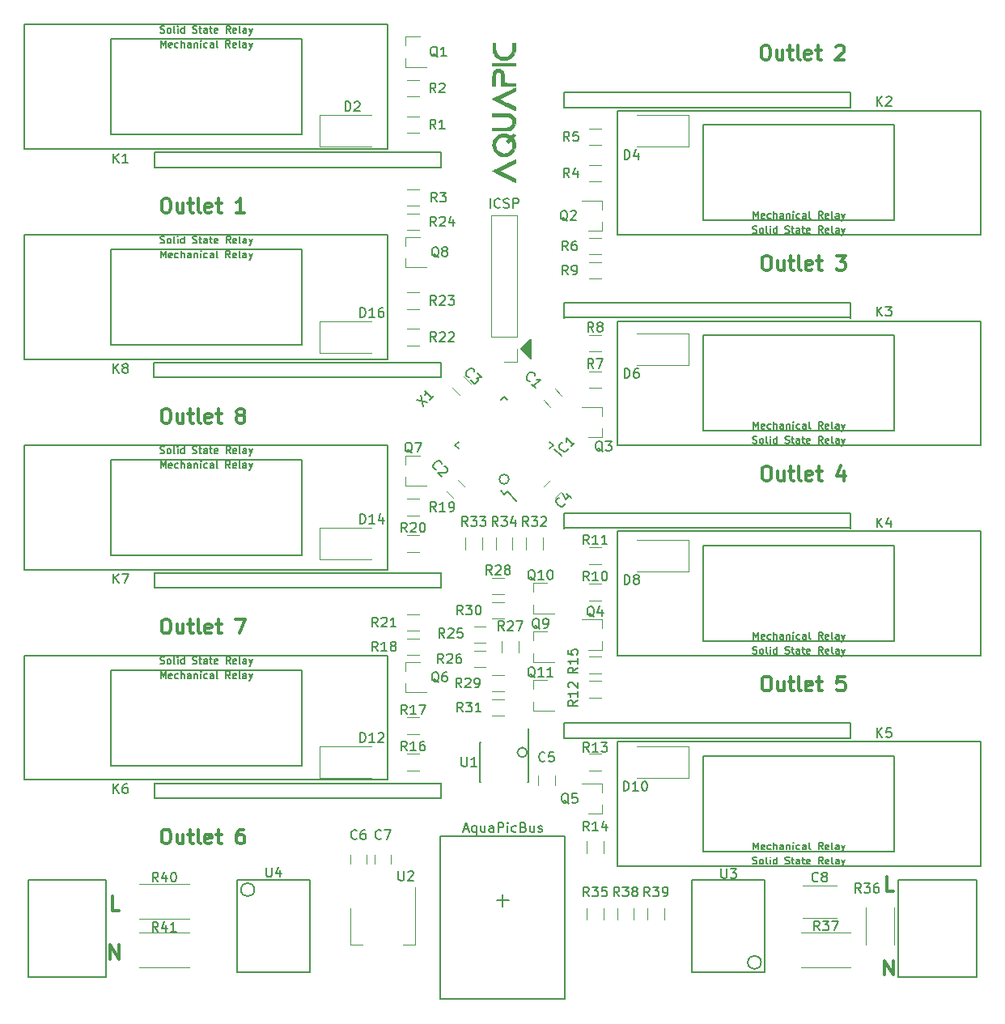
<source format=gto>
G04 #@! TF.FileFunction,Legend,Top*
%FSLAX46Y46*%
G04 Gerber Fmt 4.6, Leading zero omitted, Abs format (unit mm)*
G04 Created by KiCad (PCBNEW 4.0.2+dfsg1-stable) date Tue 05 Jun 2018 02:18:01 AM EDT*
%MOMM*%
G01*
G04 APERTURE LIST*
%ADD10C,0.150000*%
%ADD11C,0.300000*%
%ADD12C,0.200000*%
%ADD13C,0.120000*%
%ADD14C,0.010000*%
G04 APERTURE END LIST*
D10*
X45918952Y15835333D02*
X46395143Y15835333D01*
X45823714Y15549619D02*
X46157047Y16549619D01*
X46490381Y15549619D01*
X47252286Y16216286D02*
X47252286Y15216286D01*
X47252286Y15597238D02*
X47157048Y15549619D01*
X46966571Y15549619D01*
X46871333Y15597238D01*
X46823714Y15644857D01*
X46776095Y15740095D01*
X46776095Y16025810D01*
X46823714Y16121048D01*
X46871333Y16168667D01*
X46966571Y16216286D01*
X47157048Y16216286D01*
X47252286Y16168667D01*
X48157048Y16216286D02*
X48157048Y15549619D01*
X47728476Y16216286D02*
X47728476Y15692476D01*
X47776095Y15597238D01*
X47871333Y15549619D01*
X48014191Y15549619D01*
X48109429Y15597238D01*
X48157048Y15644857D01*
X49061810Y15549619D02*
X49061810Y16073429D01*
X49014191Y16168667D01*
X48918953Y16216286D01*
X48728476Y16216286D01*
X48633238Y16168667D01*
X49061810Y15597238D02*
X48966572Y15549619D01*
X48728476Y15549619D01*
X48633238Y15597238D01*
X48585619Y15692476D01*
X48585619Y15787714D01*
X48633238Y15882952D01*
X48728476Y15930571D01*
X48966572Y15930571D01*
X49061810Y15978190D01*
X49538000Y15549619D02*
X49538000Y16549619D01*
X49918953Y16549619D01*
X50014191Y16502000D01*
X50061810Y16454381D01*
X50109429Y16359143D01*
X50109429Y16216286D01*
X50061810Y16121048D01*
X50014191Y16073429D01*
X49918953Y16025810D01*
X49538000Y16025810D01*
X50538000Y15549619D02*
X50538000Y16216286D01*
X50538000Y16549619D02*
X50490381Y16502000D01*
X50538000Y16454381D01*
X50585619Y16502000D01*
X50538000Y16549619D01*
X50538000Y16454381D01*
X51442762Y15597238D02*
X51347524Y15549619D01*
X51157047Y15549619D01*
X51061809Y15597238D01*
X51014190Y15644857D01*
X50966571Y15740095D01*
X50966571Y16025810D01*
X51014190Y16121048D01*
X51061809Y16168667D01*
X51157047Y16216286D01*
X51347524Y16216286D01*
X51442762Y16168667D01*
X52204667Y16073429D02*
X52347524Y16025810D01*
X52395143Y15978190D01*
X52442762Y15882952D01*
X52442762Y15740095D01*
X52395143Y15644857D01*
X52347524Y15597238D01*
X52252286Y15549619D01*
X51871333Y15549619D01*
X51871333Y16549619D01*
X52204667Y16549619D01*
X52299905Y16502000D01*
X52347524Y16454381D01*
X52395143Y16359143D01*
X52395143Y16263905D01*
X52347524Y16168667D01*
X52299905Y16121048D01*
X52204667Y16073429D01*
X51871333Y16073429D01*
X53299905Y16216286D02*
X53299905Y15549619D01*
X52871333Y16216286D02*
X52871333Y15692476D01*
X52918952Y15597238D01*
X53014190Y15549619D01*
X53157048Y15549619D01*
X53252286Y15597238D01*
X53299905Y15644857D01*
X53728476Y15597238D02*
X53823714Y15549619D01*
X54014190Y15549619D01*
X54109429Y15597238D01*
X54157048Y15692476D01*
X54157048Y15740095D01*
X54109429Y15835333D01*
X54014190Y15882952D01*
X53871333Y15882952D01*
X53776095Y15930571D01*
X53728476Y16025810D01*
X53728476Y16073429D01*
X53776095Y16168667D01*
X53871333Y16216286D01*
X54014190Y16216286D01*
X54109429Y16168667D01*
D11*
X90888286Y9354429D02*
X90174000Y9354429D01*
X90174000Y10854429D01*
X89995429Y591429D02*
X89995429Y2091429D01*
X90852572Y591429D01*
X90852572Y2091429D01*
X8969429Y2242429D02*
X8969429Y3742429D01*
X9826572Y2242429D01*
X9826572Y3742429D01*
X9862286Y7322429D02*
X9148000Y7322429D01*
X9148000Y8822429D01*
D12*
X51943000Y66040000D02*
X52959000Y66040000D01*
X52197000Y65913000D02*
X52197000Y66167000D01*
X52324000Y65786000D02*
X52324000Y66294000D01*
X52451000Y65659000D02*
X52451000Y66421000D01*
X52578000Y65532000D02*
X52578000Y66675000D01*
X52705000Y65405000D02*
X52705000Y66675000D01*
X52832000Y65278000D02*
X52832000Y66802000D01*
X52959000Y65024000D02*
X52959000Y67056000D01*
X51943000Y66040000D02*
X52959000Y65024000D01*
X51943000Y66040000D02*
X52959000Y67056000D01*
D11*
X77500000Y31821429D02*
X77785714Y31821429D01*
X77928572Y31750000D01*
X78071429Y31607143D01*
X78142857Y31321429D01*
X78142857Y30821429D01*
X78071429Y30535714D01*
X77928572Y30392857D01*
X77785714Y30321429D01*
X77500000Y30321429D01*
X77357143Y30392857D01*
X77214286Y30535714D01*
X77142857Y30821429D01*
X77142857Y31321429D01*
X77214286Y31607143D01*
X77357143Y31750000D01*
X77500000Y31821429D01*
X79428572Y31321429D02*
X79428572Y30321429D01*
X78785715Y31321429D02*
X78785715Y30535714D01*
X78857143Y30392857D01*
X79000001Y30321429D01*
X79214286Y30321429D01*
X79357143Y30392857D01*
X79428572Y30464286D01*
X79928572Y31321429D02*
X80500001Y31321429D01*
X80142858Y31821429D02*
X80142858Y30535714D01*
X80214286Y30392857D01*
X80357144Y30321429D01*
X80500001Y30321429D01*
X81214287Y30321429D02*
X81071429Y30392857D01*
X81000001Y30535714D01*
X81000001Y31821429D01*
X82357143Y30392857D02*
X82214286Y30321429D01*
X81928572Y30321429D01*
X81785715Y30392857D01*
X81714286Y30535714D01*
X81714286Y31107143D01*
X81785715Y31250000D01*
X81928572Y31321429D01*
X82214286Y31321429D01*
X82357143Y31250000D01*
X82428572Y31107143D01*
X82428572Y30964286D01*
X81714286Y30821429D01*
X82857143Y31321429D02*
X83428572Y31321429D01*
X83071429Y31821429D02*
X83071429Y30535714D01*
X83142857Y30392857D01*
X83285715Y30321429D01*
X83428572Y30321429D01*
X85785715Y31821429D02*
X85071429Y31821429D01*
X85000000Y31107143D01*
X85071429Y31178571D01*
X85214286Y31250000D01*
X85571429Y31250000D01*
X85714286Y31178571D01*
X85785715Y31107143D01*
X85857143Y30964286D01*
X85857143Y30607143D01*
X85785715Y30464286D01*
X85714286Y30392857D01*
X85571429Y30321429D01*
X85214286Y30321429D01*
X85071429Y30392857D01*
X85000000Y30464286D01*
X77500000Y53821429D02*
X77785714Y53821429D01*
X77928572Y53750000D01*
X78071429Y53607143D01*
X78142857Y53321429D01*
X78142857Y52821429D01*
X78071429Y52535714D01*
X77928572Y52392857D01*
X77785714Y52321429D01*
X77500000Y52321429D01*
X77357143Y52392857D01*
X77214286Y52535714D01*
X77142857Y52821429D01*
X77142857Y53321429D01*
X77214286Y53607143D01*
X77357143Y53750000D01*
X77500000Y53821429D01*
X79428572Y53321429D02*
X79428572Y52321429D01*
X78785715Y53321429D02*
X78785715Y52535714D01*
X78857143Y52392857D01*
X79000001Y52321429D01*
X79214286Y52321429D01*
X79357143Y52392857D01*
X79428572Y52464286D01*
X79928572Y53321429D02*
X80500001Y53321429D01*
X80142858Y53821429D02*
X80142858Y52535714D01*
X80214286Y52392857D01*
X80357144Y52321429D01*
X80500001Y52321429D01*
X81214287Y52321429D02*
X81071429Y52392857D01*
X81000001Y52535714D01*
X81000001Y53821429D01*
X82357143Y52392857D02*
X82214286Y52321429D01*
X81928572Y52321429D01*
X81785715Y52392857D01*
X81714286Y52535714D01*
X81714286Y53107143D01*
X81785715Y53250000D01*
X81928572Y53321429D01*
X82214286Y53321429D01*
X82357143Y53250000D01*
X82428572Y53107143D01*
X82428572Y52964286D01*
X81714286Y52821429D01*
X82857143Y53321429D02*
X83428572Y53321429D01*
X83071429Y53821429D02*
X83071429Y52535714D01*
X83142857Y52392857D01*
X83285715Y52321429D01*
X83428572Y52321429D01*
X85714286Y53321429D02*
X85714286Y52321429D01*
X85357143Y53892857D02*
X85000000Y52821429D01*
X85928572Y52821429D01*
X77500000Y75821429D02*
X77785714Y75821429D01*
X77928572Y75750000D01*
X78071429Y75607143D01*
X78142857Y75321429D01*
X78142857Y74821429D01*
X78071429Y74535714D01*
X77928572Y74392857D01*
X77785714Y74321429D01*
X77500000Y74321429D01*
X77357143Y74392857D01*
X77214286Y74535714D01*
X77142857Y74821429D01*
X77142857Y75321429D01*
X77214286Y75607143D01*
X77357143Y75750000D01*
X77500000Y75821429D01*
X79428572Y75321429D02*
X79428572Y74321429D01*
X78785715Y75321429D02*
X78785715Y74535714D01*
X78857143Y74392857D01*
X79000001Y74321429D01*
X79214286Y74321429D01*
X79357143Y74392857D01*
X79428572Y74464286D01*
X79928572Y75321429D02*
X80500001Y75321429D01*
X80142858Y75821429D02*
X80142858Y74535714D01*
X80214286Y74392857D01*
X80357144Y74321429D01*
X80500001Y74321429D01*
X81214287Y74321429D02*
X81071429Y74392857D01*
X81000001Y74535714D01*
X81000001Y75821429D01*
X82357143Y74392857D02*
X82214286Y74321429D01*
X81928572Y74321429D01*
X81785715Y74392857D01*
X81714286Y74535714D01*
X81714286Y75107143D01*
X81785715Y75250000D01*
X81928572Y75321429D01*
X82214286Y75321429D01*
X82357143Y75250000D01*
X82428572Y75107143D01*
X82428572Y74964286D01*
X81714286Y74821429D01*
X82857143Y75321429D02*
X83428572Y75321429D01*
X83071429Y75821429D02*
X83071429Y74535714D01*
X83142857Y74392857D01*
X83285715Y74321429D01*
X83428572Y74321429D01*
X84928572Y75821429D02*
X85857143Y75821429D01*
X85357143Y75250000D01*
X85571429Y75250000D01*
X85714286Y75178571D01*
X85785715Y75107143D01*
X85857143Y74964286D01*
X85857143Y74607143D01*
X85785715Y74464286D01*
X85714286Y74392857D01*
X85571429Y74321429D01*
X85142857Y74321429D01*
X85000000Y74392857D01*
X84928572Y74464286D01*
X14669000Y15821429D02*
X14954714Y15821429D01*
X15097572Y15750000D01*
X15240429Y15607143D01*
X15311857Y15321429D01*
X15311857Y14821429D01*
X15240429Y14535714D01*
X15097572Y14392857D01*
X14954714Y14321429D01*
X14669000Y14321429D01*
X14526143Y14392857D01*
X14383286Y14535714D01*
X14311857Y14821429D01*
X14311857Y15321429D01*
X14383286Y15607143D01*
X14526143Y15750000D01*
X14669000Y15821429D01*
X16597572Y15321429D02*
X16597572Y14321429D01*
X15954715Y15321429D02*
X15954715Y14535714D01*
X16026143Y14392857D01*
X16169001Y14321429D01*
X16383286Y14321429D01*
X16526143Y14392857D01*
X16597572Y14464286D01*
X17097572Y15321429D02*
X17669001Y15321429D01*
X17311858Y15821429D02*
X17311858Y14535714D01*
X17383286Y14392857D01*
X17526144Y14321429D01*
X17669001Y14321429D01*
X18383287Y14321429D02*
X18240429Y14392857D01*
X18169001Y14535714D01*
X18169001Y15821429D01*
X19526143Y14392857D02*
X19383286Y14321429D01*
X19097572Y14321429D01*
X18954715Y14392857D01*
X18883286Y14535714D01*
X18883286Y15107143D01*
X18954715Y15250000D01*
X19097572Y15321429D01*
X19383286Y15321429D01*
X19526143Y15250000D01*
X19597572Y15107143D01*
X19597572Y14964286D01*
X18883286Y14821429D01*
X20026143Y15321429D02*
X20597572Y15321429D01*
X20240429Y15821429D02*
X20240429Y14535714D01*
X20311857Y14392857D01*
X20454715Y14321429D01*
X20597572Y14321429D01*
X22883286Y15821429D02*
X22597572Y15821429D01*
X22454715Y15750000D01*
X22383286Y15678571D01*
X22240429Y15464286D01*
X22169000Y15178571D01*
X22169000Y14607143D01*
X22240429Y14464286D01*
X22311857Y14392857D01*
X22454715Y14321429D01*
X22740429Y14321429D01*
X22883286Y14392857D01*
X22954715Y14464286D01*
X23026143Y14607143D01*
X23026143Y14964286D01*
X22954715Y15107143D01*
X22883286Y15178571D01*
X22740429Y15250000D01*
X22454715Y15250000D01*
X22311857Y15178571D01*
X22240429Y15107143D01*
X22169000Y14964286D01*
X14669000Y37821429D02*
X14954714Y37821429D01*
X15097572Y37750000D01*
X15240429Y37607143D01*
X15311857Y37321429D01*
X15311857Y36821429D01*
X15240429Y36535714D01*
X15097572Y36392857D01*
X14954714Y36321429D01*
X14669000Y36321429D01*
X14526143Y36392857D01*
X14383286Y36535714D01*
X14311857Y36821429D01*
X14311857Y37321429D01*
X14383286Y37607143D01*
X14526143Y37750000D01*
X14669000Y37821429D01*
X16597572Y37321429D02*
X16597572Y36321429D01*
X15954715Y37321429D02*
X15954715Y36535714D01*
X16026143Y36392857D01*
X16169001Y36321429D01*
X16383286Y36321429D01*
X16526143Y36392857D01*
X16597572Y36464286D01*
X17097572Y37321429D02*
X17669001Y37321429D01*
X17311858Y37821429D02*
X17311858Y36535714D01*
X17383286Y36392857D01*
X17526144Y36321429D01*
X17669001Y36321429D01*
X18383287Y36321429D02*
X18240429Y36392857D01*
X18169001Y36535714D01*
X18169001Y37821429D01*
X19526143Y36392857D02*
X19383286Y36321429D01*
X19097572Y36321429D01*
X18954715Y36392857D01*
X18883286Y36535714D01*
X18883286Y37107143D01*
X18954715Y37250000D01*
X19097572Y37321429D01*
X19383286Y37321429D01*
X19526143Y37250000D01*
X19597572Y37107143D01*
X19597572Y36964286D01*
X18883286Y36821429D01*
X20026143Y37321429D02*
X20597572Y37321429D01*
X20240429Y37821429D02*
X20240429Y36535714D01*
X20311857Y36392857D01*
X20454715Y36321429D01*
X20597572Y36321429D01*
X22097572Y37821429D02*
X23097572Y37821429D01*
X22454715Y36321429D01*
X14669000Y59821429D02*
X14954714Y59821429D01*
X15097572Y59750000D01*
X15240429Y59607143D01*
X15311857Y59321429D01*
X15311857Y58821429D01*
X15240429Y58535714D01*
X15097572Y58392857D01*
X14954714Y58321429D01*
X14669000Y58321429D01*
X14526143Y58392857D01*
X14383286Y58535714D01*
X14311857Y58821429D01*
X14311857Y59321429D01*
X14383286Y59607143D01*
X14526143Y59750000D01*
X14669000Y59821429D01*
X16597572Y59321429D02*
X16597572Y58321429D01*
X15954715Y59321429D02*
X15954715Y58535714D01*
X16026143Y58392857D01*
X16169001Y58321429D01*
X16383286Y58321429D01*
X16526143Y58392857D01*
X16597572Y58464286D01*
X17097572Y59321429D02*
X17669001Y59321429D01*
X17311858Y59821429D02*
X17311858Y58535714D01*
X17383286Y58392857D01*
X17526144Y58321429D01*
X17669001Y58321429D01*
X18383287Y58321429D02*
X18240429Y58392857D01*
X18169001Y58535714D01*
X18169001Y59821429D01*
X19526143Y58392857D02*
X19383286Y58321429D01*
X19097572Y58321429D01*
X18954715Y58392857D01*
X18883286Y58535714D01*
X18883286Y59107143D01*
X18954715Y59250000D01*
X19097572Y59321429D01*
X19383286Y59321429D01*
X19526143Y59250000D01*
X19597572Y59107143D01*
X19597572Y58964286D01*
X18883286Y58821429D01*
X20026143Y59321429D02*
X20597572Y59321429D01*
X20240429Y59821429D02*
X20240429Y58535714D01*
X20311857Y58392857D01*
X20454715Y58321429D01*
X20597572Y58321429D01*
X22454715Y59178571D02*
X22311857Y59250000D01*
X22240429Y59321429D01*
X22169000Y59464286D01*
X22169000Y59535714D01*
X22240429Y59678571D01*
X22311857Y59750000D01*
X22454715Y59821429D01*
X22740429Y59821429D01*
X22883286Y59750000D01*
X22954715Y59678571D01*
X23026143Y59535714D01*
X23026143Y59464286D01*
X22954715Y59321429D01*
X22883286Y59250000D01*
X22740429Y59178571D01*
X22454715Y59178571D01*
X22311857Y59107143D01*
X22240429Y59035714D01*
X22169000Y58892857D01*
X22169000Y58607143D01*
X22240429Y58464286D01*
X22311857Y58392857D01*
X22454715Y58321429D01*
X22740429Y58321429D01*
X22883286Y58392857D01*
X22954715Y58464286D01*
X23026143Y58607143D01*
X23026143Y58892857D01*
X22954715Y59035714D01*
X22883286Y59107143D01*
X22740429Y59178571D01*
X14669000Y81821429D02*
X14954714Y81821429D01*
X15097572Y81750000D01*
X15240429Y81607143D01*
X15311857Y81321429D01*
X15311857Y80821429D01*
X15240429Y80535714D01*
X15097572Y80392857D01*
X14954714Y80321429D01*
X14669000Y80321429D01*
X14526143Y80392857D01*
X14383286Y80535714D01*
X14311857Y80821429D01*
X14311857Y81321429D01*
X14383286Y81607143D01*
X14526143Y81750000D01*
X14669000Y81821429D01*
X16597572Y81321429D02*
X16597572Y80321429D01*
X15954715Y81321429D02*
X15954715Y80535714D01*
X16026143Y80392857D01*
X16169001Y80321429D01*
X16383286Y80321429D01*
X16526143Y80392857D01*
X16597572Y80464286D01*
X17097572Y81321429D02*
X17669001Y81321429D01*
X17311858Y81821429D02*
X17311858Y80535714D01*
X17383286Y80392857D01*
X17526144Y80321429D01*
X17669001Y80321429D01*
X18383287Y80321429D02*
X18240429Y80392857D01*
X18169001Y80535714D01*
X18169001Y81821429D01*
X19526143Y80392857D02*
X19383286Y80321429D01*
X19097572Y80321429D01*
X18954715Y80392857D01*
X18883286Y80535714D01*
X18883286Y81107143D01*
X18954715Y81250000D01*
X19097572Y81321429D01*
X19383286Y81321429D01*
X19526143Y81250000D01*
X19597572Y81107143D01*
X19597572Y80964286D01*
X18883286Y80821429D01*
X20026143Y81321429D02*
X20597572Y81321429D01*
X20240429Y81821429D02*
X20240429Y80535714D01*
X20311857Y80392857D01*
X20454715Y80321429D01*
X20597572Y80321429D01*
X23026143Y80321429D02*
X22169000Y80321429D01*
X22597572Y80321429D02*
X22597572Y81821429D01*
X22454715Y81607143D01*
X22311857Y81464286D01*
X22169000Y81392857D01*
X77407000Y97821429D02*
X77692714Y97821429D01*
X77835572Y97750000D01*
X77978429Y97607143D01*
X78049857Y97321429D01*
X78049857Y96821429D01*
X77978429Y96535714D01*
X77835572Y96392857D01*
X77692714Y96321429D01*
X77407000Y96321429D01*
X77264143Y96392857D01*
X77121286Y96535714D01*
X77049857Y96821429D01*
X77049857Y97321429D01*
X77121286Y97607143D01*
X77264143Y97750000D01*
X77407000Y97821429D01*
X79335572Y97321429D02*
X79335572Y96321429D01*
X78692715Y97321429D02*
X78692715Y96535714D01*
X78764143Y96392857D01*
X78907001Y96321429D01*
X79121286Y96321429D01*
X79264143Y96392857D01*
X79335572Y96464286D01*
X79835572Y97321429D02*
X80407001Y97321429D01*
X80049858Y97821429D02*
X80049858Y96535714D01*
X80121286Y96392857D01*
X80264144Y96321429D01*
X80407001Y96321429D01*
X81121287Y96321429D02*
X80978429Y96392857D01*
X80907001Y96535714D01*
X80907001Y97821429D01*
X82264143Y96392857D02*
X82121286Y96321429D01*
X81835572Y96321429D01*
X81692715Y96392857D01*
X81621286Y96535714D01*
X81621286Y97107143D01*
X81692715Y97250000D01*
X81835572Y97321429D01*
X82121286Y97321429D01*
X82264143Y97250000D01*
X82335572Y97107143D01*
X82335572Y96964286D01*
X81621286Y96821429D01*
X82764143Y97321429D02*
X83335572Y97321429D01*
X82978429Y97821429D02*
X82978429Y96535714D01*
X83049857Y96392857D01*
X83192715Y96321429D01*
X83335572Y96321429D01*
X84907000Y97678571D02*
X84978429Y97750000D01*
X85121286Y97821429D01*
X85478429Y97821429D01*
X85621286Y97750000D01*
X85692715Y97678571D01*
X85764143Y97535714D01*
X85764143Y97392857D01*
X85692715Y97178571D01*
X84835572Y96321429D01*
X85764143Y96321429D01*
D12*
X52578000Y23876000D02*
G75*
G03X52578000Y23876000I-508000J0D01*
G01*
X50673000Y52451000D02*
G75*
G03X50673000Y52451000I-508000J0D01*
G01*
D13*
X69440000Y42800000D02*
X69440000Y46100000D01*
X69440000Y46100000D02*
X64040000Y46100000D01*
X69440000Y42800000D02*
X64040000Y42800000D01*
D10*
X62000000Y47000000D02*
X100000000Y47000000D01*
X100000000Y47000000D02*
X100000000Y34000000D01*
X100000000Y34000000D02*
X62000000Y34000000D01*
X62000000Y34000000D02*
X62000000Y47000000D01*
X71000000Y45500000D02*
X71000000Y35500000D01*
X71000000Y35500000D02*
X91000000Y35500000D01*
X91000000Y35500000D02*
X91000000Y45500000D01*
X91000000Y45500000D02*
X71000000Y45500000D01*
X50165000Y50873476D02*
X50465520Y51173996D01*
X45038476Y56000000D02*
X45409707Y56371231D01*
X50165000Y61126524D02*
X49793769Y60755293D01*
X55291524Y56000000D02*
X54920293Y55628769D01*
X50165000Y50873476D02*
X49793769Y51244707D01*
X55291524Y56000000D02*
X54920293Y56371231D01*
X50165000Y61126524D02*
X50536231Y60755293D01*
X45038476Y56000000D02*
X45409707Y55628769D01*
X50465520Y51173996D02*
X51437792Y50201724D01*
D13*
X54290406Y60712513D02*
X54997513Y60005406D01*
X56199594Y61207487D02*
X55492487Y61914594D01*
X44130406Y51187513D02*
X44837513Y50480406D01*
X46039594Y51682487D02*
X45332487Y52389594D01*
X44765406Y61982513D02*
X45472513Y61275406D01*
X46674594Y62477487D02*
X45967487Y63184594D01*
X55492487Y50480406D02*
X56199594Y51187513D01*
X54997513Y52389594D02*
X54290406Y51682487D01*
X53760000Y21455000D02*
X53760000Y20455000D01*
X55460000Y20455000D02*
X55460000Y21455000D01*
X34075000Y13200000D02*
X34075000Y12200000D01*
X35775000Y12200000D02*
X35775000Y13200000D01*
X36615000Y13200000D02*
X36615000Y12200000D01*
X38315000Y12200000D02*
X38315000Y13200000D01*
X81385000Y6525000D02*
X84985000Y6525000D01*
X84985000Y9985000D02*
X81385000Y9985000D01*
D10*
X38000000Y87000000D02*
X0Y87000000D01*
X0Y87000000D02*
X0Y100000000D01*
X0Y100000000D02*
X38000000Y100000000D01*
X38000000Y100000000D02*
X38000000Y87000000D01*
X29000000Y88500000D02*
X29000000Y98500000D01*
X29000000Y98500000D02*
X9000000Y98500000D01*
X9000000Y98500000D02*
X9000000Y88500000D01*
X9000000Y88500000D02*
X29000000Y88500000D01*
X62000000Y91000000D02*
X100000000Y91000000D01*
X100000000Y91000000D02*
X100000000Y78000000D01*
X100000000Y78000000D02*
X62000000Y78000000D01*
X62000000Y78000000D02*
X62000000Y91000000D01*
X71000000Y89500000D02*
X71000000Y79500000D01*
X71000000Y79500000D02*
X91000000Y79500000D01*
X91000000Y79500000D02*
X91000000Y89500000D01*
X91000000Y89500000D02*
X71000000Y89500000D01*
X62000000Y69000000D02*
X100000000Y69000000D01*
X100000000Y69000000D02*
X100000000Y56000000D01*
X100000000Y56000000D02*
X62000000Y56000000D01*
X62000000Y56000000D02*
X62000000Y69000000D01*
X71000000Y67500000D02*
X71000000Y57500000D01*
X71000000Y57500000D02*
X91000000Y57500000D01*
X91000000Y57500000D02*
X91000000Y67500000D01*
X91000000Y67500000D02*
X71000000Y67500000D01*
X62000000Y25000000D02*
X100000000Y25000000D01*
X100000000Y25000000D02*
X100000000Y12000000D01*
X100000000Y12000000D02*
X62000000Y12000000D01*
X62000000Y12000000D02*
X62000000Y25000000D01*
X71000000Y23500000D02*
X71000000Y13500000D01*
X71000000Y13500000D02*
X91000000Y13500000D01*
X91000000Y13500000D02*
X91000000Y23500000D01*
X91000000Y23500000D02*
X71000000Y23500000D01*
X38000000Y21000000D02*
X0Y21000000D01*
X0Y21000000D02*
X0Y34000000D01*
X0Y34000000D02*
X38000000Y34000000D01*
X38000000Y34000000D02*
X38000000Y21000000D01*
X29000000Y22500000D02*
X29000000Y32500000D01*
X29000000Y32500000D02*
X9000000Y32500000D01*
X9000000Y32500000D02*
X9000000Y22500000D01*
X9000000Y22500000D02*
X29000000Y22500000D01*
X38000000Y43000000D02*
X0Y43000000D01*
X0Y43000000D02*
X0Y56000000D01*
X0Y56000000D02*
X38000000Y56000000D01*
X38000000Y56000000D02*
X38000000Y43000000D01*
X29000000Y44500000D02*
X29000000Y54500000D01*
X29000000Y54500000D02*
X9000000Y54500000D01*
X9000000Y54500000D02*
X9000000Y44500000D01*
X9000000Y44500000D02*
X29000000Y44500000D01*
X38000000Y65000000D02*
X0Y65000000D01*
X0Y65000000D02*
X0Y78000000D01*
X0Y78000000D02*
X38000000Y78000000D01*
X38000000Y78000000D02*
X38000000Y65000000D01*
X29000000Y66500000D02*
X29000000Y76500000D01*
X29000000Y76500000D02*
X9000000Y76500000D01*
X9000000Y76500000D02*
X9000000Y66500000D01*
X9000000Y66500000D02*
X29000000Y66500000D01*
X13590000Y86649600D02*
X43590000Y86649600D01*
X43590000Y85074800D02*
X13590000Y85074800D01*
X43590000Y86674800D02*
X43590000Y85074800D01*
X13590000Y85074800D02*
X13590000Y86674800D01*
X86410000Y91350400D02*
X56410000Y91350400D01*
X56410000Y92925200D02*
X86410000Y92925200D01*
X56410000Y91325200D02*
X56410000Y92925200D01*
X86410000Y92925200D02*
X86410000Y91325200D01*
X86410000Y69350400D02*
X56410000Y69350400D01*
X56410000Y70925200D02*
X86410000Y70925200D01*
X56410000Y69325200D02*
X56410000Y70925200D01*
X86410000Y70925200D02*
X86410000Y69325200D01*
X86410000Y47350400D02*
X56410000Y47350400D01*
X56410000Y48925200D02*
X86410000Y48925200D01*
X56410000Y47325200D02*
X56410000Y48925200D01*
X86410000Y48925200D02*
X86410000Y47325200D01*
X86410000Y25350400D02*
X56410000Y25350400D01*
X56410000Y26925200D02*
X86410000Y26925200D01*
X56410000Y25325200D02*
X56410000Y26925200D01*
X86410000Y26925200D02*
X86410000Y25325200D01*
X13590000Y20649600D02*
X43590000Y20649600D01*
X43590000Y19074800D02*
X13590000Y19074800D01*
X43590000Y20674800D02*
X43590000Y19074800D01*
X13590000Y19074800D02*
X13590000Y20674800D01*
X13590000Y42649600D02*
X43590000Y42649600D01*
X43590000Y41074800D02*
X13590000Y41074800D01*
X43590000Y42674800D02*
X43590000Y41074800D01*
X13590000Y41074800D02*
X13590000Y42674800D01*
X13540000Y64649600D02*
X43540000Y64649600D01*
X43540000Y63074800D02*
X13540000Y63074800D01*
X43540000Y64674800D02*
X43540000Y63074800D01*
X13540000Y63074800D02*
X13540000Y64674800D01*
D13*
X51495000Y80070000D02*
X48835000Y80070000D01*
X51495000Y67310000D02*
X51495000Y80070000D01*
X48835000Y67310000D02*
X48835000Y80070000D01*
X51495000Y67310000D02*
X48835000Y67310000D01*
X51495000Y66040000D02*
X51495000Y64710000D01*
X51495000Y64710000D02*
X50165000Y64710000D01*
D10*
X50000000Y9030005D02*
X50000000Y7760005D01*
X49365000Y8395005D02*
X50635000Y8395005D01*
X43450000Y8395005D02*
X43450000Y-1904995D01*
X43450000Y-1904995D02*
X56550000Y-1904995D01*
X56550000Y-1904995D02*
X56550000Y8395005D01*
X43450000Y8395005D02*
X43450000Y15095005D01*
X43450000Y15095005D02*
X56550000Y15095005D01*
X56550000Y15095005D02*
X56550000Y8395005D01*
X99600000Y420000D02*
X91400000Y420000D01*
X91400000Y420000D02*
X91400000Y10580000D01*
X91400000Y10580000D02*
X99600000Y10580000D01*
X99600000Y10580000D02*
X99600000Y420000D01*
X8545000Y420000D02*
X345000Y420000D01*
X345000Y420000D02*
X345000Y10580000D01*
X345000Y10580000D02*
X8545000Y10580000D01*
X8545000Y10580000D02*
X8545000Y420000D01*
D13*
X39880000Y98735000D02*
X39880000Y97805000D01*
X39880000Y95575000D02*
X39880000Y96505000D01*
X39880000Y95575000D02*
X42040000Y95575000D01*
X39880000Y98735000D02*
X41340000Y98735000D01*
X60450000Y78430000D02*
X60450000Y79360000D01*
X60450000Y81590000D02*
X60450000Y80660000D01*
X60450000Y81590000D02*
X58290000Y81590000D01*
X60450000Y78430000D02*
X58990000Y78430000D01*
X60450000Y56840000D02*
X60450000Y57770000D01*
X60450000Y60000000D02*
X60450000Y59070000D01*
X60450000Y60000000D02*
X58290000Y60000000D01*
X60450000Y56840000D02*
X58990000Y56840000D01*
X60450000Y34615000D02*
X60450000Y35545000D01*
X60450000Y37775000D02*
X60450000Y36845000D01*
X60450000Y37775000D02*
X58290000Y37775000D01*
X60450000Y34615000D02*
X58990000Y34615000D01*
X60450000Y17470000D02*
X60450000Y18400000D01*
X60450000Y20630000D02*
X60450000Y19700000D01*
X60450000Y20630000D02*
X58290000Y20630000D01*
X60450000Y17470000D02*
X58990000Y17470000D01*
X39880000Y33330000D02*
X39880000Y32400000D01*
X39880000Y30170000D02*
X39880000Y31100000D01*
X39880000Y30170000D02*
X42040000Y30170000D01*
X39880000Y33330000D02*
X41340000Y33330000D01*
X39880000Y54920000D02*
X39880000Y53990000D01*
X39880000Y51760000D02*
X39880000Y52690000D01*
X39880000Y51760000D02*
X42040000Y51760000D01*
X39880000Y54920000D02*
X41340000Y54920000D01*
X39880000Y77780000D02*
X39880000Y76850000D01*
X39880000Y74620000D02*
X39880000Y75550000D01*
X39880000Y74620000D02*
X42040000Y74620000D01*
X39880000Y77780000D02*
X41340000Y77780000D01*
X53215000Y36505000D02*
X53215000Y35575000D01*
X53215000Y33345000D02*
X53215000Y34275000D01*
X53215000Y33345000D02*
X55375000Y33345000D01*
X53215000Y36505000D02*
X54675000Y36505000D01*
X53215000Y41585000D02*
X53215000Y40655000D01*
X53215000Y38425000D02*
X53215000Y39355000D01*
X53215000Y38425000D02*
X55375000Y38425000D01*
X53215000Y41585000D02*
X54675000Y41585000D01*
X53215000Y31425000D02*
X53215000Y30495000D01*
X53215000Y28265000D02*
X53215000Y29195000D01*
X53215000Y28265000D02*
X55375000Y28265000D01*
X53215000Y31425000D02*
X54675000Y31425000D01*
X41240000Y88655000D02*
X40040000Y88655000D01*
X40040000Y90415000D02*
X41240000Y90415000D01*
X41240000Y92465000D02*
X40040000Y92465000D01*
X40040000Y94225000D02*
X41240000Y94225000D01*
X40040000Y82795000D02*
X41240000Y82795000D01*
X41240000Y81035000D02*
X40040000Y81035000D01*
X59090000Y85335000D02*
X60290000Y85335000D01*
X60290000Y83575000D02*
X59090000Y83575000D01*
X59090000Y89145000D02*
X60290000Y89145000D01*
X60290000Y87385000D02*
X59090000Y87385000D01*
X60290000Y75955000D02*
X59090000Y75955000D01*
X59090000Y77715000D02*
X60290000Y77715000D01*
X59090000Y63745000D02*
X60290000Y63745000D01*
X60290000Y61985000D02*
X59090000Y61985000D01*
X59090000Y67555000D02*
X60290000Y67555000D01*
X60290000Y65795000D02*
X59090000Y65795000D01*
X60290000Y73415000D02*
X59090000Y73415000D01*
X59090000Y75175000D02*
X60290000Y75175000D01*
X59090000Y41520000D02*
X60290000Y41520000D01*
X60290000Y39760000D02*
X59090000Y39760000D01*
X59090000Y45330000D02*
X60290000Y45330000D01*
X60290000Y43570000D02*
X59090000Y43570000D01*
X60290000Y29600000D02*
X59090000Y29600000D01*
X59090000Y31360000D02*
X60290000Y31360000D01*
X59090000Y23740000D02*
X60290000Y23740000D01*
X60290000Y21980000D02*
X59090000Y21980000D01*
X58810000Y13370000D02*
X58810000Y14570000D01*
X60570000Y14570000D02*
X60570000Y13370000D01*
X60290000Y32140000D02*
X59090000Y32140000D01*
X59090000Y33900000D02*
X60290000Y33900000D01*
X41240000Y21980000D02*
X40040000Y21980000D01*
X40040000Y23740000D02*
X41240000Y23740000D01*
X41240000Y25790000D02*
X40040000Y25790000D01*
X40040000Y27550000D02*
X41240000Y27550000D01*
X40040000Y35805000D02*
X41240000Y35805000D01*
X41240000Y34045000D02*
X40040000Y34045000D01*
X41240000Y48650000D02*
X40040000Y48650000D01*
X40040000Y50410000D02*
X41240000Y50410000D01*
X41240000Y44840000D02*
X40040000Y44840000D01*
X40040000Y46600000D02*
X41240000Y46600000D01*
X40040000Y38345000D02*
X41240000Y38345000D01*
X41240000Y36585000D02*
X40040000Y36585000D01*
X41240000Y66430000D02*
X40040000Y66430000D01*
X40040000Y68190000D02*
X41240000Y68190000D01*
X41240000Y70240000D02*
X40040000Y70240000D01*
X40040000Y72000000D02*
X41240000Y72000000D01*
X40040000Y80255000D02*
X41240000Y80255000D01*
X41240000Y78495000D02*
X40040000Y78495000D01*
X47025000Y37075000D02*
X48225000Y37075000D01*
X48225000Y35315000D02*
X47025000Y35315000D01*
X47025000Y34535000D02*
X48225000Y34535000D01*
X48225000Y32775000D02*
X47025000Y32775000D01*
X51680000Y35525000D02*
X51680000Y34325000D01*
X49920000Y34325000D02*
X49920000Y35525000D01*
X50130000Y40395000D02*
X48930000Y40395000D01*
X48930000Y42155000D02*
X50130000Y42155000D01*
X50130000Y30235000D02*
X48930000Y30235000D01*
X48930000Y31995000D02*
X50130000Y31995000D01*
X50130000Y37855000D02*
X48930000Y37855000D01*
X48930000Y39615000D02*
X50130000Y39615000D01*
X50130000Y27695000D02*
X48930000Y27695000D01*
X48930000Y29455000D02*
X50130000Y29455000D01*
X54220000Y46320000D02*
X54220000Y45120000D01*
X52460000Y45120000D02*
X52460000Y46320000D01*
X47870000Y46320000D02*
X47870000Y45120000D01*
X46110000Y45120000D02*
X46110000Y46320000D01*
X51045000Y46320000D02*
X51045000Y45120000D01*
X49285000Y45120000D02*
X49285000Y46320000D01*
X58810000Y6385000D02*
X58810000Y7585000D01*
X60570000Y7585000D02*
X60570000Y6385000D01*
X91015000Y7665000D02*
X91015000Y3765000D01*
X88055000Y3765000D02*
X88055000Y7665000D01*
X81220000Y4995000D02*
X86420000Y4995000D01*
X86420000Y1355000D02*
X81220000Y1355000D01*
X63745000Y7585000D02*
X63745000Y6385000D01*
X61985000Y6385000D02*
X61985000Y7585000D01*
X66920000Y7585000D02*
X66920000Y6385000D01*
X65160000Y6385000D02*
X65160000Y7585000D01*
X12005000Y10075000D02*
X17205000Y10075000D01*
X17205000Y6435000D02*
X12005000Y6435000D01*
X12005000Y4995000D02*
X17205000Y4995000D01*
X17205000Y1355000D02*
X12005000Y1355000D01*
D10*
X52740000Y24935000D02*
X52690000Y24935000D01*
X52740000Y20785000D02*
X52595000Y20785000D01*
X47590000Y20785000D02*
X47735000Y20785000D01*
X47590000Y24935000D02*
X47735000Y24935000D01*
X52740000Y24935000D02*
X52740000Y20785000D01*
X47590000Y24935000D02*
X47590000Y20785000D01*
X52690000Y24935000D02*
X52690000Y26335000D01*
D13*
X34055000Y3805000D02*
X35315000Y3805000D01*
X40875000Y3805000D02*
X39615000Y3805000D01*
X34055000Y7565000D02*
X34055000Y3805000D01*
X40875000Y9815000D02*
X40875000Y3805000D01*
D10*
X77060000Y1915000D02*
G75*
G03X77060000Y1915000I-700000J0D01*
G01*
X77470000Y875000D02*
X69850000Y875000D01*
X69850000Y875000D02*
X69850000Y10555000D01*
X69850000Y10555000D02*
X77470000Y10555000D01*
X77470000Y10555000D02*
X77470000Y875000D01*
X24035000Y9515000D02*
G75*
G03X24035000Y9515000I-700000J0D01*
G01*
X22225000Y10555000D02*
X29845000Y10555000D01*
X29845000Y10555000D02*
X29845000Y875000D01*
X29845000Y875000D02*
X22225000Y875000D01*
X22225000Y875000D02*
X22225000Y10555000D01*
D13*
X30890000Y90550000D02*
X30890000Y87250000D01*
X30890000Y87250000D02*
X36290000Y87250000D01*
X30890000Y90550000D02*
X36290000Y90550000D01*
X69440000Y87250000D02*
X69440000Y90550000D01*
X69440000Y90550000D02*
X64040000Y90550000D01*
X69440000Y87250000D02*
X64040000Y87250000D01*
X69440000Y64390000D02*
X69440000Y67690000D01*
X69440000Y67690000D02*
X64040000Y67690000D01*
X69440000Y64390000D02*
X64040000Y64390000D01*
X69440000Y21210000D02*
X69440000Y24510000D01*
X69440000Y24510000D02*
X64040000Y24510000D01*
X69440000Y21210000D02*
X64040000Y21210000D01*
X30890000Y24510000D02*
X30890000Y21210000D01*
X30890000Y21210000D02*
X36290000Y21210000D01*
X30890000Y24510000D02*
X36290000Y24510000D01*
X30890000Y47370000D02*
X30890000Y44070000D01*
X30890000Y44070000D02*
X36290000Y44070000D01*
X30890000Y47370000D02*
X36290000Y47370000D01*
X30890000Y68960000D02*
X30890000Y65660000D01*
X30890000Y65660000D02*
X36290000Y65660000D01*
X30890000Y68960000D02*
X36290000Y68960000D01*
D14*
G36*
X48955686Y84710380D02*
X49008153Y84738969D01*
X49090847Y84782253D01*
X49199881Y84838302D01*
X49331368Y84905188D01*
X49481421Y84980981D01*
X49646152Y85063752D01*
X49821674Y85151570D01*
X50004100Y85242507D01*
X50189543Y85334633D01*
X50374116Y85426019D01*
X50553931Y85514734D01*
X50725102Y85598850D01*
X50883741Y85676437D01*
X51025961Y85745565D01*
X51147875Y85804306D01*
X51245596Y85850729D01*
X51315236Y85882905D01*
X51352908Y85898905D01*
X51358540Y85900237D01*
X51364751Y85874238D01*
X51369337Y85817328D01*
X51371448Y85740924D01*
X51371500Y85726557D01*
X51371500Y85565837D01*
X50503673Y85132336D01*
X49635846Y84698836D01*
X50498381Y84264710D01*
X51360916Y83830583D01*
X51367020Y83670882D01*
X51368248Y83592432D01*
X51365903Y83531349D01*
X51360493Y83499139D01*
X51359352Y83497408D01*
X51339009Y83504526D01*
X51284756Y83528780D01*
X51200482Y83568242D01*
X51090074Y83620984D01*
X50957421Y83685077D01*
X50806412Y83758594D01*
X50640934Y83839607D01*
X50464876Y83926187D01*
X50282125Y84016407D01*
X50096570Y84108338D01*
X49912100Y84200053D01*
X49732602Y84289623D01*
X49561965Y84375120D01*
X49404077Y84454616D01*
X49262826Y84526184D01*
X49142100Y84587895D01*
X49045788Y84637821D01*
X48977777Y84674034D01*
X48941957Y84694606D01*
X48937333Y84698416D01*
X48955686Y84710380D01*
X48955686Y84710380D01*
G37*
X48955686Y84710380D02*
X49008153Y84738969D01*
X49090847Y84782253D01*
X49199881Y84838302D01*
X49331368Y84905188D01*
X49481421Y84980981D01*
X49646152Y85063752D01*
X49821674Y85151570D01*
X50004100Y85242507D01*
X50189543Y85334633D01*
X50374116Y85426019D01*
X50553931Y85514734D01*
X50725102Y85598850D01*
X50883741Y85676437D01*
X51025961Y85745565D01*
X51147875Y85804306D01*
X51245596Y85850729D01*
X51315236Y85882905D01*
X51352908Y85898905D01*
X51358540Y85900237D01*
X51364751Y85874238D01*
X51369337Y85817328D01*
X51371448Y85740924D01*
X51371500Y85726557D01*
X51371500Y85565837D01*
X50503673Y85132336D01*
X49635846Y84698836D01*
X50498381Y84264710D01*
X51360916Y83830583D01*
X51367020Y83670882D01*
X51368248Y83592432D01*
X51365903Y83531349D01*
X51360493Y83499139D01*
X51359352Y83497408D01*
X51339009Y83504526D01*
X51284756Y83528780D01*
X51200482Y83568242D01*
X51090074Y83620984D01*
X50957421Y83685077D01*
X50806412Y83758594D01*
X50640934Y83839607D01*
X50464876Y83926187D01*
X50282125Y84016407D01*
X50096570Y84108338D01*
X49912100Y84200053D01*
X49732602Y84289623D01*
X49561965Y84375120D01*
X49404077Y84454616D01*
X49262826Y84526184D01*
X49142100Y84587895D01*
X49045788Y84637821D01*
X48977777Y84674034D01*
X48941957Y84694606D01*
X48937333Y84698416D01*
X48955686Y84710380D01*
G36*
X48955898Y87610783D02*
X49013263Y87817278D01*
X49106303Y88011833D01*
X49232830Y88189525D01*
X49390656Y88345432D01*
X49514551Y88436369D01*
X49701701Y88532841D01*
X49903748Y88592716D01*
X50114232Y88615949D01*
X50326697Y88602496D01*
X50534684Y88552313D01*
X50731733Y88465354D01*
X50766836Y88445013D01*
X50892423Y88369251D01*
X51139079Y88613333D01*
X51359999Y88392413D01*
X51115917Y88145757D01*
X51191679Y88020170D01*
X51284473Y87825844D01*
X51339889Y87614323D01*
X51357072Y87389825D01*
X51348489Y87249000D01*
X51305363Y87045903D01*
X51225517Y86855758D01*
X51113551Y86682312D01*
X50974067Y86529311D01*
X50811663Y86400501D01*
X50630940Y86299627D01*
X50436499Y86230438D01*
X50232939Y86196679D01*
X50118483Y86197825D01*
X50118483Y86519671D01*
X50298425Y86530642D01*
X50469947Y86577527D01*
X50628374Y86658310D01*
X50769036Y86770978D01*
X50887259Y86913513D01*
X50978369Y87083900D01*
X51004324Y87153750D01*
X51019567Y87230609D01*
X51026700Y87339703D01*
X51026216Y87439500D01*
X51020720Y87547185D01*
X51009828Y87628389D01*
X50990408Y87698902D01*
X50960072Y87772875D01*
X50928446Y87838887D01*
X50902531Y87886300D01*
X50887792Y87905147D01*
X50887565Y87905167D01*
X50868206Y87891180D01*
X50826102Y87853503D01*
X50768260Y87798559D01*
X50725802Y87756887D01*
X50576527Y87608607D01*
X50355597Y87832315D01*
X50503715Y87979298D01*
X50566591Y88042982D01*
X50616216Y88095699D01*
X50646086Y88130399D01*
X50651833Y88139833D01*
X50634048Y88154676D01*
X50587464Y88180456D01*
X50523464Y88210994D01*
X50339891Y88272109D01*
X50156649Y88293538D01*
X49978336Y88277712D01*
X49809549Y88227061D01*
X49654886Y88144017D01*
X49518945Y88031011D01*
X49406322Y87890474D01*
X49321616Y87724837D01*
X49271670Y87549048D01*
X49259697Y87373240D01*
X49286081Y87197939D01*
X49347320Y87029967D01*
X49439912Y86876146D01*
X49560353Y86743296D01*
X49705142Y86638239D01*
X49752025Y86613538D01*
X49934792Y86546631D01*
X50118483Y86519671D01*
X50118483Y86197825D01*
X50058426Y86198427D01*
X49839938Y86238806D01*
X49635556Y86315808D01*
X49449428Y86425731D01*
X49285701Y86564873D01*
X49148522Y86729532D01*
X49042038Y86916006D01*
X48970397Y87120594D01*
X48956944Y87181667D01*
X48936396Y87397272D01*
X48955898Y87610783D01*
X48955898Y87610783D01*
G37*
X48955898Y87610783D02*
X49013263Y87817278D01*
X49106303Y88011833D01*
X49232830Y88189525D01*
X49390656Y88345432D01*
X49514551Y88436369D01*
X49701701Y88532841D01*
X49903748Y88592716D01*
X50114232Y88615949D01*
X50326697Y88602496D01*
X50534684Y88552313D01*
X50731733Y88465354D01*
X50766836Y88445013D01*
X50892423Y88369251D01*
X51139079Y88613333D01*
X51359999Y88392413D01*
X51115917Y88145757D01*
X51191679Y88020170D01*
X51284473Y87825844D01*
X51339889Y87614323D01*
X51357072Y87389825D01*
X51348489Y87249000D01*
X51305363Y87045903D01*
X51225517Y86855758D01*
X51113551Y86682312D01*
X50974067Y86529311D01*
X50811663Y86400501D01*
X50630940Y86299627D01*
X50436499Y86230438D01*
X50232939Y86196679D01*
X50118483Y86197825D01*
X50118483Y86519671D01*
X50298425Y86530642D01*
X50469947Y86577527D01*
X50628374Y86658310D01*
X50769036Y86770978D01*
X50887259Y86913513D01*
X50978369Y87083900D01*
X51004324Y87153750D01*
X51019567Y87230609D01*
X51026700Y87339703D01*
X51026216Y87439500D01*
X51020720Y87547185D01*
X51009828Y87628389D01*
X50990408Y87698902D01*
X50960072Y87772875D01*
X50928446Y87838887D01*
X50902531Y87886300D01*
X50887792Y87905147D01*
X50887565Y87905167D01*
X50868206Y87891180D01*
X50826102Y87853503D01*
X50768260Y87798559D01*
X50725802Y87756887D01*
X50576527Y87608607D01*
X50355597Y87832315D01*
X50503715Y87979298D01*
X50566591Y88042982D01*
X50616216Y88095699D01*
X50646086Y88130399D01*
X50651833Y88139833D01*
X50634048Y88154676D01*
X50587464Y88180456D01*
X50523464Y88210994D01*
X50339891Y88272109D01*
X50156649Y88293538D01*
X49978336Y88277712D01*
X49809549Y88227061D01*
X49654886Y88144017D01*
X49518945Y88031011D01*
X49406322Y87890474D01*
X49321616Y87724837D01*
X49271670Y87549048D01*
X49259697Y87373240D01*
X49286081Y87197939D01*
X49347320Y87029967D01*
X49439912Y86876146D01*
X49560353Y86743296D01*
X49705142Y86638239D01*
X49752025Y86613538D01*
X49934792Y86546631D01*
X50118483Y86519671D01*
X50118483Y86197825D01*
X50058426Y86198427D01*
X49839938Y86238806D01*
X49635556Y86315808D01*
X49449428Y86425731D01*
X49285701Y86564873D01*
X49148522Y86729532D01*
X49042038Y86916006D01*
X48970397Y87120594D01*
X48956944Y87181667D01*
X48936396Y87397272D01*
X48955898Y87610783D01*
G36*
X49768125Y89221999D02*
X49987524Y89223822D01*
X50168993Y89225823D01*
X50316930Y89228654D01*
X50435735Y89232969D01*
X50529807Y89239421D01*
X50603548Y89248663D01*
X50661354Y89261348D01*
X50707628Y89278129D01*
X50746767Y89299660D01*
X50783172Y89326593D01*
X50821243Y89359582D01*
X50846126Y89382023D01*
X50945793Y89498463D01*
X51007494Y89633500D01*
X51030841Y89786232D01*
X51031016Y89810167D01*
X51026374Y89894399D01*
X51015784Y89971671D01*
X51004764Y90015146D01*
X50937122Y90142851D01*
X50838701Y90254345D01*
X50735215Y90328750D01*
X50620083Y90392250D01*
X49778708Y90398453D01*
X48937333Y90404657D01*
X48937333Y90722100D01*
X50683583Y90709750D01*
X50826962Y90641834D01*
X50992130Y90541438D01*
X51130286Y90412238D01*
X51238531Y90259690D01*
X51313964Y90089250D01*
X51353688Y89906375D01*
X51354802Y89716519D01*
X51347663Y89662000D01*
X51299005Y89489302D01*
X51214064Y89328586D01*
X51098437Y89185647D01*
X50957722Y89066283D01*
X50797514Y88976289D01*
X50634916Y88923818D01*
X50578306Y88916777D01*
X50481435Y88910893D01*
X50346360Y88906219D01*
X50175140Y88902809D01*
X49969831Y88900718D01*
X49732491Y88900000D01*
X48937333Y88900000D01*
X48937333Y89215238D01*
X49768125Y89221999D01*
X49768125Y89221999D01*
G37*
X49768125Y89221999D02*
X49987524Y89223822D01*
X50168993Y89225823D01*
X50316930Y89228654D01*
X50435735Y89232969D01*
X50529807Y89239421D01*
X50603548Y89248663D01*
X50661354Y89261348D01*
X50707628Y89278129D01*
X50746767Y89299660D01*
X50783172Y89326593D01*
X50821243Y89359582D01*
X50846126Y89382023D01*
X50945793Y89498463D01*
X51007494Y89633500D01*
X51030841Y89786232D01*
X51031016Y89810167D01*
X51026374Y89894399D01*
X51015784Y89971671D01*
X51004764Y90015146D01*
X50937122Y90142851D01*
X50838701Y90254345D01*
X50735215Y90328750D01*
X50620083Y90392250D01*
X49778708Y90398453D01*
X48937333Y90404657D01*
X48937333Y90722100D01*
X50683583Y90709750D01*
X50826962Y90641834D01*
X50992130Y90541438D01*
X51130286Y90412238D01*
X51238531Y90259690D01*
X51313964Y90089250D01*
X51353688Y89906375D01*
X51354802Y89716519D01*
X51347663Y89662000D01*
X51299005Y89489302D01*
X51214064Y89328586D01*
X51098437Y89185647D01*
X50957722Y89066283D01*
X50797514Y88976289D01*
X50634916Y88923818D01*
X50578306Y88916777D01*
X50481435Y88910893D01*
X50346360Y88906219D01*
X50175140Y88902809D01*
X49969831Y88900718D01*
X49732491Y88900000D01*
X48937333Y88900000D01*
X48937333Y89215238D01*
X49768125Y89221999D01*
G36*
X50138542Y92823771D02*
X50349209Y92929036D01*
X50548578Y93028499D01*
X50733447Y93120572D01*
X50900611Y93203666D01*
X51046867Y93276195D01*
X51169012Y93336569D01*
X51263842Y93383201D01*
X51328153Y93414503D01*
X51358741Y93428886D01*
X51360843Y93429667D01*
X51365792Y93410171D01*
X51369518Y93358364D01*
X51371392Y93284260D01*
X51371500Y93260299D01*
X51371500Y93090931D01*
X50514250Y92662462D01*
X50338070Y92574173D01*
X50174088Y92491549D01*
X50026077Y92416525D01*
X49897810Y92351033D01*
X49793062Y92297008D01*
X49715606Y92256383D01*
X49669214Y92231093D01*
X49657000Y92223167D01*
X49675325Y92211782D01*
X49727787Y92183490D01*
X49810611Y92140223D01*
X49920024Y92083917D01*
X50052252Y92016504D01*
X50203523Y91939918D01*
X50370062Y91856093D01*
X50514250Y91783871D01*
X51371500Y91355402D01*
X51371500Y91186034D01*
X51369298Y91094304D01*
X51362205Y91040045D01*
X51349488Y91018597D01*
X51345041Y91017826D01*
X51321946Y91027284D01*
X51264318Y91054172D01*
X51175433Y91096877D01*
X51058568Y91153791D01*
X50917000Y91223303D01*
X50754007Y91303803D01*
X50572865Y91393681D01*
X50376852Y91491326D01*
X50169243Y91595129D01*
X50122740Y91618430D01*
X48926898Y92217875D01*
X50138542Y92823771D01*
X50138542Y92823771D01*
G37*
X50138542Y92823771D02*
X50349209Y92929036D01*
X50548578Y93028499D01*
X50733447Y93120572D01*
X50900611Y93203666D01*
X51046867Y93276195D01*
X51169012Y93336569D01*
X51263842Y93383201D01*
X51328153Y93414503D01*
X51358741Y93428886D01*
X51360843Y93429667D01*
X51365792Y93410171D01*
X51369518Y93358364D01*
X51371392Y93284260D01*
X51371500Y93260299D01*
X51371500Y93090931D01*
X50514250Y92662462D01*
X50338070Y92574173D01*
X50174088Y92491549D01*
X50026077Y92416525D01*
X49897810Y92351033D01*
X49793062Y92297008D01*
X49715606Y92256383D01*
X49669214Y92231093D01*
X49657000Y92223167D01*
X49675325Y92211782D01*
X49727787Y92183490D01*
X49810611Y92140223D01*
X49920024Y92083917D01*
X50052252Y92016504D01*
X50203523Y91939918D01*
X50370062Y91856093D01*
X50514250Y91783871D01*
X51371500Y91355402D01*
X51371500Y91186034D01*
X51369298Y91094304D01*
X51362205Y91040045D01*
X51349488Y91018597D01*
X51345041Y91017826D01*
X51321946Y91027284D01*
X51264318Y91054172D01*
X51175433Y91096877D01*
X51058568Y91153791D01*
X50917000Y91223303D01*
X50754007Y91303803D01*
X50572865Y91393681D01*
X50376852Y91491326D01*
X50169243Y91595129D01*
X50122740Y91618430D01*
X48926898Y92217875D01*
X50138542Y92823771D01*
G36*
X48937707Y94416474D02*
X48939405Y94586047D01*
X48943288Y94723099D01*
X48950220Y94832535D01*
X48961063Y94919259D01*
X48976679Y94988177D01*
X48997931Y95044193D01*
X49025683Y95092213D01*
X49060795Y95137141D01*
X49104131Y95183881D01*
X49109693Y95189608D01*
X49236660Y95292608D01*
X49375882Y95357326D01*
X49521732Y95383747D01*
X49668583Y95371854D01*
X49810808Y95321631D01*
X49942782Y95233062D01*
X49986387Y95192106D01*
X50033957Y95141174D01*
X50071453Y95092788D01*
X50100183Y95041062D01*
X50121454Y94980111D01*
X50136572Y94904052D01*
X50146847Y94806999D01*
X50153583Y94683067D01*
X50158090Y94526371D01*
X50160359Y94408951D01*
X50169333Y93895985D01*
X50765124Y93890367D01*
X51360916Y93884750D01*
X51367047Y93735658D01*
X51368106Y93659717D01*
X51365089Y93601159D01*
X51358647Y93572097D01*
X51358228Y93571617D01*
X51334297Y93568148D01*
X51272929Y93564963D01*
X51179019Y93562160D01*
X51057461Y93559833D01*
X50913151Y93558078D01*
X50750984Y93556993D01*
X50595388Y93556667D01*
X49847500Y93556667D01*
X49847500Y94137708D01*
X49846852Y94340262D01*
X49844521Y94505138D01*
X49839929Y94636975D01*
X49832494Y94740412D01*
X49821636Y94820091D01*
X49806776Y94880652D01*
X49787334Y94926733D01*
X49762729Y94962976D01*
X49741517Y94985559D01*
X49659746Y95036797D01*
X49561552Y95058106D01*
X49461885Y95047978D01*
X49397404Y95020249D01*
X49362391Y94997426D01*
X49334172Y94973672D01*
X49311926Y94944338D01*
X49294833Y94904775D01*
X49282070Y94850336D01*
X49272818Y94776370D01*
X49266256Y94678229D01*
X49261562Y94551265D01*
X49257916Y94390827D01*
X49254833Y94212833D01*
X49244250Y93567250D01*
X49090791Y93561031D01*
X48937333Y93554812D01*
X48937333Y94209475D01*
X48937707Y94416474D01*
X48937707Y94416474D01*
G37*
X48937707Y94416474D02*
X48939405Y94586047D01*
X48943288Y94723099D01*
X48950220Y94832535D01*
X48961063Y94919259D01*
X48976679Y94988177D01*
X48997931Y95044193D01*
X49025683Y95092213D01*
X49060795Y95137141D01*
X49104131Y95183881D01*
X49109693Y95189608D01*
X49236660Y95292608D01*
X49375882Y95357326D01*
X49521732Y95383747D01*
X49668583Y95371854D01*
X49810808Y95321631D01*
X49942782Y95233062D01*
X49986387Y95192106D01*
X50033957Y95141174D01*
X50071453Y95092788D01*
X50100183Y95041062D01*
X50121454Y94980111D01*
X50136572Y94904052D01*
X50146847Y94806999D01*
X50153583Y94683067D01*
X50158090Y94526371D01*
X50160359Y94408951D01*
X50169333Y93895985D01*
X50765124Y93890367D01*
X51360916Y93884750D01*
X51367047Y93735658D01*
X51368106Y93659717D01*
X51365089Y93601159D01*
X51358647Y93572097D01*
X51358228Y93571617D01*
X51334297Y93568148D01*
X51272929Y93564963D01*
X51179019Y93562160D01*
X51057461Y93559833D01*
X50913151Y93558078D01*
X50750984Y93556993D01*
X50595388Y93556667D01*
X49847500Y93556667D01*
X49847500Y94137708D01*
X49846852Y94340262D01*
X49844521Y94505138D01*
X49839929Y94636975D01*
X49832494Y94740412D01*
X49821636Y94820091D01*
X49806776Y94880652D01*
X49787334Y94926733D01*
X49762729Y94962976D01*
X49741517Y94985559D01*
X49659746Y95036797D01*
X49561552Y95058106D01*
X49461885Y95047978D01*
X49397404Y95020249D01*
X49362391Y94997426D01*
X49334172Y94973672D01*
X49311926Y94944338D01*
X49294833Y94904775D01*
X49282070Y94850336D01*
X49272818Y94776370D01*
X49266256Y94678229D01*
X49261562Y94551265D01*
X49257916Y94390827D01*
X49254833Y94212833D01*
X49244250Y93567250D01*
X49090791Y93561031D01*
X48937333Y93554812D01*
X48937333Y94209475D01*
X48937707Y94416474D01*
G36*
X51371500Y95990833D02*
X51371500Y95673333D01*
X48937333Y95673333D01*
X48937333Y95990833D01*
X51371500Y95990833D01*
X51371500Y95990833D01*
G37*
X51371500Y95990833D02*
X51371500Y95673333D01*
X48937333Y95673333D01*
X48937333Y95990833D01*
X51371500Y95990833D01*
G36*
X49101375Y98103135D02*
X49254833Y98109354D01*
X49254833Y97753041D01*
X49258386Y97554592D01*
X49270297Y97391109D01*
X49292443Y97255721D01*
X49326701Y97141560D01*
X49374947Y97041757D01*
X49439059Y96949441D01*
X49490790Y96889479D01*
X49631658Y96762325D01*
X49785754Y96673892D01*
X49956874Y96622662D01*
X50148814Y96607116D01*
X50193649Y96608309D01*
X50299896Y96615423D01*
X50381208Y96628422D01*
X50454934Y96651192D01*
X50529929Y96683618D01*
X50691619Y96782283D01*
X50828093Y96914027D01*
X50936438Y97075945D01*
X50949868Y97102219D01*
X51022250Y97249133D01*
X51043416Y98096917D01*
X51360916Y98096917D01*
X51363787Y97779417D01*
X51363659Y97655303D01*
X51361321Y97534705D01*
X51357148Y97429397D01*
X51351515Y97351153D01*
X51349623Y97334917D01*
X51299948Y97118671D01*
X51213058Y96917429D01*
X51092713Y96735551D01*
X50942673Y96577394D01*
X50766695Y96447319D01*
X50568540Y96349683D01*
X50471916Y96317137D01*
X50342222Y96291651D01*
X50191014Y96280875D01*
X50035936Y96284806D01*
X49894628Y96303438D01*
X49838023Y96317264D01*
X49625846Y96400587D01*
X49434306Y96517907D01*
X49267577Y96665297D01*
X49129834Y96838829D01*
X49025252Y97034575D01*
X48996900Y97108635D01*
X48979972Y97160885D01*
X48967449Y97210559D01*
X48958676Y97265229D01*
X48952998Y97332468D01*
X48949757Y97419847D01*
X48948300Y97534937D01*
X48947969Y97673583D01*
X48947916Y98096917D01*
X49101375Y98103135D01*
X49101375Y98103135D01*
G37*
X49101375Y98103135D02*
X49254833Y98109354D01*
X49254833Y97753041D01*
X49258386Y97554592D01*
X49270297Y97391109D01*
X49292443Y97255721D01*
X49326701Y97141560D01*
X49374947Y97041757D01*
X49439059Y96949441D01*
X49490790Y96889479D01*
X49631658Y96762325D01*
X49785754Y96673892D01*
X49956874Y96622662D01*
X50148814Y96607116D01*
X50193649Y96608309D01*
X50299896Y96615423D01*
X50381208Y96628422D01*
X50454934Y96651192D01*
X50529929Y96683618D01*
X50691619Y96782283D01*
X50828093Y96914027D01*
X50936438Y97075945D01*
X50949868Y97102219D01*
X51022250Y97249133D01*
X51043416Y98096917D01*
X51360916Y98096917D01*
X51363787Y97779417D01*
X51363659Y97655303D01*
X51361321Y97534705D01*
X51357148Y97429397D01*
X51351515Y97351153D01*
X51349623Y97334917D01*
X51299948Y97118671D01*
X51213058Y96917429D01*
X51092713Y96735551D01*
X50942673Y96577394D01*
X50766695Y96447319D01*
X50568540Y96349683D01*
X50471916Y96317137D01*
X50342222Y96291651D01*
X50191014Y96280875D01*
X50035936Y96284806D01*
X49894628Y96303438D01*
X49838023Y96317264D01*
X49625846Y96400587D01*
X49434306Y96517907D01*
X49267577Y96665297D01*
X49129834Y96838829D01*
X49025252Y97034575D01*
X48996900Y97108635D01*
X48979972Y97160885D01*
X48967449Y97210559D01*
X48958676Y97265229D01*
X48952998Y97332468D01*
X48949757Y97419847D01*
X48948300Y97534937D01*
X48947969Y97673583D01*
X48947916Y98096917D01*
X49101375Y98103135D01*
D10*
X62761905Y41457619D02*
X62761905Y42457619D01*
X63000000Y42457619D01*
X63142858Y42410000D01*
X63238096Y42314762D01*
X63285715Y42219524D01*
X63333334Y42029048D01*
X63333334Y41886190D01*
X63285715Y41695714D01*
X63238096Y41600476D01*
X63142858Y41505238D01*
X63000000Y41457619D01*
X62761905Y41457619D01*
X63904762Y42029048D02*
X63809524Y42076667D01*
X63761905Y42124286D01*
X63714286Y42219524D01*
X63714286Y42267143D01*
X63761905Y42362381D01*
X63809524Y42410000D01*
X63904762Y42457619D01*
X64095239Y42457619D01*
X64190477Y42410000D01*
X64238096Y42362381D01*
X64285715Y42267143D01*
X64285715Y42219524D01*
X64238096Y42124286D01*
X64190477Y42076667D01*
X64095239Y42029048D01*
X63904762Y42029048D01*
X63809524Y41981429D01*
X63761905Y41933810D01*
X63714286Y41838571D01*
X63714286Y41648095D01*
X63761905Y41552857D01*
X63809524Y41505238D01*
X63904762Y41457619D01*
X64095239Y41457619D01*
X64190477Y41505238D01*
X64238096Y41552857D01*
X64285715Y41648095D01*
X64285715Y41838571D01*
X64238096Y41933810D01*
X64190477Y41981429D01*
X64095239Y42029048D01*
X89177905Y47426619D02*
X89177905Y48426619D01*
X89749334Y47426619D02*
X89320762Y47998048D01*
X89749334Y48426619D02*
X89177905Y47855190D01*
X90606477Y48093286D02*
X90606477Y47426619D01*
X90368381Y48474238D02*
X90130286Y47759952D01*
X90749334Y47759952D01*
X76196429Y34227429D02*
X76303572Y34191714D01*
X76482143Y34191714D01*
X76553572Y34227429D01*
X76589286Y34263143D01*
X76625001Y34334571D01*
X76625001Y34406000D01*
X76589286Y34477429D01*
X76553572Y34513143D01*
X76482143Y34548857D01*
X76339286Y34584571D01*
X76267858Y34620286D01*
X76232143Y34656000D01*
X76196429Y34727429D01*
X76196429Y34798857D01*
X76232143Y34870286D01*
X76267858Y34906000D01*
X76339286Y34941714D01*
X76517858Y34941714D01*
X76625001Y34906000D01*
X77053572Y34191714D02*
X76982144Y34227429D01*
X76946429Y34263143D01*
X76910715Y34334571D01*
X76910715Y34548857D01*
X76946429Y34620286D01*
X76982144Y34656000D01*
X77053572Y34691714D01*
X77160715Y34691714D01*
X77232144Y34656000D01*
X77267858Y34620286D01*
X77303572Y34548857D01*
X77303572Y34334571D01*
X77267858Y34263143D01*
X77232144Y34227429D01*
X77160715Y34191714D01*
X77053572Y34191714D01*
X77732143Y34191714D02*
X77660715Y34227429D01*
X77625000Y34298857D01*
X77625000Y34941714D01*
X78017857Y34191714D02*
X78017857Y34691714D01*
X78017857Y34941714D02*
X77982143Y34906000D01*
X78017857Y34870286D01*
X78053572Y34906000D01*
X78017857Y34941714D01*
X78017857Y34870286D01*
X78696429Y34191714D02*
X78696429Y34941714D01*
X78696429Y34227429D02*
X78625000Y34191714D01*
X78482143Y34191714D01*
X78410715Y34227429D01*
X78375000Y34263143D01*
X78339286Y34334571D01*
X78339286Y34548857D01*
X78375000Y34620286D01*
X78410715Y34656000D01*
X78482143Y34691714D01*
X78625000Y34691714D01*
X78696429Y34656000D01*
X79589286Y34227429D02*
X79696429Y34191714D01*
X79875000Y34191714D01*
X79946429Y34227429D01*
X79982143Y34263143D01*
X80017858Y34334571D01*
X80017858Y34406000D01*
X79982143Y34477429D01*
X79946429Y34513143D01*
X79875000Y34548857D01*
X79732143Y34584571D01*
X79660715Y34620286D01*
X79625000Y34656000D01*
X79589286Y34727429D01*
X79589286Y34798857D01*
X79625000Y34870286D01*
X79660715Y34906000D01*
X79732143Y34941714D01*
X79910715Y34941714D01*
X80017858Y34906000D01*
X80232144Y34691714D02*
X80517858Y34691714D01*
X80339286Y34941714D02*
X80339286Y34298857D01*
X80375001Y34227429D01*
X80446429Y34191714D01*
X80517858Y34191714D01*
X81089286Y34191714D02*
X81089286Y34584571D01*
X81053572Y34656000D01*
X80982143Y34691714D01*
X80839286Y34691714D01*
X80767857Y34656000D01*
X81089286Y34227429D02*
X81017857Y34191714D01*
X80839286Y34191714D01*
X80767857Y34227429D01*
X80732143Y34298857D01*
X80732143Y34370286D01*
X80767857Y34441714D01*
X80839286Y34477429D01*
X81017857Y34477429D01*
X81089286Y34513143D01*
X81339286Y34691714D02*
X81625000Y34691714D01*
X81446428Y34941714D02*
X81446428Y34298857D01*
X81482143Y34227429D01*
X81553571Y34191714D01*
X81625000Y34191714D01*
X82160714Y34227429D02*
X82089285Y34191714D01*
X81946428Y34191714D01*
X81874999Y34227429D01*
X81839285Y34298857D01*
X81839285Y34584571D01*
X81874999Y34656000D01*
X81946428Y34691714D01*
X82089285Y34691714D01*
X82160714Y34656000D01*
X82196428Y34584571D01*
X82196428Y34513143D01*
X81839285Y34441714D01*
X83517857Y34191714D02*
X83267857Y34548857D01*
X83089285Y34191714D02*
X83089285Y34941714D01*
X83375000Y34941714D01*
X83446428Y34906000D01*
X83482143Y34870286D01*
X83517857Y34798857D01*
X83517857Y34691714D01*
X83482143Y34620286D01*
X83446428Y34584571D01*
X83375000Y34548857D01*
X83089285Y34548857D01*
X84125000Y34227429D02*
X84053571Y34191714D01*
X83910714Y34191714D01*
X83839285Y34227429D01*
X83803571Y34298857D01*
X83803571Y34584571D01*
X83839285Y34656000D01*
X83910714Y34691714D01*
X84053571Y34691714D01*
X84125000Y34656000D01*
X84160714Y34584571D01*
X84160714Y34513143D01*
X83803571Y34441714D01*
X84589285Y34191714D02*
X84517857Y34227429D01*
X84482142Y34298857D01*
X84482142Y34941714D01*
X85196428Y34191714D02*
X85196428Y34584571D01*
X85160714Y34656000D01*
X85089285Y34691714D01*
X84946428Y34691714D01*
X84874999Y34656000D01*
X85196428Y34227429D02*
X85124999Y34191714D01*
X84946428Y34191714D01*
X84874999Y34227429D01*
X84839285Y34298857D01*
X84839285Y34370286D01*
X84874999Y34441714D01*
X84946428Y34477429D01*
X85124999Y34477429D01*
X85196428Y34513143D01*
X85482142Y34691714D02*
X85660713Y34191714D01*
X85839285Y34691714D02*
X85660713Y34191714D01*
X85589285Y34013143D01*
X85553570Y33977429D01*
X85482142Y33941714D01*
X76250001Y35715714D02*
X76250001Y36465714D01*
X76500001Y35930000D01*
X76750001Y36465714D01*
X76750001Y35715714D01*
X77392859Y35751429D02*
X77321430Y35715714D01*
X77178573Y35715714D01*
X77107144Y35751429D01*
X77071430Y35822857D01*
X77071430Y36108571D01*
X77107144Y36180000D01*
X77178573Y36215714D01*
X77321430Y36215714D01*
X77392859Y36180000D01*
X77428573Y36108571D01*
X77428573Y36037143D01*
X77071430Y35965714D01*
X78071430Y35751429D02*
X78000001Y35715714D01*
X77857144Y35715714D01*
X77785716Y35751429D01*
X77750001Y35787143D01*
X77714287Y35858571D01*
X77714287Y36072857D01*
X77750001Y36144286D01*
X77785716Y36180000D01*
X77857144Y36215714D01*
X78000001Y36215714D01*
X78071430Y36180000D01*
X78392858Y35715714D02*
X78392858Y36465714D01*
X78714287Y35715714D02*
X78714287Y36108571D01*
X78678573Y36180000D01*
X78607144Y36215714D01*
X78500001Y36215714D01*
X78428573Y36180000D01*
X78392858Y36144286D01*
X79392858Y35715714D02*
X79392858Y36108571D01*
X79357144Y36180000D01*
X79285715Y36215714D01*
X79142858Y36215714D01*
X79071429Y36180000D01*
X79392858Y35751429D02*
X79321429Y35715714D01*
X79142858Y35715714D01*
X79071429Y35751429D01*
X79035715Y35822857D01*
X79035715Y35894286D01*
X79071429Y35965714D01*
X79142858Y36001429D01*
X79321429Y36001429D01*
X79392858Y36037143D01*
X79750000Y36215714D02*
X79750000Y35715714D01*
X79750000Y36144286D02*
X79785715Y36180000D01*
X79857143Y36215714D01*
X79964286Y36215714D01*
X80035715Y36180000D01*
X80071429Y36108571D01*
X80071429Y35715714D01*
X80428571Y35715714D02*
X80428571Y36215714D01*
X80428571Y36465714D02*
X80392857Y36430000D01*
X80428571Y36394286D01*
X80464286Y36430000D01*
X80428571Y36465714D01*
X80428571Y36394286D01*
X81107143Y35751429D02*
X81035714Y35715714D01*
X80892857Y35715714D01*
X80821429Y35751429D01*
X80785714Y35787143D01*
X80750000Y35858571D01*
X80750000Y36072857D01*
X80785714Y36144286D01*
X80821429Y36180000D01*
X80892857Y36215714D01*
X81035714Y36215714D01*
X81107143Y36180000D01*
X81750000Y35715714D02*
X81750000Y36108571D01*
X81714286Y36180000D01*
X81642857Y36215714D01*
X81500000Y36215714D01*
X81428571Y36180000D01*
X81750000Y35751429D02*
X81678571Y35715714D01*
X81500000Y35715714D01*
X81428571Y35751429D01*
X81392857Y35822857D01*
X81392857Y35894286D01*
X81428571Y35965714D01*
X81500000Y36001429D01*
X81678571Y36001429D01*
X81750000Y36037143D01*
X82214285Y35715714D02*
X82142857Y35751429D01*
X82107142Y35822857D01*
X82107142Y36465714D01*
X83500000Y35715714D02*
X83250000Y36072857D01*
X83071428Y35715714D02*
X83071428Y36465714D01*
X83357143Y36465714D01*
X83428571Y36430000D01*
X83464286Y36394286D01*
X83500000Y36322857D01*
X83500000Y36215714D01*
X83464286Y36144286D01*
X83428571Y36108571D01*
X83357143Y36072857D01*
X83071428Y36072857D01*
X84107143Y35751429D02*
X84035714Y35715714D01*
X83892857Y35715714D01*
X83821428Y35751429D01*
X83785714Y35822857D01*
X83785714Y36108571D01*
X83821428Y36180000D01*
X83892857Y36215714D01*
X84035714Y36215714D01*
X84107143Y36180000D01*
X84142857Y36108571D01*
X84142857Y36037143D01*
X83785714Y35965714D01*
X84571428Y35715714D02*
X84500000Y35751429D01*
X84464285Y35822857D01*
X84464285Y36465714D01*
X85178571Y35715714D02*
X85178571Y36108571D01*
X85142857Y36180000D01*
X85071428Y36215714D01*
X84928571Y36215714D01*
X84857142Y36180000D01*
X85178571Y35751429D02*
X85107142Y35715714D01*
X84928571Y35715714D01*
X84857142Y35751429D01*
X84821428Y35822857D01*
X84821428Y35894286D01*
X84857142Y35965714D01*
X84928571Y36001429D01*
X85107142Y36001429D01*
X85178571Y36037143D01*
X85464285Y36215714D02*
X85642856Y35715714D01*
X85821428Y36215714D02*
X85642856Y35715714D01*
X85571428Y35537143D01*
X85535713Y35501429D01*
X85464285Y35465714D01*
X56144611Y54869848D02*
X55437504Y55576955D01*
X56818046Y55677970D02*
X56818046Y55610626D01*
X56750703Y55475939D01*
X56683359Y55408596D01*
X56548672Y55341252D01*
X56413985Y55341252D01*
X56312970Y55374924D01*
X56144611Y55475939D01*
X56043595Y55576955D01*
X55942580Y55745313D01*
X55908908Y55846328D01*
X55908908Y55981015D01*
X55976253Y56115703D01*
X56043596Y56183046D01*
X56178283Y56250390D01*
X56245626Y56250390D01*
X57558825Y56284061D02*
X57154763Y55880000D01*
X57356794Y56082030D02*
X56649687Y56789137D01*
X56683359Y56620778D01*
X56683359Y56486092D01*
X56649687Y56385076D01*
X52842611Y62730312D02*
X52775268Y62730312D01*
X52640581Y62797656D01*
X52573237Y62864999D01*
X52505893Y62999687D01*
X52505893Y63134374D01*
X52539565Y63235389D01*
X52640580Y63403747D01*
X52741596Y63504763D01*
X52909955Y63605778D01*
X53010970Y63639450D01*
X53145657Y63639450D01*
X53280344Y63572106D01*
X53347688Y63504763D01*
X53415031Y63370076D01*
X53415031Y63302732D01*
X53448703Y61989534D02*
X53044641Y62393595D01*
X53246672Y62191565D02*
X53953778Y62898672D01*
X53785420Y62865000D01*
X53650733Y62865000D01*
X53549718Y62898672D01*
X43063611Y53459312D02*
X42996268Y53459312D01*
X42861581Y53526656D01*
X42794237Y53593999D01*
X42726893Y53728687D01*
X42726893Y53863374D01*
X42760565Y53964389D01*
X42861580Y54132747D01*
X42962596Y54233763D01*
X43130955Y54334778D01*
X43231970Y54368450D01*
X43366657Y54368450D01*
X43501344Y54301106D01*
X43568688Y54233763D01*
X43636031Y54099076D01*
X43636031Y54031732D01*
X43905405Y53762359D02*
X43972748Y53762359D01*
X44073763Y53728687D01*
X44242123Y53560328D01*
X44275794Y53459312D01*
X44275794Y53391969D01*
X44242123Y53290954D01*
X44174779Y53223610D01*
X44040092Y53156267D01*
X43231970Y53156267D01*
X43669703Y52718534D01*
X46492611Y63111312D02*
X46425268Y63111312D01*
X46290581Y63178656D01*
X46223237Y63245999D01*
X46155893Y63380687D01*
X46155893Y63515374D01*
X46189565Y63616389D01*
X46290580Y63784747D01*
X46391596Y63885763D01*
X46559955Y63986778D01*
X46660970Y64020450D01*
X46795657Y64020450D01*
X46930344Y63953106D01*
X46997688Y63885763D01*
X47065031Y63751076D01*
X47065031Y63683732D01*
X47368076Y63515374D02*
X47805810Y63077641D01*
X47300733Y63043970D01*
X47401749Y62942954D01*
X47435421Y62841939D01*
X47435421Y62774595D01*
X47401748Y62673579D01*
X47233390Y62505221D01*
X47132374Y62471549D01*
X47065031Y62471549D01*
X46964016Y62505221D01*
X46761985Y62707252D01*
X46728313Y62808267D01*
X46728313Y62875610D01*
X56522688Y49921611D02*
X56522688Y49854268D01*
X56455344Y49719581D01*
X56388001Y49652237D01*
X56253313Y49584893D01*
X56118626Y49584893D01*
X56017611Y49618565D01*
X55849253Y49719580D01*
X55748237Y49820596D01*
X55647222Y49988955D01*
X55613550Y50089970D01*
X55613550Y50224657D01*
X55680894Y50359344D01*
X55748237Y50426688D01*
X55882924Y50494031D01*
X55950268Y50494031D01*
X56724718Y50931764D02*
X57196123Y50460359D01*
X56286985Y51032778D02*
X56623703Y50359343D01*
X57061436Y50797076D01*
X54443334Y23010857D02*
X54395715Y22963238D01*
X54252858Y22915619D01*
X54157620Y22915619D01*
X54014762Y22963238D01*
X53919524Y23058476D01*
X53871905Y23153714D01*
X53824286Y23344190D01*
X53824286Y23487048D01*
X53871905Y23677524D01*
X53919524Y23772762D01*
X54014762Y23868000D01*
X54157620Y23915619D01*
X54252858Y23915619D01*
X54395715Y23868000D01*
X54443334Y23820381D01*
X55348096Y23915619D02*
X54871905Y23915619D01*
X54824286Y23439429D01*
X54871905Y23487048D01*
X54967143Y23534667D01*
X55205239Y23534667D01*
X55300477Y23487048D01*
X55348096Y23439429D01*
X55395715Y23344190D01*
X55395715Y23106095D01*
X55348096Y23010857D01*
X55300477Y22963238D01*
X55205239Y22915619D01*
X54967143Y22915619D01*
X54871905Y22963238D01*
X54824286Y23010857D01*
X34758334Y14882857D02*
X34710715Y14835238D01*
X34567858Y14787619D01*
X34472620Y14787619D01*
X34329762Y14835238D01*
X34234524Y14930476D01*
X34186905Y15025714D01*
X34139286Y15216190D01*
X34139286Y15359048D01*
X34186905Y15549524D01*
X34234524Y15644762D01*
X34329762Y15740000D01*
X34472620Y15787619D01*
X34567858Y15787619D01*
X34710715Y15740000D01*
X34758334Y15692381D01*
X35615477Y15787619D02*
X35425000Y15787619D01*
X35329762Y15740000D01*
X35282143Y15692381D01*
X35186905Y15549524D01*
X35139286Y15359048D01*
X35139286Y14978095D01*
X35186905Y14882857D01*
X35234524Y14835238D01*
X35329762Y14787619D01*
X35520239Y14787619D01*
X35615477Y14835238D01*
X35663096Y14882857D01*
X35710715Y14978095D01*
X35710715Y15216190D01*
X35663096Y15311429D01*
X35615477Y15359048D01*
X35520239Y15406667D01*
X35329762Y15406667D01*
X35234524Y15359048D01*
X35186905Y15311429D01*
X35139286Y15216190D01*
X37298334Y14882857D02*
X37250715Y14835238D01*
X37107858Y14787619D01*
X37012620Y14787619D01*
X36869762Y14835238D01*
X36774524Y14930476D01*
X36726905Y15025714D01*
X36679286Y15216190D01*
X36679286Y15359048D01*
X36726905Y15549524D01*
X36774524Y15644762D01*
X36869762Y15740000D01*
X37012620Y15787619D01*
X37107858Y15787619D01*
X37250715Y15740000D01*
X37298334Y15692381D01*
X37631667Y15787619D02*
X38298334Y15787619D01*
X37869762Y14787619D01*
X83018334Y10437857D02*
X82970715Y10390238D01*
X82827858Y10342619D01*
X82732620Y10342619D01*
X82589762Y10390238D01*
X82494524Y10485476D01*
X82446905Y10580714D01*
X82399286Y10771190D01*
X82399286Y10914048D01*
X82446905Y11104524D01*
X82494524Y11199762D01*
X82589762Y11295000D01*
X82732620Y11342619D01*
X82827858Y11342619D01*
X82970715Y11295000D01*
X83018334Y11247381D01*
X83589762Y10914048D02*
X83494524Y10961667D01*
X83446905Y11009286D01*
X83399286Y11104524D01*
X83399286Y11152143D01*
X83446905Y11247381D01*
X83494524Y11295000D01*
X83589762Y11342619D01*
X83780239Y11342619D01*
X83875477Y11295000D01*
X83923096Y11247381D01*
X83970715Y11152143D01*
X83970715Y11104524D01*
X83923096Y11009286D01*
X83875477Y10961667D01*
X83780239Y10914048D01*
X83589762Y10914048D01*
X83494524Y10866429D01*
X83446905Y10818810D01*
X83399286Y10723571D01*
X83399286Y10533095D01*
X83446905Y10437857D01*
X83494524Y10390238D01*
X83589762Y10342619D01*
X83780239Y10342619D01*
X83875477Y10390238D01*
X83923096Y10437857D01*
X83970715Y10533095D01*
X83970715Y10723571D01*
X83923096Y10818810D01*
X83875477Y10866429D01*
X83780239Y10914048D01*
X9294905Y85526619D02*
X9294905Y86526619D01*
X9866334Y85526619D02*
X9437762Y86098048D01*
X9866334Y86526619D02*
X9294905Y85955190D01*
X10818715Y85526619D02*
X10247286Y85526619D01*
X10533000Y85526619D02*
X10533000Y86526619D01*
X10437762Y86383762D01*
X10342524Y86288524D01*
X10247286Y86240905D01*
X14196429Y99165429D02*
X14303572Y99129714D01*
X14482143Y99129714D01*
X14553572Y99165429D01*
X14589286Y99201143D01*
X14625001Y99272571D01*
X14625001Y99344000D01*
X14589286Y99415429D01*
X14553572Y99451143D01*
X14482143Y99486857D01*
X14339286Y99522571D01*
X14267858Y99558286D01*
X14232143Y99594000D01*
X14196429Y99665429D01*
X14196429Y99736857D01*
X14232143Y99808286D01*
X14267858Y99844000D01*
X14339286Y99879714D01*
X14517858Y99879714D01*
X14625001Y99844000D01*
X15053572Y99129714D02*
X14982144Y99165429D01*
X14946429Y99201143D01*
X14910715Y99272571D01*
X14910715Y99486857D01*
X14946429Y99558286D01*
X14982144Y99594000D01*
X15053572Y99629714D01*
X15160715Y99629714D01*
X15232144Y99594000D01*
X15267858Y99558286D01*
X15303572Y99486857D01*
X15303572Y99272571D01*
X15267858Y99201143D01*
X15232144Y99165429D01*
X15160715Y99129714D01*
X15053572Y99129714D01*
X15732143Y99129714D02*
X15660715Y99165429D01*
X15625000Y99236857D01*
X15625000Y99879714D01*
X16017857Y99129714D02*
X16017857Y99629714D01*
X16017857Y99879714D02*
X15982143Y99844000D01*
X16017857Y99808286D01*
X16053572Y99844000D01*
X16017857Y99879714D01*
X16017857Y99808286D01*
X16696429Y99129714D02*
X16696429Y99879714D01*
X16696429Y99165429D02*
X16625000Y99129714D01*
X16482143Y99129714D01*
X16410715Y99165429D01*
X16375000Y99201143D01*
X16339286Y99272571D01*
X16339286Y99486857D01*
X16375000Y99558286D01*
X16410715Y99594000D01*
X16482143Y99629714D01*
X16625000Y99629714D01*
X16696429Y99594000D01*
X17589286Y99165429D02*
X17696429Y99129714D01*
X17875000Y99129714D01*
X17946429Y99165429D01*
X17982143Y99201143D01*
X18017858Y99272571D01*
X18017858Y99344000D01*
X17982143Y99415429D01*
X17946429Y99451143D01*
X17875000Y99486857D01*
X17732143Y99522571D01*
X17660715Y99558286D01*
X17625000Y99594000D01*
X17589286Y99665429D01*
X17589286Y99736857D01*
X17625000Y99808286D01*
X17660715Y99844000D01*
X17732143Y99879714D01*
X17910715Y99879714D01*
X18017858Y99844000D01*
X18232144Y99629714D02*
X18517858Y99629714D01*
X18339286Y99879714D02*
X18339286Y99236857D01*
X18375001Y99165429D01*
X18446429Y99129714D01*
X18517858Y99129714D01*
X19089286Y99129714D02*
X19089286Y99522571D01*
X19053572Y99594000D01*
X18982143Y99629714D01*
X18839286Y99629714D01*
X18767857Y99594000D01*
X19089286Y99165429D02*
X19017857Y99129714D01*
X18839286Y99129714D01*
X18767857Y99165429D01*
X18732143Y99236857D01*
X18732143Y99308286D01*
X18767857Y99379714D01*
X18839286Y99415429D01*
X19017857Y99415429D01*
X19089286Y99451143D01*
X19339286Y99629714D02*
X19625000Y99629714D01*
X19446428Y99879714D02*
X19446428Y99236857D01*
X19482143Y99165429D01*
X19553571Y99129714D01*
X19625000Y99129714D01*
X20160714Y99165429D02*
X20089285Y99129714D01*
X19946428Y99129714D01*
X19874999Y99165429D01*
X19839285Y99236857D01*
X19839285Y99522571D01*
X19874999Y99594000D01*
X19946428Y99629714D01*
X20089285Y99629714D01*
X20160714Y99594000D01*
X20196428Y99522571D01*
X20196428Y99451143D01*
X19839285Y99379714D01*
X21517857Y99129714D02*
X21267857Y99486857D01*
X21089285Y99129714D02*
X21089285Y99879714D01*
X21375000Y99879714D01*
X21446428Y99844000D01*
X21482143Y99808286D01*
X21517857Y99736857D01*
X21517857Y99629714D01*
X21482143Y99558286D01*
X21446428Y99522571D01*
X21375000Y99486857D01*
X21089285Y99486857D01*
X22125000Y99165429D02*
X22053571Y99129714D01*
X21910714Y99129714D01*
X21839285Y99165429D01*
X21803571Y99236857D01*
X21803571Y99522571D01*
X21839285Y99594000D01*
X21910714Y99629714D01*
X22053571Y99629714D01*
X22125000Y99594000D01*
X22160714Y99522571D01*
X22160714Y99451143D01*
X21803571Y99379714D01*
X22589285Y99129714D02*
X22517857Y99165429D01*
X22482142Y99236857D01*
X22482142Y99879714D01*
X23196428Y99129714D02*
X23196428Y99522571D01*
X23160714Y99594000D01*
X23089285Y99629714D01*
X22946428Y99629714D01*
X22874999Y99594000D01*
X23196428Y99165429D02*
X23124999Y99129714D01*
X22946428Y99129714D01*
X22874999Y99165429D01*
X22839285Y99236857D01*
X22839285Y99308286D01*
X22874999Y99379714D01*
X22946428Y99415429D01*
X23124999Y99415429D01*
X23196428Y99451143D01*
X23482142Y99629714D02*
X23660713Y99129714D01*
X23839285Y99629714D02*
X23660713Y99129714D01*
X23589285Y98951143D01*
X23553570Y98915429D01*
X23482142Y98879714D01*
X14250001Y97605714D02*
X14250001Y98355714D01*
X14500001Y97820000D01*
X14750001Y98355714D01*
X14750001Y97605714D01*
X15392859Y97641429D02*
X15321430Y97605714D01*
X15178573Y97605714D01*
X15107144Y97641429D01*
X15071430Y97712857D01*
X15071430Y97998571D01*
X15107144Y98070000D01*
X15178573Y98105714D01*
X15321430Y98105714D01*
X15392859Y98070000D01*
X15428573Y97998571D01*
X15428573Y97927143D01*
X15071430Y97855714D01*
X16071430Y97641429D02*
X16000001Y97605714D01*
X15857144Y97605714D01*
X15785716Y97641429D01*
X15750001Y97677143D01*
X15714287Y97748571D01*
X15714287Y97962857D01*
X15750001Y98034286D01*
X15785716Y98070000D01*
X15857144Y98105714D01*
X16000001Y98105714D01*
X16071430Y98070000D01*
X16392858Y97605714D02*
X16392858Y98355714D01*
X16714287Y97605714D02*
X16714287Y97998571D01*
X16678573Y98070000D01*
X16607144Y98105714D01*
X16500001Y98105714D01*
X16428573Y98070000D01*
X16392858Y98034286D01*
X17392858Y97605714D02*
X17392858Y97998571D01*
X17357144Y98070000D01*
X17285715Y98105714D01*
X17142858Y98105714D01*
X17071429Y98070000D01*
X17392858Y97641429D02*
X17321429Y97605714D01*
X17142858Y97605714D01*
X17071429Y97641429D01*
X17035715Y97712857D01*
X17035715Y97784286D01*
X17071429Y97855714D01*
X17142858Y97891429D01*
X17321429Y97891429D01*
X17392858Y97927143D01*
X17750000Y98105714D02*
X17750000Y97605714D01*
X17750000Y98034286D02*
X17785715Y98070000D01*
X17857143Y98105714D01*
X17964286Y98105714D01*
X18035715Y98070000D01*
X18071429Y97998571D01*
X18071429Y97605714D01*
X18428571Y97605714D02*
X18428571Y98105714D01*
X18428571Y98355714D02*
X18392857Y98320000D01*
X18428571Y98284286D01*
X18464286Y98320000D01*
X18428571Y98355714D01*
X18428571Y98284286D01*
X19107143Y97641429D02*
X19035714Y97605714D01*
X18892857Y97605714D01*
X18821429Y97641429D01*
X18785714Y97677143D01*
X18750000Y97748571D01*
X18750000Y97962857D01*
X18785714Y98034286D01*
X18821429Y98070000D01*
X18892857Y98105714D01*
X19035714Y98105714D01*
X19107143Y98070000D01*
X19750000Y97605714D02*
X19750000Y97998571D01*
X19714286Y98070000D01*
X19642857Y98105714D01*
X19500000Y98105714D01*
X19428571Y98070000D01*
X19750000Y97641429D02*
X19678571Y97605714D01*
X19500000Y97605714D01*
X19428571Y97641429D01*
X19392857Y97712857D01*
X19392857Y97784286D01*
X19428571Y97855714D01*
X19500000Y97891429D01*
X19678571Y97891429D01*
X19750000Y97927143D01*
X20214285Y97605714D02*
X20142857Y97641429D01*
X20107142Y97712857D01*
X20107142Y98355714D01*
X21500000Y97605714D02*
X21250000Y97962857D01*
X21071428Y97605714D02*
X21071428Y98355714D01*
X21357143Y98355714D01*
X21428571Y98320000D01*
X21464286Y98284286D01*
X21500000Y98212857D01*
X21500000Y98105714D01*
X21464286Y98034286D01*
X21428571Y97998571D01*
X21357143Y97962857D01*
X21071428Y97962857D01*
X22107143Y97641429D02*
X22035714Y97605714D01*
X21892857Y97605714D01*
X21821428Y97641429D01*
X21785714Y97712857D01*
X21785714Y97998571D01*
X21821428Y98070000D01*
X21892857Y98105714D01*
X22035714Y98105714D01*
X22107143Y98070000D01*
X22142857Y97998571D01*
X22142857Y97927143D01*
X21785714Y97855714D01*
X22571428Y97605714D02*
X22500000Y97641429D01*
X22464285Y97712857D01*
X22464285Y98355714D01*
X23178571Y97605714D02*
X23178571Y97998571D01*
X23142857Y98070000D01*
X23071428Y98105714D01*
X22928571Y98105714D01*
X22857142Y98070000D01*
X23178571Y97641429D02*
X23107142Y97605714D01*
X22928571Y97605714D01*
X22857142Y97641429D01*
X22821428Y97712857D01*
X22821428Y97784286D01*
X22857142Y97855714D01*
X22928571Y97891429D01*
X23107142Y97891429D01*
X23178571Y97927143D01*
X23464285Y98105714D02*
X23642856Y97605714D01*
X23821428Y98105714D02*
X23642856Y97605714D01*
X23571428Y97427143D01*
X23535713Y97391429D01*
X23464285Y97355714D01*
X89177905Y91495619D02*
X89177905Y92495619D01*
X89749334Y91495619D02*
X89320762Y92067048D01*
X89749334Y92495619D02*
X89177905Y91924190D01*
X90130286Y92400381D02*
X90177905Y92448000D01*
X90273143Y92495619D01*
X90511239Y92495619D01*
X90606477Y92448000D01*
X90654096Y92400381D01*
X90701715Y92305143D01*
X90701715Y92209905D01*
X90654096Y92067048D01*
X90082667Y91495619D01*
X90701715Y91495619D01*
X76196429Y78227429D02*
X76303572Y78191714D01*
X76482143Y78191714D01*
X76553572Y78227429D01*
X76589286Y78263143D01*
X76625001Y78334571D01*
X76625001Y78406000D01*
X76589286Y78477429D01*
X76553572Y78513143D01*
X76482143Y78548857D01*
X76339286Y78584571D01*
X76267858Y78620286D01*
X76232143Y78656000D01*
X76196429Y78727429D01*
X76196429Y78798857D01*
X76232143Y78870286D01*
X76267858Y78906000D01*
X76339286Y78941714D01*
X76517858Y78941714D01*
X76625001Y78906000D01*
X77053572Y78191714D02*
X76982144Y78227429D01*
X76946429Y78263143D01*
X76910715Y78334571D01*
X76910715Y78548857D01*
X76946429Y78620286D01*
X76982144Y78656000D01*
X77053572Y78691714D01*
X77160715Y78691714D01*
X77232144Y78656000D01*
X77267858Y78620286D01*
X77303572Y78548857D01*
X77303572Y78334571D01*
X77267858Y78263143D01*
X77232144Y78227429D01*
X77160715Y78191714D01*
X77053572Y78191714D01*
X77732143Y78191714D02*
X77660715Y78227429D01*
X77625000Y78298857D01*
X77625000Y78941714D01*
X78017857Y78191714D02*
X78017857Y78691714D01*
X78017857Y78941714D02*
X77982143Y78906000D01*
X78017857Y78870286D01*
X78053572Y78906000D01*
X78017857Y78941714D01*
X78017857Y78870286D01*
X78696429Y78191714D02*
X78696429Y78941714D01*
X78696429Y78227429D02*
X78625000Y78191714D01*
X78482143Y78191714D01*
X78410715Y78227429D01*
X78375000Y78263143D01*
X78339286Y78334571D01*
X78339286Y78548857D01*
X78375000Y78620286D01*
X78410715Y78656000D01*
X78482143Y78691714D01*
X78625000Y78691714D01*
X78696429Y78656000D01*
X79589286Y78227429D02*
X79696429Y78191714D01*
X79875000Y78191714D01*
X79946429Y78227429D01*
X79982143Y78263143D01*
X80017858Y78334571D01*
X80017858Y78406000D01*
X79982143Y78477429D01*
X79946429Y78513143D01*
X79875000Y78548857D01*
X79732143Y78584571D01*
X79660715Y78620286D01*
X79625000Y78656000D01*
X79589286Y78727429D01*
X79589286Y78798857D01*
X79625000Y78870286D01*
X79660715Y78906000D01*
X79732143Y78941714D01*
X79910715Y78941714D01*
X80017858Y78906000D01*
X80232144Y78691714D02*
X80517858Y78691714D01*
X80339286Y78941714D02*
X80339286Y78298857D01*
X80375001Y78227429D01*
X80446429Y78191714D01*
X80517858Y78191714D01*
X81089286Y78191714D02*
X81089286Y78584571D01*
X81053572Y78656000D01*
X80982143Y78691714D01*
X80839286Y78691714D01*
X80767857Y78656000D01*
X81089286Y78227429D02*
X81017857Y78191714D01*
X80839286Y78191714D01*
X80767857Y78227429D01*
X80732143Y78298857D01*
X80732143Y78370286D01*
X80767857Y78441714D01*
X80839286Y78477429D01*
X81017857Y78477429D01*
X81089286Y78513143D01*
X81339286Y78691714D02*
X81625000Y78691714D01*
X81446428Y78941714D02*
X81446428Y78298857D01*
X81482143Y78227429D01*
X81553571Y78191714D01*
X81625000Y78191714D01*
X82160714Y78227429D02*
X82089285Y78191714D01*
X81946428Y78191714D01*
X81874999Y78227429D01*
X81839285Y78298857D01*
X81839285Y78584571D01*
X81874999Y78656000D01*
X81946428Y78691714D01*
X82089285Y78691714D01*
X82160714Y78656000D01*
X82196428Y78584571D01*
X82196428Y78513143D01*
X81839285Y78441714D01*
X83517857Y78191714D02*
X83267857Y78548857D01*
X83089285Y78191714D02*
X83089285Y78941714D01*
X83375000Y78941714D01*
X83446428Y78906000D01*
X83482143Y78870286D01*
X83517857Y78798857D01*
X83517857Y78691714D01*
X83482143Y78620286D01*
X83446428Y78584571D01*
X83375000Y78548857D01*
X83089285Y78548857D01*
X84125000Y78227429D02*
X84053571Y78191714D01*
X83910714Y78191714D01*
X83839285Y78227429D01*
X83803571Y78298857D01*
X83803571Y78584571D01*
X83839285Y78656000D01*
X83910714Y78691714D01*
X84053571Y78691714D01*
X84125000Y78656000D01*
X84160714Y78584571D01*
X84160714Y78513143D01*
X83803571Y78441714D01*
X84589285Y78191714D02*
X84517857Y78227429D01*
X84482142Y78298857D01*
X84482142Y78941714D01*
X85196428Y78191714D02*
X85196428Y78584571D01*
X85160714Y78656000D01*
X85089285Y78691714D01*
X84946428Y78691714D01*
X84874999Y78656000D01*
X85196428Y78227429D02*
X85124999Y78191714D01*
X84946428Y78191714D01*
X84874999Y78227429D01*
X84839285Y78298857D01*
X84839285Y78370286D01*
X84874999Y78441714D01*
X84946428Y78477429D01*
X85124999Y78477429D01*
X85196428Y78513143D01*
X85482142Y78691714D02*
X85660713Y78191714D01*
X85839285Y78691714D02*
X85660713Y78191714D01*
X85589285Y78013143D01*
X85553570Y77977429D01*
X85482142Y77941714D01*
X76250001Y79715714D02*
X76250001Y80465714D01*
X76500001Y79930000D01*
X76750001Y80465714D01*
X76750001Y79715714D01*
X77392859Y79751429D02*
X77321430Y79715714D01*
X77178573Y79715714D01*
X77107144Y79751429D01*
X77071430Y79822857D01*
X77071430Y80108571D01*
X77107144Y80180000D01*
X77178573Y80215714D01*
X77321430Y80215714D01*
X77392859Y80180000D01*
X77428573Y80108571D01*
X77428573Y80037143D01*
X77071430Y79965714D01*
X78071430Y79751429D02*
X78000001Y79715714D01*
X77857144Y79715714D01*
X77785716Y79751429D01*
X77750001Y79787143D01*
X77714287Y79858571D01*
X77714287Y80072857D01*
X77750001Y80144286D01*
X77785716Y80180000D01*
X77857144Y80215714D01*
X78000001Y80215714D01*
X78071430Y80180000D01*
X78392858Y79715714D02*
X78392858Y80465714D01*
X78714287Y79715714D02*
X78714287Y80108571D01*
X78678573Y80180000D01*
X78607144Y80215714D01*
X78500001Y80215714D01*
X78428573Y80180000D01*
X78392858Y80144286D01*
X79392858Y79715714D02*
X79392858Y80108571D01*
X79357144Y80180000D01*
X79285715Y80215714D01*
X79142858Y80215714D01*
X79071429Y80180000D01*
X79392858Y79751429D02*
X79321429Y79715714D01*
X79142858Y79715714D01*
X79071429Y79751429D01*
X79035715Y79822857D01*
X79035715Y79894286D01*
X79071429Y79965714D01*
X79142858Y80001429D01*
X79321429Y80001429D01*
X79392858Y80037143D01*
X79750000Y80215714D02*
X79750000Y79715714D01*
X79750000Y80144286D02*
X79785715Y80180000D01*
X79857143Y80215714D01*
X79964286Y80215714D01*
X80035715Y80180000D01*
X80071429Y80108571D01*
X80071429Y79715714D01*
X80428571Y79715714D02*
X80428571Y80215714D01*
X80428571Y80465714D02*
X80392857Y80430000D01*
X80428571Y80394286D01*
X80464286Y80430000D01*
X80428571Y80465714D01*
X80428571Y80394286D01*
X81107143Y79751429D02*
X81035714Y79715714D01*
X80892857Y79715714D01*
X80821429Y79751429D01*
X80785714Y79787143D01*
X80750000Y79858571D01*
X80750000Y80072857D01*
X80785714Y80144286D01*
X80821429Y80180000D01*
X80892857Y80215714D01*
X81035714Y80215714D01*
X81107143Y80180000D01*
X81750000Y79715714D02*
X81750000Y80108571D01*
X81714286Y80180000D01*
X81642857Y80215714D01*
X81500000Y80215714D01*
X81428571Y80180000D01*
X81750000Y79751429D02*
X81678571Y79715714D01*
X81500000Y79715714D01*
X81428571Y79751429D01*
X81392857Y79822857D01*
X81392857Y79894286D01*
X81428571Y79965714D01*
X81500000Y80001429D01*
X81678571Y80001429D01*
X81750000Y80037143D01*
X82214285Y79715714D02*
X82142857Y79751429D01*
X82107142Y79822857D01*
X82107142Y80465714D01*
X83500000Y79715714D02*
X83250000Y80072857D01*
X83071428Y79715714D02*
X83071428Y80465714D01*
X83357143Y80465714D01*
X83428571Y80430000D01*
X83464286Y80394286D01*
X83500000Y80322857D01*
X83500000Y80215714D01*
X83464286Y80144286D01*
X83428571Y80108571D01*
X83357143Y80072857D01*
X83071428Y80072857D01*
X84107143Y79751429D02*
X84035714Y79715714D01*
X83892857Y79715714D01*
X83821428Y79751429D01*
X83785714Y79822857D01*
X83785714Y80108571D01*
X83821428Y80180000D01*
X83892857Y80215714D01*
X84035714Y80215714D01*
X84107143Y80180000D01*
X84142857Y80108571D01*
X84142857Y80037143D01*
X83785714Y79965714D01*
X84571428Y79715714D02*
X84500000Y79751429D01*
X84464285Y79822857D01*
X84464285Y80465714D01*
X85178571Y79715714D02*
X85178571Y80108571D01*
X85142857Y80180000D01*
X85071428Y80215714D01*
X84928571Y80215714D01*
X84857142Y80180000D01*
X85178571Y79751429D02*
X85107142Y79715714D01*
X84928571Y79715714D01*
X84857142Y79751429D01*
X84821428Y79822857D01*
X84821428Y79894286D01*
X84857142Y79965714D01*
X84928571Y80001429D01*
X85107142Y80001429D01*
X85178571Y80037143D01*
X85464285Y80215714D02*
X85642856Y79715714D01*
X85821428Y80215714D02*
X85642856Y79715714D01*
X85571428Y79537143D01*
X85535713Y79501429D01*
X85464285Y79465714D01*
X89177905Y69524619D02*
X89177905Y70524619D01*
X89749334Y69524619D02*
X89320762Y70096048D01*
X89749334Y70524619D02*
X89177905Y69953190D01*
X90082667Y70524619D02*
X90701715Y70524619D01*
X90368381Y70143667D01*
X90511239Y70143667D01*
X90606477Y70096048D01*
X90654096Y70048429D01*
X90701715Y69953190D01*
X90701715Y69715095D01*
X90654096Y69619857D01*
X90606477Y69572238D01*
X90511239Y69524619D01*
X90225524Y69524619D01*
X90130286Y69572238D01*
X90082667Y69619857D01*
X76196429Y56227429D02*
X76303572Y56191714D01*
X76482143Y56191714D01*
X76553572Y56227429D01*
X76589286Y56263143D01*
X76625001Y56334571D01*
X76625001Y56406000D01*
X76589286Y56477429D01*
X76553572Y56513143D01*
X76482143Y56548857D01*
X76339286Y56584571D01*
X76267858Y56620286D01*
X76232143Y56656000D01*
X76196429Y56727429D01*
X76196429Y56798857D01*
X76232143Y56870286D01*
X76267858Y56906000D01*
X76339286Y56941714D01*
X76517858Y56941714D01*
X76625001Y56906000D01*
X77053572Y56191714D02*
X76982144Y56227429D01*
X76946429Y56263143D01*
X76910715Y56334571D01*
X76910715Y56548857D01*
X76946429Y56620286D01*
X76982144Y56656000D01*
X77053572Y56691714D01*
X77160715Y56691714D01*
X77232144Y56656000D01*
X77267858Y56620286D01*
X77303572Y56548857D01*
X77303572Y56334571D01*
X77267858Y56263143D01*
X77232144Y56227429D01*
X77160715Y56191714D01*
X77053572Y56191714D01*
X77732143Y56191714D02*
X77660715Y56227429D01*
X77625000Y56298857D01*
X77625000Y56941714D01*
X78017857Y56191714D02*
X78017857Y56691714D01*
X78017857Y56941714D02*
X77982143Y56906000D01*
X78017857Y56870286D01*
X78053572Y56906000D01*
X78017857Y56941714D01*
X78017857Y56870286D01*
X78696429Y56191714D02*
X78696429Y56941714D01*
X78696429Y56227429D02*
X78625000Y56191714D01*
X78482143Y56191714D01*
X78410715Y56227429D01*
X78375000Y56263143D01*
X78339286Y56334571D01*
X78339286Y56548857D01*
X78375000Y56620286D01*
X78410715Y56656000D01*
X78482143Y56691714D01*
X78625000Y56691714D01*
X78696429Y56656000D01*
X79589286Y56227429D02*
X79696429Y56191714D01*
X79875000Y56191714D01*
X79946429Y56227429D01*
X79982143Y56263143D01*
X80017858Y56334571D01*
X80017858Y56406000D01*
X79982143Y56477429D01*
X79946429Y56513143D01*
X79875000Y56548857D01*
X79732143Y56584571D01*
X79660715Y56620286D01*
X79625000Y56656000D01*
X79589286Y56727429D01*
X79589286Y56798857D01*
X79625000Y56870286D01*
X79660715Y56906000D01*
X79732143Y56941714D01*
X79910715Y56941714D01*
X80017858Y56906000D01*
X80232144Y56691714D02*
X80517858Y56691714D01*
X80339286Y56941714D02*
X80339286Y56298857D01*
X80375001Y56227429D01*
X80446429Y56191714D01*
X80517858Y56191714D01*
X81089286Y56191714D02*
X81089286Y56584571D01*
X81053572Y56656000D01*
X80982143Y56691714D01*
X80839286Y56691714D01*
X80767857Y56656000D01*
X81089286Y56227429D02*
X81017857Y56191714D01*
X80839286Y56191714D01*
X80767857Y56227429D01*
X80732143Y56298857D01*
X80732143Y56370286D01*
X80767857Y56441714D01*
X80839286Y56477429D01*
X81017857Y56477429D01*
X81089286Y56513143D01*
X81339286Y56691714D02*
X81625000Y56691714D01*
X81446428Y56941714D02*
X81446428Y56298857D01*
X81482143Y56227429D01*
X81553571Y56191714D01*
X81625000Y56191714D01*
X82160714Y56227429D02*
X82089285Y56191714D01*
X81946428Y56191714D01*
X81874999Y56227429D01*
X81839285Y56298857D01*
X81839285Y56584571D01*
X81874999Y56656000D01*
X81946428Y56691714D01*
X82089285Y56691714D01*
X82160714Y56656000D01*
X82196428Y56584571D01*
X82196428Y56513143D01*
X81839285Y56441714D01*
X83517857Y56191714D02*
X83267857Y56548857D01*
X83089285Y56191714D02*
X83089285Y56941714D01*
X83375000Y56941714D01*
X83446428Y56906000D01*
X83482143Y56870286D01*
X83517857Y56798857D01*
X83517857Y56691714D01*
X83482143Y56620286D01*
X83446428Y56584571D01*
X83375000Y56548857D01*
X83089285Y56548857D01*
X84125000Y56227429D02*
X84053571Y56191714D01*
X83910714Y56191714D01*
X83839285Y56227429D01*
X83803571Y56298857D01*
X83803571Y56584571D01*
X83839285Y56656000D01*
X83910714Y56691714D01*
X84053571Y56691714D01*
X84125000Y56656000D01*
X84160714Y56584571D01*
X84160714Y56513143D01*
X83803571Y56441714D01*
X84589285Y56191714D02*
X84517857Y56227429D01*
X84482142Y56298857D01*
X84482142Y56941714D01*
X85196428Y56191714D02*
X85196428Y56584571D01*
X85160714Y56656000D01*
X85089285Y56691714D01*
X84946428Y56691714D01*
X84874999Y56656000D01*
X85196428Y56227429D02*
X85124999Y56191714D01*
X84946428Y56191714D01*
X84874999Y56227429D01*
X84839285Y56298857D01*
X84839285Y56370286D01*
X84874999Y56441714D01*
X84946428Y56477429D01*
X85124999Y56477429D01*
X85196428Y56513143D01*
X85482142Y56691714D02*
X85660713Y56191714D01*
X85839285Y56691714D02*
X85660713Y56191714D01*
X85589285Y56013143D01*
X85553570Y55977429D01*
X85482142Y55941714D01*
X76250001Y57715714D02*
X76250001Y58465714D01*
X76500001Y57930000D01*
X76750001Y58465714D01*
X76750001Y57715714D01*
X77392859Y57751429D02*
X77321430Y57715714D01*
X77178573Y57715714D01*
X77107144Y57751429D01*
X77071430Y57822857D01*
X77071430Y58108571D01*
X77107144Y58180000D01*
X77178573Y58215714D01*
X77321430Y58215714D01*
X77392859Y58180000D01*
X77428573Y58108571D01*
X77428573Y58037143D01*
X77071430Y57965714D01*
X78071430Y57751429D02*
X78000001Y57715714D01*
X77857144Y57715714D01*
X77785716Y57751429D01*
X77750001Y57787143D01*
X77714287Y57858571D01*
X77714287Y58072857D01*
X77750001Y58144286D01*
X77785716Y58180000D01*
X77857144Y58215714D01*
X78000001Y58215714D01*
X78071430Y58180000D01*
X78392858Y57715714D02*
X78392858Y58465714D01*
X78714287Y57715714D02*
X78714287Y58108571D01*
X78678573Y58180000D01*
X78607144Y58215714D01*
X78500001Y58215714D01*
X78428573Y58180000D01*
X78392858Y58144286D01*
X79392858Y57715714D02*
X79392858Y58108571D01*
X79357144Y58180000D01*
X79285715Y58215714D01*
X79142858Y58215714D01*
X79071429Y58180000D01*
X79392858Y57751429D02*
X79321429Y57715714D01*
X79142858Y57715714D01*
X79071429Y57751429D01*
X79035715Y57822857D01*
X79035715Y57894286D01*
X79071429Y57965714D01*
X79142858Y58001429D01*
X79321429Y58001429D01*
X79392858Y58037143D01*
X79750000Y58215714D02*
X79750000Y57715714D01*
X79750000Y58144286D02*
X79785715Y58180000D01*
X79857143Y58215714D01*
X79964286Y58215714D01*
X80035715Y58180000D01*
X80071429Y58108571D01*
X80071429Y57715714D01*
X80428571Y57715714D02*
X80428571Y58215714D01*
X80428571Y58465714D02*
X80392857Y58430000D01*
X80428571Y58394286D01*
X80464286Y58430000D01*
X80428571Y58465714D01*
X80428571Y58394286D01*
X81107143Y57751429D02*
X81035714Y57715714D01*
X80892857Y57715714D01*
X80821429Y57751429D01*
X80785714Y57787143D01*
X80750000Y57858571D01*
X80750000Y58072857D01*
X80785714Y58144286D01*
X80821429Y58180000D01*
X80892857Y58215714D01*
X81035714Y58215714D01*
X81107143Y58180000D01*
X81750000Y57715714D02*
X81750000Y58108571D01*
X81714286Y58180000D01*
X81642857Y58215714D01*
X81500000Y58215714D01*
X81428571Y58180000D01*
X81750000Y57751429D02*
X81678571Y57715714D01*
X81500000Y57715714D01*
X81428571Y57751429D01*
X81392857Y57822857D01*
X81392857Y57894286D01*
X81428571Y57965714D01*
X81500000Y58001429D01*
X81678571Y58001429D01*
X81750000Y58037143D01*
X82214285Y57715714D02*
X82142857Y57751429D01*
X82107142Y57822857D01*
X82107142Y58465714D01*
X83500000Y57715714D02*
X83250000Y58072857D01*
X83071428Y57715714D02*
X83071428Y58465714D01*
X83357143Y58465714D01*
X83428571Y58430000D01*
X83464286Y58394286D01*
X83500000Y58322857D01*
X83500000Y58215714D01*
X83464286Y58144286D01*
X83428571Y58108571D01*
X83357143Y58072857D01*
X83071428Y58072857D01*
X84107143Y57751429D02*
X84035714Y57715714D01*
X83892857Y57715714D01*
X83821428Y57751429D01*
X83785714Y57822857D01*
X83785714Y58108571D01*
X83821428Y58180000D01*
X83892857Y58215714D01*
X84035714Y58215714D01*
X84107143Y58180000D01*
X84142857Y58108571D01*
X84142857Y58037143D01*
X83785714Y57965714D01*
X84571428Y57715714D02*
X84500000Y57751429D01*
X84464285Y57822857D01*
X84464285Y58465714D01*
X85178571Y57715714D02*
X85178571Y58108571D01*
X85142857Y58180000D01*
X85071428Y58215714D01*
X84928571Y58215714D01*
X84857142Y58180000D01*
X85178571Y57751429D02*
X85107142Y57715714D01*
X84928571Y57715714D01*
X84857142Y57751429D01*
X84821428Y57822857D01*
X84821428Y57894286D01*
X84857142Y57965714D01*
X84928571Y58001429D01*
X85107142Y58001429D01*
X85178571Y58037143D01*
X85464285Y58215714D02*
X85642856Y57715714D01*
X85821428Y58215714D02*
X85642856Y57715714D01*
X85571428Y57537143D01*
X85535713Y57501429D01*
X85464285Y57465714D01*
X89177905Y25455619D02*
X89177905Y26455619D01*
X89749334Y25455619D02*
X89320762Y26027048D01*
X89749334Y26455619D02*
X89177905Y25884190D01*
X90654096Y26455619D02*
X90177905Y26455619D01*
X90130286Y25979429D01*
X90177905Y26027048D01*
X90273143Y26074667D01*
X90511239Y26074667D01*
X90606477Y26027048D01*
X90654096Y25979429D01*
X90701715Y25884190D01*
X90701715Y25646095D01*
X90654096Y25550857D01*
X90606477Y25503238D01*
X90511239Y25455619D01*
X90273143Y25455619D01*
X90177905Y25503238D01*
X90130286Y25550857D01*
X76196429Y12227429D02*
X76303572Y12191714D01*
X76482143Y12191714D01*
X76553572Y12227429D01*
X76589286Y12263143D01*
X76625001Y12334571D01*
X76625001Y12406000D01*
X76589286Y12477429D01*
X76553572Y12513143D01*
X76482143Y12548857D01*
X76339286Y12584571D01*
X76267858Y12620286D01*
X76232143Y12656000D01*
X76196429Y12727429D01*
X76196429Y12798857D01*
X76232143Y12870286D01*
X76267858Y12906000D01*
X76339286Y12941714D01*
X76517858Y12941714D01*
X76625001Y12906000D01*
X77053572Y12191714D02*
X76982144Y12227429D01*
X76946429Y12263143D01*
X76910715Y12334571D01*
X76910715Y12548857D01*
X76946429Y12620286D01*
X76982144Y12656000D01*
X77053572Y12691714D01*
X77160715Y12691714D01*
X77232144Y12656000D01*
X77267858Y12620286D01*
X77303572Y12548857D01*
X77303572Y12334571D01*
X77267858Y12263143D01*
X77232144Y12227429D01*
X77160715Y12191714D01*
X77053572Y12191714D01*
X77732143Y12191714D02*
X77660715Y12227429D01*
X77625000Y12298857D01*
X77625000Y12941714D01*
X78017857Y12191714D02*
X78017857Y12691714D01*
X78017857Y12941714D02*
X77982143Y12906000D01*
X78017857Y12870286D01*
X78053572Y12906000D01*
X78017857Y12941714D01*
X78017857Y12870286D01*
X78696429Y12191714D02*
X78696429Y12941714D01*
X78696429Y12227429D02*
X78625000Y12191714D01*
X78482143Y12191714D01*
X78410715Y12227429D01*
X78375000Y12263143D01*
X78339286Y12334571D01*
X78339286Y12548857D01*
X78375000Y12620286D01*
X78410715Y12656000D01*
X78482143Y12691714D01*
X78625000Y12691714D01*
X78696429Y12656000D01*
X79589286Y12227429D02*
X79696429Y12191714D01*
X79875000Y12191714D01*
X79946429Y12227429D01*
X79982143Y12263143D01*
X80017858Y12334571D01*
X80017858Y12406000D01*
X79982143Y12477429D01*
X79946429Y12513143D01*
X79875000Y12548857D01*
X79732143Y12584571D01*
X79660715Y12620286D01*
X79625000Y12656000D01*
X79589286Y12727429D01*
X79589286Y12798857D01*
X79625000Y12870286D01*
X79660715Y12906000D01*
X79732143Y12941714D01*
X79910715Y12941714D01*
X80017858Y12906000D01*
X80232144Y12691714D02*
X80517858Y12691714D01*
X80339286Y12941714D02*
X80339286Y12298857D01*
X80375001Y12227429D01*
X80446429Y12191714D01*
X80517858Y12191714D01*
X81089286Y12191714D02*
X81089286Y12584571D01*
X81053572Y12656000D01*
X80982143Y12691714D01*
X80839286Y12691714D01*
X80767857Y12656000D01*
X81089286Y12227429D02*
X81017857Y12191714D01*
X80839286Y12191714D01*
X80767857Y12227429D01*
X80732143Y12298857D01*
X80732143Y12370286D01*
X80767857Y12441714D01*
X80839286Y12477429D01*
X81017857Y12477429D01*
X81089286Y12513143D01*
X81339286Y12691714D02*
X81625000Y12691714D01*
X81446428Y12941714D02*
X81446428Y12298857D01*
X81482143Y12227429D01*
X81553571Y12191714D01*
X81625000Y12191714D01*
X82160714Y12227429D02*
X82089285Y12191714D01*
X81946428Y12191714D01*
X81874999Y12227429D01*
X81839285Y12298857D01*
X81839285Y12584571D01*
X81874999Y12656000D01*
X81946428Y12691714D01*
X82089285Y12691714D01*
X82160714Y12656000D01*
X82196428Y12584571D01*
X82196428Y12513143D01*
X81839285Y12441714D01*
X83517857Y12191714D02*
X83267857Y12548857D01*
X83089285Y12191714D02*
X83089285Y12941714D01*
X83375000Y12941714D01*
X83446428Y12906000D01*
X83482143Y12870286D01*
X83517857Y12798857D01*
X83517857Y12691714D01*
X83482143Y12620286D01*
X83446428Y12584571D01*
X83375000Y12548857D01*
X83089285Y12548857D01*
X84125000Y12227429D02*
X84053571Y12191714D01*
X83910714Y12191714D01*
X83839285Y12227429D01*
X83803571Y12298857D01*
X83803571Y12584571D01*
X83839285Y12656000D01*
X83910714Y12691714D01*
X84053571Y12691714D01*
X84125000Y12656000D01*
X84160714Y12584571D01*
X84160714Y12513143D01*
X83803571Y12441714D01*
X84589285Y12191714D02*
X84517857Y12227429D01*
X84482142Y12298857D01*
X84482142Y12941714D01*
X85196428Y12191714D02*
X85196428Y12584571D01*
X85160714Y12656000D01*
X85089285Y12691714D01*
X84946428Y12691714D01*
X84874999Y12656000D01*
X85196428Y12227429D02*
X85124999Y12191714D01*
X84946428Y12191714D01*
X84874999Y12227429D01*
X84839285Y12298857D01*
X84839285Y12370286D01*
X84874999Y12441714D01*
X84946428Y12477429D01*
X85124999Y12477429D01*
X85196428Y12513143D01*
X85482142Y12691714D02*
X85660713Y12191714D01*
X85839285Y12691714D02*
X85660713Y12191714D01*
X85589285Y12013143D01*
X85553570Y11977429D01*
X85482142Y11941714D01*
X76250001Y13715714D02*
X76250001Y14465714D01*
X76500001Y13930000D01*
X76750001Y14465714D01*
X76750001Y13715714D01*
X77392859Y13751429D02*
X77321430Y13715714D01*
X77178573Y13715714D01*
X77107144Y13751429D01*
X77071430Y13822857D01*
X77071430Y14108571D01*
X77107144Y14180000D01*
X77178573Y14215714D01*
X77321430Y14215714D01*
X77392859Y14180000D01*
X77428573Y14108571D01*
X77428573Y14037143D01*
X77071430Y13965714D01*
X78071430Y13751429D02*
X78000001Y13715714D01*
X77857144Y13715714D01*
X77785716Y13751429D01*
X77750001Y13787143D01*
X77714287Y13858571D01*
X77714287Y14072857D01*
X77750001Y14144286D01*
X77785716Y14180000D01*
X77857144Y14215714D01*
X78000001Y14215714D01*
X78071430Y14180000D01*
X78392858Y13715714D02*
X78392858Y14465714D01*
X78714287Y13715714D02*
X78714287Y14108571D01*
X78678573Y14180000D01*
X78607144Y14215714D01*
X78500001Y14215714D01*
X78428573Y14180000D01*
X78392858Y14144286D01*
X79392858Y13715714D02*
X79392858Y14108571D01*
X79357144Y14180000D01*
X79285715Y14215714D01*
X79142858Y14215714D01*
X79071429Y14180000D01*
X79392858Y13751429D02*
X79321429Y13715714D01*
X79142858Y13715714D01*
X79071429Y13751429D01*
X79035715Y13822857D01*
X79035715Y13894286D01*
X79071429Y13965714D01*
X79142858Y14001429D01*
X79321429Y14001429D01*
X79392858Y14037143D01*
X79750000Y14215714D02*
X79750000Y13715714D01*
X79750000Y14144286D02*
X79785715Y14180000D01*
X79857143Y14215714D01*
X79964286Y14215714D01*
X80035715Y14180000D01*
X80071429Y14108571D01*
X80071429Y13715714D01*
X80428571Y13715714D02*
X80428571Y14215714D01*
X80428571Y14465714D02*
X80392857Y14430000D01*
X80428571Y14394286D01*
X80464286Y14430000D01*
X80428571Y14465714D01*
X80428571Y14394286D01*
X81107143Y13751429D02*
X81035714Y13715714D01*
X80892857Y13715714D01*
X80821429Y13751429D01*
X80785714Y13787143D01*
X80750000Y13858571D01*
X80750000Y14072857D01*
X80785714Y14144286D01*
X80821429Y14180000D01*
X80892857Y14215714D01*
X81035714Y14215714D01*
X81107143Y14180000D01*
X81750000Y13715714D02*
X81750000Y14108571D01*
X81714286Y14180000D01*
X81642857Y14215714D01*
X81500000Y14215714D01*
X81428571Y14180000D01*
X81750000Y13751429D02*
X81678571Y13715714D01*
X81500000Y13715714D01*
X81428571Y13751429D01*
X81392857Y13822857D01*
X81392857Y13894286D01*
X81428571Y13965714D01*
X81500000Y14001429D01*
X81678571Y14001429D01*
X81750000Y14037143D01*
X82214285Y13715714D02*
X82142857Y13751429D01*
X82107142Y13822857D01*
X82107142Y14465714D01*
X83500000Y13715714D02*
X83250000Y14072857D01*
X83071428Y13715714D02*
X83071428Y14465714D01*
X83357143Y14465714D01*
X83428571Y14430000D01*
X83464286Y14394286D01*
X83500000Y14322857D01*
X83500000Y14215714D01*
X83464286Y14144286D01*
X83428571Y14108571D01*
X83357143Y14072857D01*
X83071428Y14072857D01*
X84107143Y13751429D02*
X84035714Y13715714D01*
X83892857Y13715714D01*
X83821428Y13751429D01*
X83785714Y13822857D01*
X83785714Y14108571D01*
X83821428Y14180000D01*
X83892857Y14215714D01*
X84035714Y14215714D01*
X84107143Y14180000D01*
X84142857Y14108571D01*
X84142857Y14037143D01*
X83785714Y13965714D01*
X84571428Y13715714D02*
X84500000Y13751429D01*
X84464285Y13822857D01*
X84464285Y14465714D01*
X85178571Y13715714D02*
X85178571Y14108571D01*
X85142857Y14180000D01*
X85071428Y14215714D01*
X84928571Y14215714D01*
X84857142Y14180000D01*
X85178571Y13751429D02*
X85107142Y13715714D01*
X84928571Y13715714D01*
X84857142Y13751429D01*
X84821428Y13822857D01*
X84821428Y13894286D01*
X84857142Y13965714D01*
X84928571Y14001429D01*
X85107142Y14001429D01*
X85178571Y14037143D01*
X85464285Y14215714D02*
X85642856Y13715714D01*
X85821428Y14215714D02*
X85642856Y13715714D01*
X85571428Y13537143D01*
X85535713Y13501429D01*
X85464285Y13465714D01*
X9294905Y19613619D02*
X9294905Y20613619D01*
X9866334Y19613619D02*
X9437762Y20185048D01*
X9866334Y20613619D02*
X9294905Y20042190D01*
X10723477Y20613619D02*
X10533000Y20613619D01*
X10437762Y20566000D01*
X10390143Y20518381D01*
X10294905Y20375524D01*
X10247286Y20185048D01*
X10247286Y19804095D01*
X10294905Y19708857D01*
X10342524Y19661238D01*
X10437762Y19613619D01*
X10628239Y19613619D01*
X10723477Y19661238D01*
X10771096Y19708857D01*
X10818715Y19804095D01*
X10818715Y20042190D01*
X10771096Y20137429D01*
X10723477Y20185048D01*
X10628239Y20232667D01*
X10437762Y20232667D01*
X10342524Y20185048D01*
X10294905Y20137429D01*
X10247286Y20042190D01*
X14196429Y33165429D02*
X14303572Y33129714D01*
X14482143Y33129714D01*
X14553572Y33165429D01*
X14589286Y33201143D01*
X14625001Y33272571D01*
X14625001Y33344000D01*
X14589286Y33415429D01*
X14553572Y33451143D01*
X14482143Y33486857D01*
X14339286Y33522571D01*
X14267858Y33558286D01*
X14232143Y33594000D01*
X14196429Y33665429D01*
X14196429Y33736857D01*
X14232143Y33808286D01*
X14267858Y33844000D01*
X14339286Y33879714D01*
X14517858Y33879714D01*
X14625001Y33844000D01*
X15053572Y33129714D02*
X14982144Y33165429D01*
X14946429Y33201143D01*
X14910715Y33272571D01*
X14910715Y33486857D01*
X14946429Y33558286D01*
X14982144Y33594000D01*
X15053572Y33629714D01*
X15160715Y33629714D01*
X15232144Y33594000D01*
X15267858Y33558286D01*
X15303572Y33486857D01*
X15303572Y33272571D01*
X15267858Y33201143D01*
X15232144Y33165429D01*
X15160715Y33129714D01*
X15053572Y33129714D01*
X15732143Y33129714D02*
X15660715Y33165429D01*
X15625000Y33236857D01*
X15625000Y33879714D01*
X16017857Y33129714D02*
X16017857Y33629714D01*
X16017857Y33879714D02*
X15982143Y33844000D01*
X16017857Y33808286D01*
X16053572Y33844000D01*
X16017857Y33879714D01*
X16017857Y33808286D01*
X16696429Y33129714D02*
X16696429Y33879714D01*
X16696429Y33165429D02*
X16625000Y33129714D01*
X16482143Y33129714D01*
X16410715Y33165429D01*
X16375000Y33201143D01*
X16339286Y33272571D01*
X16339286Y33486857D01*
X16375000Y33558286D01*
X16410715Y33594000D01*
X16482143Y33629714D01*
X16625000Y33629714D01*
X16696429Y33594000D01*
X17589286Y33165429D02*
X17696429Y33129714D01*
X17875000Y33129714D01*
X17946429Y33165429D01*
X17982143Y33201143D01*
X18017858Y33272571D01*
X18017858Y33344000D01*
X17982143Y33415429D01*
X17946429Y33451143D01*
X17875000Y33486857D01*
X17732143Y33522571D01*
X17660715Y33558286D01*
X17625000Y33594000D01*
X17589286Y33665429D01*
X17589286Y33736857D01*
X17625000Y33808286D01*
X17660715Y33844000D01*
X17732143Y33879714D01*
X17910715Y33879714D01*
X18017858Y33844000D01*
X18232144Y33629714D02*
X18517858Y33629714D01*
X18339286Y33879714D02*
X18339286Y33236857D01*
X18375001Y33165429D01*
X18446429Y33129714D01*
X18517858Y33129714D01*
X19089286Y33129714D02*
X19089286Y33522571D01*
X19053572Y33594000D01*
X18982143Y33629714D01*
X18839286Y33629714D01*
X18767857Y33594000D01*
X19089286Y33165429D02*
X19017857Y33129714D01*
X18839286Y33129714D01*
X18767857Y33165429D01*
X18732143Y33236857D01*
X18732143Y33308286D01*
X18767857Y33379714D01*
X18839286Y33415429D01*
X19017857Y33415429D01*
X19089286Y33451143D01*
X19339286Y33629714D02*
X19625000Y33629714D01*
X19446428Y33879714D02*
X19446428Y33236857D01*
X19482143Y33165429D01*
X19553571Y33129714D01*
X19625000Y33129714D01*
X20160714Y33165429D02*
X20089285Y33129714D01*
X19946428Y33129714D01*
X19874999Y33165429D01*
X19839285Y33236857D01*
X19839285Y33522571D01*
X19874999Y33594000D01*
X19946428Y33629714D01*
X20089285Y33629714D01*
X20160714Y33594000D01*
X20196428Y33522571D01*
X20196428Y33451143D01*
X19839285Y33379714D01*
X21517857Y33129714D02*
X21267857Y33486857D01*
X21089285Y33129714D02*
X21089285Y33879714D01*
X21375000Y33879714D01*
X21446428Y33844000D01*
X21482143Y33808286D01*
X21517857Y33736857D01*
X21517857Y33629714D01*
X21482143Y33558286D01*
X21446428Y33522571D01*
X21375000Y33486857D01*
X21089285Y33486857D01*
X22125000Y33165429D02*
X22053571Y33129714D01*
X21910714Y33129714D01*
X21839285Y33165429D01*
X21803571Y33236857D01*
X21803571Y33522571D01*
X21839285Y33594000D01*
X21910714Y33629714D01*
X22053571Y33629714D01*
X22125000Y33594000D01*
X22160714Y33522571D01*
X22160714Y33451143D01*
X21803571Y33379714D01*
X22589285Y33129714D02*
X22517857Y33165429D01*
X22482142Y33236857D01*
X22482142Y33879714D01*
X23196428Y33129714D02*
X23196428Y33522571D01*
X23160714Y33594000D01*
X23089285Y33629714D01*
X22946428Y33629714D01*
X22874999Y33594000D01*
X23196428Y33165429D02*
X23124999Y33129714D01*
X22946428Y33129714D01*
X22874999Y33165429D01*
X22839285Y33236857D01*
X22839285Y33308286D01*
X22874999Y33379714D01*
X22946428Y33415429D01*
X23124999Y33415429D01*
X23196428Y33451143D01*
X23482142Y33629714D02*
X23660713Y33129714D01*
X23839285Y33629714D02*
X23660713Y33129714D01*
X23589285Y32951143D01*
X23553570Y32915429D01*
X23482142Y32879714D01*
X14250001Y31605714D02*
X14250001Y32355714D01*
X14500001Y31820000D01*
X14750001Y32355714D01*
X14750001Y31605714D01*
X15392859Y31641429D02*
X15321430Y31605714D01*
X15178573Y31605714D01*
X15107144Y31641429D01*
X15071430Y31712857D01*
X15071430Y31998571D01*
X15107144Y32070000D01*
X15178573Y32105714D01*
X15321430Y32105714D01*
X15392859Y32070000D01*
X15428573Y31998571D01*
X15428573Y31927143D01*
X15071430Y31855714D01*
X16071430Y31641429D02*
X16000001Y31605714D01*
X15857144Y31605714D01*
X15785716Y31641429D01*
X15750001Y31677143D01*
X15714287Y31748571D01*
X15714287Y31962857D01*
X15750001Y32034286D01*
X15785716Y32070000D01*
X15857144Y32105714D01*
X16000001Y32105714D01*
X16071430Y32070000D01*
X16392858Y31605714D02*
X16392858Y32355714D01*
X16714287Y31605714D02*
X16714287Y31998571D01*
X16678573Y32070000D01*
X16607144Y32105714D01*
X16500001Y32105714D01*
X16428573Y32070000D01*
X16392858Y32034286D01*
X17392858Y31605714D02*
X17392858Y31998571D01*
X17357144Y32070000D01*
X17285715Y32105714D01*
X17142858Y32105714D01*
X17071429Y32070000D01*
X17392858Y31641429D02*
X17321429Y31605714D01*
X17142858Y31605714D01*
X17071429Y31641429D01*
X17035715Y31712857D01*
X17035715Y31784286D01*
X17071429Y31855714D01*
X17142858Y31891429D01*
X17321429Y31891429D01*
X17392858Y31927143D01*
X17750000Y32105714D02*
X17750000Y31605714D01*
X17750000Y32034286D02*
X17785715Y32070000D01*
X17857143Y32105714D01*
X17964286Y32105714D01*
X18035715Y32070000D01*
X18071429Y31998571D01*
X18071429Y31605714D01*
X18428571Y31605714D02*
X18428571Y32105714D01*
X18428571Y32355714D02*
X18392857Y32320000D01*
X18428571Y32284286D01*
X18464286Y32320000D01*
X18428571Y32355714D01*
X18428571Y32284286D01*
X19107143Y31641429D02*
X19035714Y31605714D01*
X18892857Y31605714D01*
X18821429Y31641429D01*
X18785714Y31677143D01*
X18750000Y31748571D01*
X18750000Y31962857D01*
X18785714Y32034286D01*
X18821429Y32070000D01*
X18892857Y32105714D01*
X19035714Y32105714D01*
X19107143Y32070000D01*
X19750000Y31605714D02*
X19750000Y31998571D01*
X19714286Y32070000D01*
X19642857Y32105714D01*
X19500000Y32105714D01*
X19428571Y32070000D01*
X19750000Y31641429D02*
X19678571Y31605714D01*
X19500000Y31605714D01*
X19428571Y31641429D01*
X19392857Y31712857D01*
X19392857Y31784286D01*
X19428571Y31855714D01*
X19500000Y31891429D01*
X19678571Y31891429D01*
X19750000Y31927143D01*
X20214285Y31605714D02*
X20142857Y31641429D01*
X20107142Y31712857D01*
X20107142Y32355714D01*
X21500000Y31605714D02*
X21250000Y31962857D01*
X21071428Y31605714D02*
X21071428Y32355714D01*
X21357143Y32355714D01*
X21428571Y32320000D01*
X21464286Y32284286D01*
X21500000Y32212857D01*
X21500000Y32105714D01*
X21464286Y32034286D01*
X21428571Y31998571D01*
X21357143Y31962857D01*
X21071428Y31962857D01*
X22107143Y31641429D02*
X22035714Y31605714D01*
X21892857Y31605714D01*
X21821428Y31641429D01*
X21785714Y31712857D01*
X21785714Y31998571D01*
X21821428Y32070000D01*
X21892857Y32105714D01*
X22035714Y32105714D01*
X22107143Y32070000D01*
X22142857Y31998571D01*
X22142857Y31927143D01*
X21785714Y31855714D01*
X22571428Y31605714D02*
X22500000Y31641429D01*
X22464285Y31712857D01*
X22464285Y32355714D01*
X23178571Y31605714D02*
X23178571Y31998571D01*
X23142857Y32070000D01*
X23071428Y32105714D01*
X22928571Y32105714D01*
X22857142Y32070000D01*
X23178571Y31641429D02*
X23107142Y31605714D01*
X22928571Y31605714D01*
X22857142Y31641429D01*
X22821428Y31712857D01*
X22821428Y31784286D01*
X22857142Y31855714D01*
X22928571Y31891429D01*
X23107142Y31891429D01*
X23178571Y31927143D01*
X23464285Y32105714D02*
X23642856Y31605714D01*
X23821428Y32105714D02*
X23642856Y31605714D01*
X23571428Y31427143D01*
X23535713Y31391429D01*
X23464285Y31355714D01*
X9294905Y41584619D02*
X9294905Y42584619D01*
X9866334Y41584619D02*
X9437762Y42156048D01*
X9866334Y42584619D02*
X9294905Y42013190D01*
X10199667Y42584619D02*
X10866334Y42584619D01*
X10437762Y41584619D01*
X14196429Y55165429D02*
X14303572Y55129714D01*
X14482143Y55129714D01*
X14553572Y55165429D01*
X14589286Y55201143D01*
X14625001Y55272571D01*
X14625001Y55344000D01*
X14589286Y55415429D01*
X14553572Y55451143D01*
X14482143Y55486857D01*
X14339286Y55522571D01*
X14267858Y55558286D01*
X14232143Y55594000D01*
X14196429Y55665429D01*
X14196429Y55736857D01*
X14232143Y55808286D01*
X14267858Y55844000D01*
X14339286Y55879714D01*
X14517858Y55879714D01*
X14625001Y55844000D01*
X15053572Y55129714D02*
X14982144Y55165429D01*
X14946429Y55201143D01*
X14910715Y55272571D01*
X14910715Y55486857D01*
X14946429Y55558286D01*
X14982144Y55594000D01*
X15053572Y55629714D01*
X15160715Y55629714D01*
X15232144Y55594000D01*
X15267858Y55558286D01*
X15303572Y55486857D01*
X15303572Y55272571D01*
X15267858Y55201143D01*
X15232144Y55165429D01*
X15160715Y55129714D01*
X15053572Y55129714D01*
X15732143Y55129714D02*
X15660715Y55165429D01*
X15625000Y55236857D01*
X15625000Y55879714D01*
X16017857Y55129714D02*
X16017857Y55629714D01*
X16017857Y55879714D02*
X15982143Y55844000D01*
X16017857Y55808286D01*
X16053572Y55844000D01*
X16017857Y55879714D01*
X16017857Y55808286D01*
X16696429Y55129714D02*
X16696429Y55879714D01*
X16696429Y55165429D02*
X16625000Y55129714D01*
X16482143Y55129714D01*
X16410715Y55165429D01*
X16375000Y55201143D01*
X16339286Y55272571D01*
X16339286Y55486857D01*
X16375000Y55558286D01*
X16410715Y55594000D01*
X16482143Y55629714D01*
X16625000Y55629714D01*
X16696429Y55594000D01*
X17589286Y55165429D02*
X17696429Y55129714D01*
X17875000Y55129714D01*
X17946429Y55165429D01*
X17982143Y55201143D01*
X18017858Y55272571D01*
X18017858Y55344000D01*
X17982143Y55415429D01*
X17946429Y55451143D01*
X17875000Y55486857D01*
X17732143Y55522571D01*
X17660715Y55558286D01*
X17625000Y55594000D01*
X17589286Y55665429D01*
X17589286Y55736857D01*
X17625000Y55808286D01*
X17660715Y55844000D01*
X17732143Y55879714D01*
X17910715Y55879714D01*
X18017858Y55844000D01*
X18232144Y55629714D02*
X18517858Y55629714D01*
X18339286Y55879714D02*
X18339286Y55236857D01*
X18375001Y55165429D01*
X18446429Y55129714D01*
X18517858Y55129714D01*
X19089286Y55129714D02*
X19089286Y55522571D01*
X19053572Y55594000D01*
X18982143Y55629714D01*
X18839286Y55629714D01*
X18767857Y55594000D01*
X19089286Y55165429D02*
X19017857Y55129714D01*
X18839286Y55129714D01*
X18767857Y55165429D01*
X18732143Y55236857D01*
X18732143Y55308286D01*
X18767857Y55379714D01*
X18839286Y55415429D01*
X19017857Y55415429D01*
X19089286Y55451143D01*
X19339286Y55629714D02*
X19625000Y55629714D01*
X19446428Y55879714D02*
X19446428Y55236857D01*
X19482143Y55165429D01*
X19553571Y55129714D01*
X19625000Y55129714D01*
X20160714Y55165429D02*
X20089285Y55129714D01*
X19946428Y55129714D01*
X19874999Y55165429D01*
X19839285Y55236857D01*
X19839285Y55522571D01*
X19874999Y55594000D01*
X19946428Y55629714D01*
X20089285Y55629714D01*
X20160714Y55594000D01*
X20196428Y55522571D01*
X20196428Y55451143D01*
X19839285Y55379714D01*
X21517857Y55129714D02*
X21267857Y55486857D01*
X21089285Y55129714D02*
X21089285Y55879714D01*
X21375000Y55879714D01*
X21446428Y55844000D01*
X21482143Y55808286D01*
X21517857Y55736857D01*
X21517857Y55629714D01*
X21482143Y55558286D01*
X21446428Y55522571D01*
X21375000Y55486857D01*
X21089285Y55486857D01*
X22125000Y55165429D02*
X22053571Y55129714D01*
X21910714Y55129714D01*
X21839285Y55165429D01*
X21803571Y55236857D01*
X21803571Y55522571D01*
X21839285Y55594000D01*
X21910714Y55629714D01*
X22053571Y55629714D01*
X22125000Y55594000D01*
X22160714Y55522571D01*
X22160714Y55451143D01*
X21803571Y55379714D01*
X22589285Y55129714D02*
X22517857Y55165429D01*
X22482142Y55236857D01*
X22482142Y55879714D01*
X23196428Y55129714D02*
X23196428Y55522571D01*
X23160714Y55594000D01*
X23089285Y55629714D01*
X22946428Y55629714D01*
X22874999Y55594000D01*
X23196428Y55165429D02*
X23124999Y55129714D01*
X22946428Y55129714D01*
X22874999Y55165429D01*
X22839285Y55236857D01*
X22839285Y55308286D01*
X22874999Y55379714D01*
X22946428Y55415429D01*
X23124999Y55415429D01*
X23196428Y55451143D01*
X23482142Y55629714D02*
X23660713Y55129714D01*
X23839285Y55629714D02*
X23660713Y55129714D01*
X23589285Y54951143D01*
X23553570Y54915429D01*
X23482142Y54879714D01*
X14250001Y53605714D02*
X14250001Y54355714D01*
X14500001Y53820000D01*
X14750001Y54355714D01*
X14750001Y53605714D01*
X15392859Y53641429D02*
X15321430Y53605714D01*
X15178573Y53605714D01*
X15107144Y53641429D01*
X15071430Y53712857D01*
X15071430Y53998571D01*
X15107144Y54070000D01*
X15178573Y54105714D01*
X15321430Y54105714D01*
X15392859Y54070000D01*
X15428573Y53998571D01*
X15428573Y53927143D01*
X15071430Y53855714D01*
X16071430Y53641429D02*
X16000001Y53605714D01*
X15857144Y53605714D01*
X15785716Y53641429D01*
X15750001Y53677143D01*
X15714287Y53748571D01*
X15714287Y53962857D01*
X15750001Y54034286D01*
X15785716Y54070000D01*
X15857144Y54105714D01*
X16000001Y54105714D01*
X16071430Y54070000D01*
X16392858Y53605714D02*
X16392858Y54355714D01*
X16714287Y53605714D02*
X16714287Y53998571D01*
X16678573Y54070000D01*
X16607144Y54105714D01*
X16500001Y54105714D01*
X16428573Y54070000D01*
X16392858Y54034286D01*
X17392858Y53605714D02*
X17392858Y53998571D01*
X17357144Y54070000D01*
X17285715Y54105714D01*
X17142858Y54105714D01*
X17071429Y54070000D01*
X17392858Y53641429D02*
X17321429Y53605714D01*
X17142858Y53605714D01*
X17071429Y53641429D01*
X17035715Y53712857D01*
X17035715Y53784286D01*
X17071429Y53855714D01*
X17142858Y53891429D01*
X17321429Y53891429D01*
X17392858Y53927143D01*
X17750000Y54105714D02*
X17750000Y53605714D01*
X17750000Y54034286D02*
X17785715Y54070000D01*
X17857143Y54105714D01*
X17964286Y54105714D01*
X18035715Y54070000D01*
X18071429Y53998571D01*
X18071429Y53605714D01*
X18428571Y53605714D02*
X18428571Y54105714D01*
X18428571Y54355714D02*
X18392857Y54320000D01*
X18428571Y54284286D01*
X18464286Y54320000D01*
X18428571Y54355714D01*
X18428571Y54284286D01*
X19107143Y53641429D02*
X19035714Y53605714D01*
X18892857Y53605714D01*
X18821429Y53641429D01*
X18785714Y53677143D01*
X18750000Y53748571D01*
X18750000Y53962857D01*
X18785714Y54034286D01*
X18821429Y54070000D01*
X18892857Y54105714D01*
X19035714Y54105714D01*
X19107143Y54070000D01*
X19750000Y53605714D02*
X19750000Y53998571D01*
X19714286Y54070000D01*
X19642857Y54105714D01*
X19500000Y54105714D01*
X19428571Y54070000D01*
X19750000Y53641429D02*
X19678571Y53605714D01*
X19500000Y53605714D01*
X19428571Y53641429D01*
X19392857Y53712857D01*
X19392857Y53784286D01*
X19428571Y53855714D01*
X19500000Y53891429D01*
X19678571Y53891429D01*
X19750000Y53927143D01*
X20214285Y53605714D02*
X20142857Y53641429D01*
X20107142Y53712857D01*
X20107142Y54355714D01*
X21500000Y53605714D02*
X21250000Y53962857D01*
X21071428Y53605714D02*
X21071428Y54355714D01*
X21357143Y54355714D01*
X21428571Y54320000D01*
X21464286Y54284286D01*
X21500000Y54212857D01*
X21500000Y54105714D01*
X21464286Y54034286D01*
X21428571Y53998571D01*
X21357143Y53962857D01*
X21071428Y53962857D01*
X22107143Y53641429D02*
X22035714Y53605714D01*
X21892857Y53605714D01*
X21821428Y53641429D01*
X21785714Y53712857D01*
X21785714Y53998571D01*
X21821428Y54070000D01*
X21892857Y54105714D01*
X22035714Y54105714D01*
X22107143Y54070000D01*
X22142857Y53998571D01*
X22142857Y53927143D01*
X21785714Y53855714D01*
X22571428Y53605714D02*
X22500000Y53641429D01*
X22464285Y53712857D01*
X22464285Y54355714D01*
X23178571Y53605714D02*
X23178571Y53998571D01*
X23142857Y54070000D01*
X23071428Y54105714D01*
X22928571Y54105714D01*
X22857142Y54070000D01*
X23178571Y53641429D02*
X23107142Y53605714D01*
X22928571Y53605714D01*
X22857142Y53641429D01*
X22821428Y53712857D01*
X22821428Y53784286D01*
X22857142Y53855714D01*
X22928571Y53891429D01*
X23107142Y53891429D01*
X23178571Y53927143D01*
X23464285Y54105714D02*
X23642856Y53605714D01*
X23821428Y54105714D02*
X23642856Y53605714D01*
X23571428Y53427143D01*
X23535713Y53391429D01*
X23464285Y53355714D01*
X9294905Y63555619D02*
X9294905Y64555619D01*
X9866334Y63555619D02*
X9437762Y64127048D01*
X9866334Y64555619D02*
X9294905Y63984190D01*
X10437762Y64127048D02*
X10342524Y64174667D01*
X10294905Y64222286D01*
X10247286Y64317524D01*
X10247286Y64365143D01*
X10294905Y64460381D01*
X10342524Y64508000D01*
X10437762Y64555619D01*
X10628239Y64555619D01*
X10723477Y64508000D01*
X10771096Y64460381D01*
X10818715Y64365143D01*
X10818715Y64317524D01*
X10771096Y64222286D01*
X10723477Y64174667D01*
X10628239Y64127048D01*
X10437762Y64127048D01*
X10342524Y64079429D01*
X10294905Y64031810D01*
X10247286Y63936571D01*
X10247286Y63746095D01*
X10294905Y63650857D01*
X10342524Y63603238D01*
X10437762Y63555619D01*
X10628239Y63555619D01*
X10723477Y63603238D01*
X10771096Y63650857D01*
X10818715Y63746095D01*
X10818715Y63936571D01*
X10771096Y64031810D01*
X10723477Y64079429D01*
X10628239Y64127048D01*
X14196429Y77165429D02*
X14303572Y77129714D01*
X14482143Y77129714D01*
X14553572Y77165429D01*
X14589286Y77201143D01*
X14625001Y77272571D01*
X14625001Y77344000D01*
X14589286Y77415429D01*
X14553572Y77451143D01*
X14482143Y77486857D01*
X14339286Y77522571D01*
X14267858Y77558286D01*
X14232143Y77594000D01*
X14196429Y77665429D01*
X14196429Y77736857D01*
X14232143Y77808286D01*
X14267858Y77844000D01*
X14339286Y77879714D01*
X14517858Y77879714D01*
X14625001Y77844000D01*
X15053572Y77129714D02*
X14982144Y77165429D01*
X14946429Y77201143D01*
X14910715Y77272571D01*
X14910715Y77486857D01*
X14946429Y77558286D01*
X14982144Y77594000D01*
X15053572Y77629714D01*
X15160715Y77629714D01*
X15232144Y77594000D01*
X15267858Y77558286D01*
X15303572Y77486857D01*
X15303572Y77272571D01*
X15267858Y77201143D01*
X15232144Y77165429D01*
X15160715Y77129714D01*
X15053572Y77129714D01*
X15732143Y77129714D02*
X15660715Y77165429D01*
X15625000Y77236857D01*
X15625000Y77879714D01*
X16017857Y77129714D02*
X16017857Y77629714D01*
X16017857Y77879714D02*
X15982143Y77844000D01*
X16017857Y77808286D01*
X16053572Y77844000D01*
X16017857Y77879714D01*
X16017857Y77808286D01*
X16696429Y77129714D02*
X16696429Y77879714D01*
X16696429Y77165429D02*
X16625000Y77129714D01*
X16482143Y77129714D01*
X16410715Y77165429D01*
X16375000Y77201143D01*
X16339286Y77272571D01*
X16339286Y77486857D01*
X16375000Y77558286D01*
X16410715Y77594000D01*
X16482143Y77629714D01*
X16625000Y77629714D01*
X16696429Y77594000D01*
X17589286Y77165429D02*
X17696429Y77129714D01*
X17875000Y77129714D01*
X17946429Y77165429D01*
X17982143Y77201143D01*
X18017858Y77272571D01*
X18017858Y77344000D01*
X17982143Y77415429D01*
X17946429Y77451143D01*
X17875000Y77486857D01*
X17732143Y77522571D01*
X17660715Y77558286D01*
X17625000Y77594000D01*
X17589286Y77665429D01*
X17589286Y77736857D01*
X17625000Y77808286D01*
X17660715Y77844000D01*
X17732143Y77879714D01*
X17910715Y77879714D01*
X18017858Y77844000D01*
X18232144Y77629714D02*
X18517858Y77629714D01*
X18339286Y77879714D02*
X18339286Y77236857D01*
X18375001Y77165429D01*
X18446429Y77129714D01*
X18517858Y77129714D01*
X19089286Y77129714D02*
X19089286Y77522571D01*
X19053572Y77594000D01*
X18982143Y77629714D01*
X18839286Y77629714D01*
X18767857Y77594000D01*
X19089286Y77165429D02*
X19017857Y77129714D01*
X18839286Y77129714D01*
X18767857Y77165429D01*
X18732143Y77236857D01*
X18732143Y77308286D01*
X18767857Y77379714D01*
X18839286Y77415429D01*
X19017857Y77415429D01*
X19089286Y77451143D01*
X19339286Y77629714D02*
X19625000Y77629714D01*
X19446428Y77879714D02*
X19446428Y77236857D01*
X19482143Y77165429D01*
X19553571Y77129714D01*
X19625000Y77129714D01*
X20160714Y77165429D02*
X20089285Y77129714D01*
X19946428Y77129714D01*
X19874999Y77165429D01*
X19839285Y77236857D01*
X19839285Y77522571D01*
X19874999Y77594000D01*
X19946428Y77629714D01*
X20089285Y77629714D01*
X20160714Y77594000D01*
X20196428Y77522571D01*
X20196428Y77451143D01*
X19839285Y77379714D01*
X21517857Y77129714D02*
X21267857Y77486857D01*
X21089285Y77129714D02*
X21089285Y77879714D01*
X21375000Y77879714D01*
X21446428Y77844000D01*
X21482143Y77808286D01*
X21517857Y77736857D01*
X21517857Y77629714D01*
X21482143Y77558286D01*
X21446428Y77522571D01*
X21375000Y77486857D01*
X21089285Y77486857D01*
X22125000Y77165429D02*
X22053571Y77129714D01*
X21910714Y77129714D01*
X21839285Y77165429D01*
X21803571Y77236857D01*
X21803571Y77522571D01*
X21839285Y77594000D01*
X21910714Y77629714D01*
X22053571Y77629714D01*
X22125000Y77594000D01*
X22160714Y77522571D01*
X22160714Y77451143D01*
X21803571Y77379714D01*
X22589285Y77129714D02*
X22517857Y77165429D01*
X22482142Y77236857D01*
X22482142Y77879714D01*
X23196428Y77129714D02*
X23196428Y77522571D01*
X23160714Y77594000D01*
X23089285Y77629714D01*
X22946428Y77629714D01*
X22874999Y77594000D01*
X23196428Y77165429D02*
X23124999Y77129714D01*
X22946428Y77129714D01*
X22874999Y77165429D01*
X22839285Y77236857D01*
X22839285Y77308286D01*
X22874999Y77379714D01*
X22946428Y77415429D01*
X23124999Y77415429D01*
X23196428Y77451143D01*
X23482142Y77629714D02*
X23660713Y77129714D01*
X23839285Y77629714D02*
X23660713Y77129714D01*
X23589285Y76951143D01*
X23553570Y76915429D01*
X23482142Y76879714D01*
X14250001Y75605714D02*
X14250001Y76355714D01*
X14500001Y75820000D01*
X14750001Y76355714D01*
X14750001Y75605714D01*
X15392859Y75641429D02*
X15321430Y75605714D01*
X15178573Y75605714D01*
X15107144Y75641429D01*
X15071430Y75712857D01*
X15071430Y75998571D01*
X15107144Y76070000D01*
X15178573Y76105714D01*
X15321430Y76105714D01*
X15392859Y76070000D01*
X15428573Y75998571D01*
X15428573Y75927143D01*
X15071430Y75855714D01*
X16071430Y75641429D02*
X16000001Y75605714D01*
X15857144Y75605714D01*
X15785716Y75641429D01*
X15750001Y75677143D01*
X15714287Y75748571D01*
X15714287Y75962857D01*
X15750001Y76034286D01*
X15785716Y76070000D01*
X15857144Y76105714D01*
X16000001Y76105714D01*
X16071430Y76070000D01*
X16392858Y75605714D02*
X16392858Y76355714D01*
X16714287Y75605714D02*
X16714287Y75998571D01*
X16678573Y76070000D01*
X16607144Y76105714D01*
X16500001Y76105714D01*
X16428573Y76070000D01*
X16392858Y76034286D01*
X17392858Y75605714D02*
X17392858Y75998571D01*
X17357144Y76070000D01*
X17285715Y76105714D01*
X17142858Y76105714D01*
X17071429Y76070000D01*
X17392858Y75641429D02*
X17321429Y75605714D01*
X17142858Y75605714D01*
X17071429Y75641429D01*
X17035715Y75712857D01*
X17035715Y75784286D01*
X17071429Y75855714D01*
X17142858Y75891429D01*
X17321429Y75891429D01*
X17392858Y75927143D01*
X17750000Y76105714D02*
X17750000Y75605714D01*
X17750000Y76034286D02*
X17785715Y76070000D01*
X17857143Y76105714D01*
X17964286Y76105714D01*
X18035715Y76070000D01*
X18071429Y75998571D01*
X18071429Y75605714D01*
X18428571Y75605714D02*
X18428571Y76105714D01*
X18428571Y76355714D02*
X18392857Y76320000D01*
X18428571Y76284286D01*
X18464286Y76320000D01*
X18428571Y76355714D01*
X18428571Y76284286D01*
X19107143Y75641429D02*
X19035714Y75605714D01*
X18892857Y75605714D01*
X18821429Y75641429D01*
X18785714Y75677143D01*
X18750000Y75748571D01*
X18750000Y75962857D01*
X18785714Y76034286D01*
X18821429Y76070000D01*
X18892857Y76105714D01*
X19035714Y76105714D01*
X19107143Y76070000D01*
X19750000Y75605714D02*
X19750000Y75998571D01*
X19714286Y76070000D01*
X19642857Y76105714D01*
X19500000Y76105714D01*
X19428571Y76070000D01*
X19750000Y75641429D02*
X19678571Y75605714D01*
X19500000Y75605714D01*
X19428571Y75641429D01*
X19392857Y75712857D01*
X19392857Y75784286D01*
X19428571Y75855714D01*
X19500000Y75891429D01*
X19678571Y75891429D01*
X19750000Y75927143D01*
X20214285Y75605714D02*
X20142857Y75641429D01*
X20107142Y75712857D01*
X20107142Y76355714D01*
X21500000Y75605714D02*
X21250000Y75962857D01*
X21071428Y75605714D02*
X21071428Y76355714D01*
X21357143Y76355714D01*
X21428571Y76320000D01*
X21464286Y76284286D01*
X21500000Y76212857D01*
X21500000Y76105714D01*
X21464286Y76034286D01*
X21428571Y75998571D01*
X21357143Y75962857D01*
X21071428Y75962857D01*
X22107143Y75641429D02*
X22035714Y75605714D01*
X21892857Y75605714D01*
X21821428Y75641429D01*
X21785714Y75712857D01*
X21785714Y75998571D01*
X21821428Y76070000D01*
X21892857Y76105714D01*
X22035714Y76105714D01*
X22107143Y76070000D01*
X22142857Y75998571D01*
X22142857Y75927143D01*
X21785714Y75855714D01*
X22571428Y75605714D02*
X22500000Y75641429D01*
X22464285Y75712857D01*
X22464285Y76355714D01*
X23178571Y75605714D02*
X23178571Y75998571D01*
X23142857Y76070000D01*
X23071428Y76105714D01*
X22928571Y76105714D01*
X22857142Y76070000D01*
X23178571Y75641429D02*
X23107142Y75605714D01*
X22928571Y75605714D01*
X22857142Y75641429D01*
X22821428Y75712857D01*
X22821428Y75784286D01*
X22857142Y75855714D01*
X22928571Y75891429D01*
X23107142Y75891429D01*
X23178571Y75927143D01*
X23464285Y76105714D02*
X23642856Y75605714D01*
X23821428Y76105714D02*
X23642856Y75605714D01*
X23571428Y75427143D01*
X23535713Y75391429D01*
X23464285Y75355714D01*
X48688810Y80827619D02*
X48688810Y81827619D01*
X49736429Y80922857D02*
X49688810Y80875238D01*
X49545953Y80827619D01*
X49450715Y80827619D01*
X49307857Y80875238D01*
X49212619Y80970476D01*
X49165000Y81065714D01*
X49117381Y81256190D01*
X49117381Y81399048D01*
X49165000Y81589524D01*
X49212619Y81684762D01*
X49307857Y81780000D01*
X49450715Y81827619D01*
X49545953Y81827619D01*
X49688810Y81780000D01*
X49736429Y81732381D01*
X50117381Y80875238D02*
X50260238Y80827619D01*
X50498334Y80827619D01*
X50593572Y80875238D01*
X50641191Y80922857D01*
X50688810Y81018095D01*
X50688810Y81113333D01*
X50641191Y81208571D01*
X50593572Y81256190D01*
X50498334Y81303810D01*
X50307857Y81351429D01*
X50212619Y81399048D01*
X50165000Y81446667D01*
X50117381Y81541905D01*
X50117381Y81637143D01*
X50165000Y81732381D01*
X50212619Y81780000D01*
X50307857Y81827619D01*
X50545953Y81827619D01*
X50688810Y81780000D01*
X51117381Y80827619D02*
X51117381Y81827619D01*
X51498334Y81827619D01*
X51593572Y81780000D01*
X51641191Y81732381D01*
X51688810Y81637143D01*
X51688810Y81494286D01*
X51641191Y81399048D01*
X51593572Y81351429D01*
X51498334Y81303810D01*
X51117381Y81303810D01*
X43211762Y96607381D02*
X43116524Y96655000D01*
X43021286Y96750238D01*
X42878429Y96893095D01*
X42783190Y96940714D01*
X42687952Y96940714D01*
X42735571Y96702619D02*
X42640333Y96750238D01*
X42545095Y96845476D01*
X42497476Y97035952D01*
X42497476Y97369286D01*
X42545095Y97559762D01*
X42640333Y97655000D01*
X42735571Y97702619D01*
X42926048Y97702619D01*
X43021286Y97655000D01*
X43116524Y97559762D01*
X43164143Y97369286D01*
X43164143Y97035952D01*
X43116524Y96845476D01*
X43021286Y96750238D01*
X42926048Y96702619D01*
X42735571Y96702619D01*
X44116524Y96702619D02*
X43545095Y96702619D01*
X43830809Y96702619D02*
X43830809Y97702619D01*
X43735571Y97559762D01*
X43640333Y97464524D01*
X43545095Y97416905D01*
X56800762Y79462381D02*
X56705524Y79510000D01*
X56610286Y79605238D01*
X56467429Y79748095D01*
X56372190Y79795714D01*
X56276952Y79795714D01*
X56324571Y79557619D02*
X56229333Y79605238D01*
X56134095Y79700476D01*
X56086476Y79890952D01*
X56086476Y80224286D01*
X56134095Y80414762D01*
X56229333Y80510000D01*
X56324571Y80557619D01*
X56515048Y80557619D01*
X56610286Y80510000D01*
X56705524Y80414762D01*
X56753143Y80224286D01*
X56753143Y79890952D01*
X56705524Y79700476D01*
X56610286Y79605238D01*
X56515048Y79557619D01*
X56324571Y79557619D01*
X57134095Y80462381D02*
X57181714Y80510000D01*
X57276952Y80557619D01*
X57515048Y80557619D01*
X57610286Y80510000D01*
X57657905Y80462381D01*
X57705524Y80367143D01*
X57705524Y80271905D01*
X57657905Y80129048D01*
X57086476Y79557619D01*
X57705524Y79557619D01*
X60483762Y55332381D02*
X60388524Y55380000D01*
X60293286Y55475238D01*
X60150429Y55618095D01*
X60055190Y55665714D01*
X59959952Y55665714D01*
X60007571Y55427619D02*
X59912333Y55475238D01*
X59817095Y55570476D01*
X59769476Y55760952D01*
X59769476Y56094286D01*
X59817095Y56284762D01*
X59912333Y56380000D01*
X60007571Y56427619D01*
X60198048Y56427619D01*
X60293286Y56380000D01*
X60388524Y56284762D01*
X60436143Y56094286D01*
X60436143Y55760952D01*
X60388524Y55570476D01*
X60293286Y55475238D01*
X60198048Y55427619D01*
X60007571Y55427619D01*
X60769476Y56427619D02*
X61388524Y56427619D01*
X61055190Y56046667D01*
X61198048Y56046667D01*
X61293286Y55999048D01*
X61340905Y55951429D01*
X61388524Y55856190D01*
X61388524Y55618095D01*
X61340905Y55522857D01*
X61293286Y55475238D01*
X61198048Y55427619D01*
X60912333Y55427619D01*
X60817095Y55475238D01*
X60769476Y55522857D01*
X59594762Y38060381D02*
X59499524Y38108000D01*
X59404286Y38203238D01*
X59261429Y38346095D01*
X59166190Y38393714D01*
X59070952Y38393714D01*
X59118571Y38155619D02*
X59023333Y38203238D01*
X58928095Y38298476D01*
X58880476Y38488952D01*
X58880476Y38822286D01*
X58928095Y39012762D01*
X59023333Y39108000D01*
X59118571Y39155619D01*
X59309048Y39155619D01*
X59404286Y39108000D01*
X59499524Y39012762D01*
X59547143Y38822286D01*
X59547143Y38488952D01*
X59499524Y38298476D01*
X59404286Y38203238D01*
X59309048Y38155619D01*
X59118571Y38155619D01*
X60404286Y38822286D02*
X60404286Y38155619D01*
X60166190Y39203238D02*
X59928095Y38488952D01*
X60547143Y38488952D01*
X56927762Y18502381D02*
X56832524Y18550000D01*
X56737286Y18645238D01*
X56594429Y18788095D01*
X56499190Y18835714D01*
X56403952Y18835714D01*
X56451571Y18597619D02*
X56356333Y18645238D01*
X56261095Y18740476D01*
X56213476Y18930952D01*
X56213476Y19264286D01*
X56261095Y19454762D01*
X56356333Y19550000D01*
X56451571Y19597619D01*
X56642048Y19597619D01*
X56737286Y19550000D01*
X56832524Y19454762D01*
X56880143Y19264286D01*
X56880143Y18930952D01*
X56832524Y18740476D01*
X56737286Y18645238D01*
X56642048Y18597619D01*
X56451571Y18597619D01*
X57784905Y19597619D02*
X57308714Y19597619D01*
X57261095Y19121429D01*
X57308714Y19169048D01*
X57403952Y19216667D01*
X57642048Y19216667D01*
X57737286Y19169048D01*
X57784905Y19121429D01*
X57832524Y19026190D01*
X57832524Y18788095D01*
X57784905Y18692857D01*
X57737286Y18645238D01*
X57642048Y18597619D01*
X57403952Y18597619D01*
X57308714Y18645238D01*
X57261095Y18692857D01*
X43338762Y31202381D02*
X43243524Y31250000D01*
X43148286Y31345238D01*
X43005429Y31488095D01*
X42910190Y31535714D01*
X42814952Y31535714D01*
X42862571Y31297619D02*
X42767333Y31345238D01*
X42672095Y31440476D01*
X42624476Y31630952D01*
X42624476Y31964286D01*
X42672095Y32154762D01*
X42767333Y32250000D01*
X42862571Y32297619D01*
X43053048Y32297619D01*
X43148286Y32250000D01*
X43243524Y32154762D01*
X43291143Y31964286D01*
X43291143Y31630952D01*
X43243524Y31440476D01*
X43148286Y31345238D01*
X43053048Y31297619D01*
X42862571Y31297619D01*
X44148286Y32297619D02*
X43957809Y32297619D01*
X43862571Y32250000D01*
X43814952Y32202381D01*
X43719714Y32059524D01*
X43672095Y31869048D01*
X43672095Y31488095D01*
X43719714Y31392857D01*
X43767333Y31345238D01*
X43862571Y31297619D01*
X44053048Y31297619D01*
X44148286Y31345238D01*
X44195905Y31392857D01*
X44243524Y31488095D01*
X44243524Y31726190D01*
X44195905Y31821429D01*
X44148286Y31869048D01*
X44053048Y31916667D01*
X43862571Y31916667D01*
X43767333Y31869048D01*
X43719714Y31821429D01*
X43672095Y31726190D01*
X40544762Y55205381D02*
X40449524Y55253000D01*
X40354286Y55348238D01*
X40211429Y55491095D01*
X40116190Y55538714D01*
X40020952Y55538714D01*
X40068571Y55300619D02*
X39973333Y55348238D01*
X39878095Y55443476D01*
X39830476Y55633952D01*
X39830476Y55967286D01*
X39878095Y56157762D01*
X39973333Y56253000D01*
X40068571Y56300619D01*
X40259048Y56300619D01*
X40354286Y56253000D01*
X40449524Y56157762D01*
X40497143Y55967286D01*
X40497143Y55633952D01*
X40449524Y55443476D01*
X40354286Y55348238D01*
X40259048Y55300619D01*
X40068571Y55300619D01*
X40830476Y56300619D02*
X41497143Y56300619D01*
X41068571Y55300619D01*
X43338762Y75652381D02*
X43243524Y75700000D01*
X43148286Y75795238D01*
X43005429Y75938095D01*
X42910190Y75985714D01*
X42814952Y75985714D01*
X42862571Y75747619D02*
X42767333Y75795238D01*
X42672095Y75890476D01*
X42624476Y76080952D01*
X42624476Y76414286D01*
X42672095Y76604762D01*
X42767333Y76700000D01*
X42862571Y76747619D01*
X43053048Y76747619D01*
X43148286Y76700000D01*
X43243524Y76604762D01*
X43291143Y76414286D01*
X43291143Y76080952D01*
X43243524Y75890476D01*
X43148286Y75795238D01*
X43053048Y75747619D01*
X42862571Y75747619D01*
X43862571Y76319048D02*
X43767333Y76366667D01*
X43719714Y76414286D01*
X43672095Y76509524D01*
X43672095Y76557143D01*
X43719714Y76652381D01*
X43767333Y76700000D01*
X43862571Y76747619D01*
X44053048Y76747619D01*
X44148286Y76700000D01*
X44195905Y76652381D01*
X44243524Y76557143D01*
X44243524Y76509524D01*
X44195905Y76414286D01*
X44148286Y76366667D01*
X44053048Y76319048D01*
X43862571Y76319048D01*
X43767333Y76271429D01*
X43719714Y76223810D01*
X43672095Y76128571D01*
X43672095Y75938095D01*
X43719714Y75842857D01*
X43767333Y75795238D01*
X43862571Y75747619D01*
X44053048Y75747619D01*
X44148286Y75795238D01*
X44195905Y75842857D01*
X44243524Y75938095D01*
X44243524Y76128571D01*
X44195905Y76223810D01*
X44148286Y76271429D01*
X44053048Y76319048D01*
X53879762Y36790381D02*
X53784524Y36838000D01*
X53689286Y36933238D01*
X53546429Y37076095D01*
X53451190Y37123714D01*
X53355952Y37123714D01*
X53403571Y36885619D02*
X53308333Y36933238D01*
X53213095Y37028476D01*
X53165476Y37218952D01*
X53165476Y37552286D01*
X53213095Y37742762D01*
X53308333Y37838000D01*
X53403571Y37885619D01*
X53594048Y37885619D01*
X53689286Y37838000D01*
X53784524Y37742762D01*
X53832143Y37552286D01*
X53832143Y37218952D01*
X53784524Y37028476D01*
X53689286Y36933238D01*
X53594048Y36885619D01*
X53403571Y36885619D01*
X54308333Y36885619D02*
X54498809Y36885619D01*
X54594048Y36933238D01*
X54641667Y36980857D01*
X54736905Y37123714D01*
X54784524Y37314190D01*
X54784524Y37695143D01*
X54736905Y37790381D01*
X54689286Y37838000D01*
X54594048Y37885619D01*
X54403571Y37885619D01*
X54308333Y37838000D01*
X54260714Y37790381D01*
X54213095Y37695143D01*
X54213095Y37457048D01*
X54260714Y37361810D01*
X54308333Y37314190D01*
X54403571Y37266571D01*
X54594048Y37266571D01*
X54689286Y37314190D01*
X54736905Y37361810D01*
X54784524Y37457048D01*
X53403572Y41870381D02*
X53308334Y41918000D01*
X53213096Y42013238D01*
X53070239Y42156095D01*
X52975000Y42203714D01*
X52879762Y42203714D01*
X52927381Y41965619D02*
X52832143Y42013238D01*
X52736905Y42108476D01*
X52689286Y42298952D01*
X52689286Y42632286D01*
X52736905Y42822762D01*
X52832143Y42918000D01*
X52927381Y42965619D01*
X53117858Y42965619D01*
X53213096Y42918000D01*
X53308334Y42822762D01*
X53355953Y42632286D01*
X53355953Y42298952D01*
X53308334Y42108476D01*
X53213096Y42013238D01*
X53117858Y41965619D01*
X52927381Y41965619D01*
X54308334Y41965619D02*
X53736905Y41965619D01*
X54022619Y41965619D02*
X54022619Y42965619D01*
X53927381Y42822762D01*
X53832143Y42727524D01*
X53736905Y42679905D01*
X54927381Y42965619D02*
X55022620Y42965619D01*
X55117858Y42918000D01*
X55165477Y42870381D01*
X55213096Y42775143D01*
X55260715Y42584667D01*
X55260715Y42346571D01*
X55213096Y42156095D01*
X55165477Y42060857D01*
X55117858Y42013238D01*
X55022620Y41965619D01*
X54927381Y41965619D01*
X54832143Y42013238D01*
X54784524Y42060857D01*
X54736905Y42156095D01*
X54689286Y42346571D01*
X54689286Y42584667D01*
X54736905Y42775143D01*
X54784524Y42870381D01*
X54832143Y42918000D01*
X54927381Y42965619D01*
X53403572Y31710381D02*
X53308334Y31758000D01*
X53213096Y31853238D01*
X53070239Y31996095D01*
X52975000Y32043714D01*
X52879762Y32043714D01*
X52927381Y31805619D02*
X52832143Y31853238D01*
X52736905Y31948476D01*
X52689286Y32138952D01*
X52689286Y32472286D01*
X52736905Y32662762D01*
X52832143Y32758000D01*
X52927381Y32805619D01*
X53117858Y32805619D01*
X53213096Y32758000D01*
X53308334Y32662762D01*
X53355953Y32472286D01*
X53355953Y32138952D01*
X53308334Y31948476D01*
X53213096Y31853238D01*
X53117858Y31805619D01*
X52927381Y31805619D01*
X54308334Y31805619D02*
X53736905Y31805619D01*
X54022619Y31805619D02*
X54022619Y32805619D01*
X53927381Y32662762D01*
X53832143Y32567524D01*
X53736905Y32519905D01*
X55260715Y31805619D02*
X54689286Y31805619D01*
X54975000Y31805619D02*
X54975000Y32805619D01*
X54879762Y32662762D01*
X54784524Y32567524D01*
X54689286Y32519905D01*
X43013334Y89082619D02*
X42680000Y89558810D01*
X42441905Y89082619D02*
X42441905Y90082619D01*
X42822858Y90082619D01*
X42918096Y90035000D01*
X42965715Y89987381D01*
X43013334Y89892143D01*
X43013334Y89749286D01*
X42965715Y89654048D01*
X42918096Y89606429D01*
X42822858Y89558810D01*
X42441905Y89558810D01*
X43965715Y89082619D02*
X43394286Y89082619D01*
X43680000Y89082619D02*
X43680000Y90082619D01*
X43584762Y89939762D01*
X43489524Y89844524D01*
X43394286Y89796905D01*
X43013334Y92892619D02*
X42680000Y93368810D01*
X42441905Y92892619D02*
X42441905Y93892619D01*
X42822858Y93892619D01*
X42918096Y93845000D01*
X42965715Y93797381D01*
X43013334Y93702143D01*
X43013334Y93559286D01*
X42965715Y93464048D01*
X42918096Y93416429D01*
X42822858Y93368810D01*
X42441905Y93368810D01*
X43394286Y93797381D02*
X43441905Y93845000D01*
X43537143Y93892619D01*
X43775239Y93892619D01*
X43870477Y93845000D01*
X43918096Y93797381D01*
X43965715Y93702143D01*
X43965715Y93606905D01*
X43918096Y93464048D01*
X43346667Y92892619D01*
X43965715Y92892619D01*
X43140334Y81462619D02*
X42807000Y81938810D01*
X42568905Y81462619D02*
X42568905Y82462619D01*
X42949858Y82462619D01*
X43045096Y82415000D01*
X43092715Y82367381D01*
X43140334Y82272143D01*
X43140334Y82129286D01*
X43092715Y82034048D01*
X43045096Y81986429D01*
X42949858Y81938810D01*
X42568905Y81938810D01*
X43473667Y82462619D02*
X44092715Y82462619D01*
X43759381Y82081667D01*
X43902239Y82081667D01*
X43997477Y82034048D01*
X44045096Y81986429D01*
X44092715Y81891190D01*
X44092715Y81653095D01*
X44045096Y81557857D01*
X43997477Y81510238D01*
X43902239Y81462619D01*
X43616524Y81462619D01*
X43521286Y81510238D01*
X43473667Y81557857D01*
X56983334Y84002619D02*
X56650000Y84478810D01*
X56411905Y84002619D02*
X56411905Y85002619D01*
X56792858Y85002619D01*
X56888096Y84955000D01*
X56935715Y84907381D01*
X56983334Y84812143D01*
X56983334Y84669286D01*
X56935715Y84574048D01*
X56888096Y84526429D01*
X56792858Y84478810D01*
X56411905Y84478810D01*
X57840477Y84669286D02*
X57840477Y84002619D01*
X57602381Y85050238D02*
X57364286Y84335952D01*
X57983334Y84335952D01*
X56983334Y87812619D02*
X56650000Y88288810D01*
X56411905Y87812619D02*
X56411905Y88812619D01*
X56792858Y88812619D01*
X56888096Y88765000D01*
X56935715Y88717381D01*
X56983334Y88622143D01*
X56983334Y88479286D01*
X56935715Y88384048D01*
X56888096Y88336429D01*
X56792858Y88288810D01*
X56411905Y88288810D01*
X57888096Y88812619D02*
X57411905Y88812619D01*
X57364286Y88336429D01*
X57411905Y88384048D01*
X57507143Y88431667D01*
X57745239Y88431667D01*
X57840477Y88384048D01*
X57888096Y88336429D01*
X57935715Y88241190D01*
X57935715Y88003095D01*
X57888096Y87907857D01*
X57840477Y87860238D01*
X57745239Y87812619D01*
X57507143Y87812619D01*
X57411905Y87860238D01*
X57364286Y87907857D01*
X56856334Y76382619D02*
X56523000Y76858810D01*
X56284905Y76382619D02*
X56284905Y77382619D01*
X56665858Y77382619D01*
X56761096Y77335000D01*
X56808715Y77287381D01*
X56856334Y77192143D01*
X56856334Y77049286D01*
X56808715Y76954048D01*
X56761096Y76906429D01*
X56665858Y76858810D01*
X56284905Y76858810D01*
X57713477Y77382619D02*
X57523000Y77382619D01*
X57427762Y77335000D01*
X57380143Y77287381D01*
X57284905Y77144524D01*
X57237286Y76954048D01*
X57237286Y76573095D01*
X57284905Y76477857D01*
X57332524Y76430238D01*
X57427762Y76382619D01*
X57618239Y76382619D01*
X57713477Y76430238D01*
X57761096Y76477857D01*
X57808715Y76573095D01*
X57808715Y76811190D01*
X57761096Y76906429D01*
X57713477Y76954048D01*
X57618239Y77001667D01*
X57427762Y77001667D01*
X57332524Y76954048D01*
X57284905Y76906429D01*
X57237286Y76811190D01*
X59523334Y64063619D02*
X59190000Y64539810D01*
X58951905Y64063619D02*
X58951905Y65063619D01*
X59332858Y65063619D01*
X59428096Y65016000D01*
X59475715Y64968381D01*
X59523334Y64873143D01*
X59523334Y64730286D01*
X59475715Y64635048D01*
X59428096Y64587429D01*
X59332858Y64539810D01*
X58951905Y64539810D01*
X59856667Y65063619D02*
X60523334Y65063619D01*
X60094762Y64063619D01*
X59523334Y67873619D02*
X59190000Y68349810D01*
X58951905Y67873619D02*
X58951905Y68873619D01*
X59332858Y68873619D01*
X59428096Y68826000D01*
X59475715Y68778381D01*
X59523334Y68683143D01*
X59523334Y68540286D01*
X59475715Y68445048D01*
X59428096Y68397429D01*
X59332858Y68349810D01*
X58951905Y68349810D01*
X60094762Y68445048D02*
X59999524Y68492667D01*
X59951905Y68540286D01*
X59904286Y68635524D01*
X59904286Y68683143D01*
X59951905Y68778381D01*
X59999524Y68826000D01*
X60094762Y68873619D01*
X60285239Y68873619D01*
X60380477Y68826000D01*
X60428096Y68778381D01*
X60475715Y68683143D01*
X60475715Y68635524D01*
X60428096Y68540286D01*
X60380477Y68492667D01*
X60285239Y68445048D01*
X60094762Y68445048D01*
X59999524Y68397429D01*
X59951905Y68349810D01*
X59904286Y68254571D01*
X59904286Y68064095D01*
X59951905Y67968857D01*
X59999524Y67921238D01*
X60094762Y67873619D01*
X60285239Y67873619D01*
X60380477Y67921238D01*
X60428096Y67968857D01*
X60475715Y68064095D01*
X60475715Y68254571D01*
X60428096Y68349810D01*
X60380477Y68397429D01*
X60285239Y68445048D01*
X56856334Y73842619D02*
X56523000Y74318810D01*
X56284905Y73842619D02*
X56284905Y74842619D01*
X56665858Y74842619D01*
X56761096Y74795000D01*
X56808715Y74747381D01*
X56856334Y74652143D01*
X56856334Y74509286D01*
X56808715Y74414048D01*
X56761096Y74366429D01*
X56665858Y74318810D01*
X56284905Y74318810D01*
X57332524Y73842619D02*
X57523000Y73842619D01*
X57618239Y73890238D01*
X57665858Y73937857D01*
X57761096Y74080714D01*
X57808715Y74271190D01*
X57808715Y74652143D01*
X57761096Y74747381D01*
X57713477Y74795000D01*
X57618239Y74842619D01*
X57427762Y74842619D01*
X57332524Y74795000D01*
X57284905Y74747381D01*
X57237286Y74652143D01*
X57237286Y74414048D01*
X57284905Y74318810D01*
X57332524Y74271190D01*
X57427762Y74223571D01*
X57618239Y74223571D01*
X57713477Y74271190D01*
X57761096Y74318810D01*
X57808715Y74414048D01*
X59047143Y41838619D02*
X58713809Y42314810D01*
X58475714Y41838619D02*
X58475714Y42838619D01*
X58856667Y42838619D01*
X58951905Y42791000D01*
X58999524Y42743381D01*
X59047143Y42648143D01*
X59047143Y42505286D01*
X58999524Y42410048D01*
X58951905Y42362429D01*
X58856667Y42314810D01*
X58475714Y42314810D01*
X59999524Y41838619D02*
X59428095Y41838619D01*
X59713809Y41838619D02*
X59713809Y42838619D01*
X59618571Y42695762D01*
X59523333Y42600524D01*
X59428095Y42552905D01*
X60618571Y42838619D02*
X60713810Y42838619D01*
X60809048Y42791000D01*
X60856667Y42743381D01*
X60904286Y42648143D01*
X60951905Y42457667D01*
X60951905Y42219571D01*
X60904286Y42029095D01*
X60856667Y41933857D01*
X60809048Y41886238D01*
X60713810Y41838619D01*
X60618571Y41838619D01*
X60523333Y41886238D01*
X60475714Y41933857D01*
X60428095Y42029095D01*
X60380476Y42219571D01*
X60380476Y42457667D01*
X60428095Y42648143D01*
X60475714Y42743381D01*
X60523333Y42791000D01*
X60618571Y42838619D01*
X59047143Y45648619D02*
X58713809Y46124810D01*
X58475714Y45648619D02*
X58475714Y46648619D01*
X58856667Y46648619D01*
X58951905Y46601000D01*
X58999524Y46553381D01*
X59047143Y46458143D01*
X59047143Y46315286D01*
X58999524Y46220048D01*
X58951905Y46172429D01*
X58856667Y46124810D01*
X58475714Y46124810D01*
X59999524Y45648619D02*
X59428095Y45648619D01*
X59713809Y45648619D02*
X59713809Y46648619D01*
X59618571Y46505762D01*
X59523333Y46410524D01*
X59428095Y46362905D01*
X60951905Y45648619D02*
X60380476Y45648619D01*
X60666190Y45648619D02*
X60666190Y46648619D01*
X60570952Y46505762D01*
X60475714Y46410524D01*
X60380476Y46362905D01*
X57856381Y29329143D02*
X57380190Y28995809D01*
X57856381Y28757714D02*
X56856381Y28757714D01*
X56856381Y29138667D01*
X56904000Y29233905D01*
X56951619Y29281524D01*
X57046857Y29329143D01*
X57189714Y29329143D01*
X57284952Y29281524D01*
X57332571Y29233905D01*
X57380190Y29138667D01*
X57380190Y28757714D01*
X57856381Y30281524D02*
X57856381Y29710095D01*
X57856381Y29995809D02*
X56856381Y29995809D01*
X56999238Y29900571D01*
X57094476Y29805333D01*
X57142095Y29710095D01*
X56951619Y30662476D02*
X56904000Y30710095D01*
X56856381Y30805333D01*
X56856381Y31043429D01*
X56904000Y31138667D01*
X56951619Y31186286D01*
X57046857Y31233905D01*
X57142095Y31233905D01*
X57284952Y31186286D01*
X57856381Y30614857D01*
X57856381Y31233905D01*
X59047143Y23931619D02*
X58713809Y24407810D01*
X58475714Y23931619D02*
X58475714Y24931619D01*
X58856667Y24931619D01*
X58951905Y24884000D01*
X58999524Y24836381D01*
X59047143Y24741143D01*
X59047143Y24598286D01*
X58999524Y24503048D01*
X58951905Y24455429D01*
X58856667Y24407810D01*
X58475714Y24407810D01*
X59999524Y23931619D02*
X59428095Y23931619D01*
X59713809Y23931619D02*
X59713809Y24931619D01*
X59618571Y24788762D01*
X59523333Y24693524D01*
X59428095Y24645905D01*
X60332857Y24931619D02*
X60951905Y24931619D01*
X60618571Y24550667D01*
X60761429Y24550667D01*
X60856667Y24503048D01*
X60904286Y24455429D01*
X60951905Y24360190D01*
X60951905Y24122095D01*
X60904286Y24026857D01*
X60856667Y23979238D01*
X60761429Y23931619D01*
X60475714Y23931619D01*
X60380476Y23979238D01*
X60332857Y24026857D01*
X59047143Y15676619D02*
X58713809Y16152810D01*
X58475714Y15676619D02*
X58475714Y16676619D01*
X58856667Y16676619D01*
X58951905Y16629000D01*
X58999524Y16581381D01*
X59047143Y16486143D01*
X59047143Y16343286D01*
X58999524Y16248048D01*
X58951905Y16200429D01*
X58856667Y16152810D01*
X58475714Y16152810D01*
X59999524Y15676619D02*
X59428095Y15676619D01*
X59713809Y15676619D02*
X59713809Y16676619D01*
X59618571Y16533762D01*
X59523333Y16438524D01*
X59428095Y16390905D01*
X60856667Y16343286D02*
X60856667Y15676619D01*
X60618571Y16724238D02*
X60380476Y16009952D01*
X60999524Y16009952D01*
X57856381Y32758143D02*
X57380190Y32424809D01*
X57856381Y32186714D02*
X56856381Y32186714D01*
X56856381Y32567667D01*
X56904000Y32662905D01*
X56951619Y32710524D01*
X57046857Y32758143D01*
X57189714Y32758143D01*
X57284952Y32710524D01*
X57332571Y32662905D01*
X57380190Y32567667D01*
X57380190Y32186714D01*
X57856381Y33710524D02*
X57856381Y33139095D01*
X57856381Y33424809D02*
X56856381Y33424809D01*
X56999238Y33329571D01*
X57094476Y33234333D01*
X57142095Y33139095D01*
X56856381Y34615286D02*
X56856381Y34139095D01*
X57332571Y34091476D01*
X57284952Y34139095D01*
X57237333Y34234333D01*
X57237333Y34472429D01*
X57284952Y34567667D01*
X57332571Y34615286D01*
X57427810Y34662905D01*
X57665905Y34662905D01*
X57761143Y34615286D01*
X57808762Y34567667D01*
X57856381Y34472429D01*
X57856381Y34234333D01*
X57808762Y34139095D01*
X57761143Y34091476D01*
X39997143Y24057619D02*
X39663809Y24533810D01*
X39425714Y24057619D02*
X39425714Y25057619D01*
X39806667Y25057619D01*
X39901905Y25010000D01*
X39949524Y24962381D01*
X39997143Y24867143D01*
X39997143Y24724286D01*
X39949524Y24629048D01*
X39901905Y24581429D01*
X39806667Y24533810D01*
X39425714Y24533810D01*
X40949524Y24057619D02*
X40378095Y24057619D01*
X40663809Y24057619D02*
X40663809Y25057619D01*
X40568571Y24914762D01*
X40473333Y24819524D01*
X40378095Y24771905D01*
X41806667Y25057619D02*
X41616190Y25057619D01*
X41520952Y25010000D01*
X41473333Y24962381D01*
X41378095Y24819524D01*
X41330476Y24629048D01*
X41330476Y24248095D01*
X41378095Y24152857D01*
X41425714Y24105238D01*
X41520952Y24057619D01*
X41711429Y24057619D01*
X41806667Y24105238D01*
X41854286Y24152857D01*
X41901905Y24248095D01*
X41901905Y24486190D01*
X41854286Y24581429D01*
X41806667Y24629048D01*
X41711429Y24676667D01*
X41520952Y24676667D01*
X41425714Y24629048D01*
X41378095Y24581429D01*
X41330476Y24486190D01*
X39997143Y27867619D02*
X39663809Y28343810D01*
X39425714Y27867619D02*
X39425714Y28867619D01*
X39806667Y28867619D01*
X39901905Y28820000D01*
X39949524Y28772381D01*
X39997143Y28677143D01*
X39997143Y28534286D01*
X39949524Y28439048D01*
X39901905Y28391429D01*
X39806667Y28343810D01*
X39425714Y28343810D01*
X40949524Y27867619D02*
X40378095Y27867619D01*
X40663809Y27867619D02*
X40663809Y28867619D01*
X40568571Y28724762D01*
X40473333Y28629524D01*
X40378095Y28581905D01*
X41282857Y28867619D02*
X41949524Y28867619D01*
X41520952Y27867619D01*
X36949143Y34472619D02*
X36615809Y34948810D01*
X36377714Y34472619D02*
X36377714Y35472619D01*
X36758667Y35472619D01*
X36853905Y35425000D01*
X36901524Y35377381D01*
X36949143Y35282143D01*
X36949143Y35139286D01*
X36901524Y35044048D01*
X36853905Y34996429D01*
X36758667Y34948810D01*
X36377714Y34948810D01*
X37901524Y34472619D02*
X37330095Y34472619D01*
X37615809Y34472619D02*
X37615809Y35472619D01*
X37520571Y35329762D01*
X37425333Y35234524D01*
X37330095Y35186905D01*
X38472952Y35044048D02*
X38377714Y35091667D01*
X38330095Y35139286D01*
X38282476Y35234524D01*
X38282476Y35282143D01*
X38330095Y35377381D01*
X38377714Y35425000D01*
X38472952Y35472619D01*
X38663429Y35472619D01*
X38758667Y35425000D01*
X38806286Y35377381D01*
X38853905Y35282143D01*
X38853905Y35234524D01*
X38806286Y35139286D01*
X38758667Y35091667D01*
X38663429Y35044048D01*
X38472952Y35044048D01*
X38377714Y34996429D01*
X38330095Y34948810D01*
X38282476Y34853571D01*
X38282476Y34663095D01*
X38330095Y34567857D01*
X38377714Y34520238D01*
X38472952Y34472619D01*
X38663429Y34472619D01*
X38758667Y34520238D01*
X38806286Y34567857D01*
X38853905Y34663095D01*
X38853905Y34853571D01*
X38806286Y34948810D01*
X38758667Y34996429D01*
X38663429Y35044048D01*
X43045143Y49077619D02*
X42711809Y49553810D01*
X42473714Y49077619D02*
X42473714Y50077619D01*
X42854667Y50077619D01*
X42949905Y50030000D01*
X42997524Y49982381D01*
X43045143Y49887143D01*
X43045143Y49744286D01*
X42997524Y49649048D01*
X42949905Y49601429D01*
X42854667Y49553810D01*
X42473714Y49553810D01*
X43997524Y49077619D02*
X43426095Y49077619D01*
X43711809Y49077619D02*
X43711809Y50077619D01*
X43616571Y49934762D01*
X43521333Y49839524D01*
X43426095Y49791905D01*
X44473714Y49077619D02*
X44664190Y49077619D01*
X44759429Y49125238D01*
X44807048Y49172857D01*
X44902286Y49315714D01*
X44949905Y49506190D01*
X44949905Y49887143D01*
X44902286Y49982381D01*
X44854667Y50030000D01*
X44759429Y50077619D01*
X44568952Y50077619D01*
X44473714Y50030000D01*
X44426095Y49982381D01*
X44378476Y49887143D01*
X44378476Y49649048D01*
X44426095Y49553810D01*
X44473714Y49506190D01*
X44568952Y49458571D01*
X44759429Y49458571D01*
X44854667Y49506190D01*
X44902286Y49553810D01*
X44949905Y49649048D01*
X39997143Y46917619D02*
X39663809Y47393810D01*
X39425714Y46917619D02*
X39425714Y47917619D01*
X39806667Y47917619D01*
X39901905Y47870000D01*
X39949524Y47822381D01*
X39997143Y47727143D01*
X39997143Y47584286D01*
X39949524Y47489048D01*
X39901905Y47441429D01*
X39806667Y47393810D01*
X39425714Y47393810D01*
X40378095Y47822381D02*
X40425714Y47870000D01*
X40520952Y47917619D01*
X40759048Y47917619D01*
X40854286Y47870000D01*
X40901905Y47822381D01*
X40949524Y47727143D01*
X40949524Y47631905D01*
X40901905Y47489048D01*
X40330476Y46917619D01*
X40949524Y46917619D01*
X41568571Y47917619D02*
X41663810Y47917619D01*
X41759048Y47870000D01*
X41806667Y47822381D01*
X41854286Y47727143D01*
X41901905Y47536667D01*
X41901905Y47298571D01*
X41854286Y47108095D01*
X41806667Y47012857D01*
X41759048Y46965238D01*
X41663810Y46917619D01*
X41568571Y46917619D01*
X41473333Y46965238D01*
X41425714Y47012857D01*
X41378095Y47108095D01*
X41330476Y47298571D01*
X41330476Y47536667D01*
X41378095Y47727143D01*
X41425714Y47822381D01*
X41473333Y47870000D01*
X41568571Y47917619D01*
X36949143Y37012619D02*
X36615809Y37488810D01*
X36377714Y37012619D02*
X36377714Y38012619D01*
X36758667Y38012619D01*
X36853905Y37965000D01*
X36901524Y37917381D01*
X36949143Y37822143D01*
X36949143Y37679286D01*
X36901524Y37584048D01*
X36853905Y37536429D01*
X36758667Y37488810D01*
X36377714Y37488810D01*
X37330095Y37917381D02*
X37377714Y37965000D01*
X37472952Y38012619D01*
X37711048Y38012619D01*
X37806286Y37965000D01*
X37853905Y37917381D01*
X37901524Y37822143D01*
X37901524Y37726905D01*
X37853905Y37584048D01*
X37282476Y37012619D01*
X37901524Y37012619D01*
X38853905Y37012619D02*
X38282476Y37012619D01*
X38568190Y37012619D02*
X38568190Y38012619D01*
X38472952Y37869762D01*
X38377714Y37774524D01*
X38282476Y37726905D01*
X43045143Y66857619D02*
X42711809Y67333810D01*
X42473714Y66857619D02*
X42473714Y67857619D01*
X42854667Y67857619D01*
X42949905Y67810000D01*
X42997524Y67762381D01*
X43045143Y67667143D01*
X43045143Y67524286D01*
X42997524Y67429048D01*
X42949905Y67381429D01*
X42854667Y67333810D01*
X42473714Y67333810D01*
X43426095Y67762381D02*
X43473714Y67810000D01*
X43568952Y67857619D01*
X43807048Y67857619D01*
X43902286Y67810000D01*
X43949905Y67762381D01*
X43997524Y67667143D01*
X43997524Y67571905D01*
X43949905Y67429048D01*
X43378476Y66857619D01*
X43997524Y66857619D01*
X44378476Y67762381D02*
X44426095Y67810000D01*
X44521333Y67857619D01*
X44759429Y67857619D01*
X44854667Y67810000D01*
X44902286Y67762381D01*
X44949905Y67667143D01*
X44949905Y67571905D01*
X44902286Y67429048D01*
X44330857Y66857619D01*
X44949905Y66857619D01*
X43045143Y70667619D02*
X42711809Y71143810D01*
X42473714Y70667619D02*
X42473714Y71667619D01*
X42854667Y71667619D01*
X42949905Y71620000D01*
X42997524Y71572381D01*
X43045143Y71477143D01*
X43045143Y71334286D01*
X42997524Y71239048D01*
X42949905Y71191429D01*
X42854667Y71143810D01*
X42473714Y71143810D01*
X43426095Y71572381D02*
X43473714Y71620000D01*
X43568952Y71667619D01*
X43807048Y71667619D01*
X43902286Y71620000D01*
X43949905Y71572381D01*
X43997524Y71477143D01*
X43997524Y71381905D01*
X43949905Y71239048D01*
X43378476Y70667619D01*
X43997524Y70667619D01*
X44330857Y71667619D02*
X44949905Y71667619D01*
X44616571Y71286667D01*
X44759429Y71286667D01*
X44854667Y71239048D01*
X44902286Y71191429D01*
X44949905Y71096190D01*
X44949905Y70858095D01*
X44902286Y70762857D01*
X44854667Y70715238D01*
X44759429Y70667619D01*
X44473714Y70667619D01*
X44378476Y70715238D01*
X44330857Y70762857D01*
X43045143Y78922619D02*
X42711809Y79398810D01*
X42473714Y78922619D02*
X42473714Y79922619D01*
X42854667Y79922619D01*
X42949905Y79875000D01*
X42997524Y79827381D01*
X43045143Y79732143D01*
X43045143Y79589286D01*
X42997524Y79494048D01*
X42949905Y79446429D01*
X42854667Y79398810D01*
X42473714Y79398810D01*
X43426095Y79827381D02*
X43473714Y79875000D01*
X43568952Y79922619D01*
X43807048Y79922619D01*
X43902286Y79875000D01*
X43949905Y79827381D01*
X43997524Y79732143D01*
X43997524Y79636905D01*
X43949905Y79494048D01*
X43378476Y78922619D01*
X43997524Y78922619D01*
X44854667Y79589286D02*
X44854667Y78922619D01*
X44616571Y79970238D02*
X44378476Y79255952D01*
X44997524Y79255952D01*
X43934143Y35869619D02*
X43600809Y36345810D01*
X43362714Y35869619D02*
X43362714Y36869619D01*
X43743667Y36869619D01*
X43838905Y36822000D01*
X43886524Y36774381D01*
X43934143Y36679143D01*
X43934143Y36536286D01*
X43886524Y36441048D01*
X43838905Y36393429D01*
X43743667Y36345810D01*
X43362714Y36345810D01*
X44315095Y36774381D02*
X44362714Y36822000D01*
X44457952Y36869619D01*
X44696048Y36869619D01*
X44791286Y36822000D01*
X44838905Y36774381D01*
X44886524Y36679143D01*
X44886524Y36583905D01*
X44838905Y36441048D01*
X44267476Y35869619D01*
X44886524Y35869619D01*
X45791286Y36869619D02*
X45315095Y36869619D01*
X45267476Y36393429D01*
X45315095Y36441048D01*
X45410333Y36488667D01*
X45648429Y36488667D01*
X45743667Y36441048D01*
X45791286Y36393429D01*
X45838905Y36298190D01*
X45838905Y36060095D01*
X45791286Y35964857D01*
X45743667Y35917238D01*
X45648429Y35869619D01*
X45410333Y35869619D01*
X45315095Y35917238D01*
X45267476Y35964857D01*
X43807143Y33202619D02*
X43473809Y33678810D01*
X43235714Y33202619D02*
X43235714Y34202619D01*
X43616667Y34202619D01*
X43711905Y34155000D01*
X43759524Y34107381D01*
X43807143Y34012143D01*
X43807143Y33869286D01*
X43759524Y33774048D01*
X43711905Y33726429D01*
X43616667Y33678810D01*
X43235714Y33678810D01*
X44188095Y34107381D02*
X44235714Y34155000D01*
X44330952Y34202619D01*
X44569048Y34202619D01*
X44664286Y34155000D01*
X44711905Y34107381D01*
X44759524Y34012143D01*
X44759524Y33916905D01*
X44711905Y33774048D01*
X44140476Y33202619D01*
X44759524Y33202619D01*
X45616667Y34202619D02*
X45426190Y34202619D01*
X45330952Y34155000D01*
X45283333Y34107381D01*
X45188095Y33964524D01*
X45140476Y33774048D01*
X45140476Y33393095D01*
X45188095Y33297857D01*
X45235714Y33250238D01*
X45330952Y33202619D01*
X45521429Y33202619D01*
X45616667Y33250238D01*
X45664286Y33297857D01*
X45711905Y33393095D01*
X45711905Y33631190D01*
X45664286Y33726429D01*
X45616667Y33774048D01*
X45521429Y33821667D01*
X45330952Y33821667D01*
X45235714Y33774048D01*
X45188095Y33726429D01*
X45140476Y33631190D01*
X50157143Y36631619D02*
X49823809Y37107810D01*
X49585714Y36631619D02*
X49585714Y37631619D01*
X49966667Y37631619D01*
X50061905Y37584000D01*
X50109524Y37536381D01*
X50157143Y37441143D01*
X50157143Y37298286D01*
X50109524Y37203048D01*
X50061905Y37155429D01*
X49966667Y37107810D01*
X49585714Y37107810D01*
X50538095Y37536381D02*
X50585714Y37584000D01*
X50680952Y37631619D01*
X50919048Y37631619D01*
X51014286Y37584000D01*
X51061905Y37536381D01*
X51109524Y37441143D01*
X51109524Y37345905D01*
X51061905Y37203048D01*
X50490476Y36631619D01*
X51109524Y36631619D01*
X51442857Y37631619D02*
X52109524Y37631619D01*
X51680952Y36631619D01*
X48887143Y42472619D02*
X48553809Y42948810D01*
X48315714Y42472619D02*
X48315714Y43472619D01*
X48696667Y43472619D01*
X48791905Y43425000D01*
X48839524Y43377381D01*
X48887143Y43282143D01*
X48887143Y43139286D01*
X48839524Y43044048D01*
X48791905Y42996429D01*
X48696667Y42948810D01*
X48315714Y42948810D01*
X49268095Y43377381D02*
X49315714Y43425000D01*
X49410952Y43472619D01*
X49649048Y43472619D01*
X49744286Y43425000D01*
X49791905Y43377381D01*
X49839524Y43282143D01*
X49839524Y43186905D01*
X49791905Y43044048D01*
X49220476Y42472619D01*
X49839524Y42472619D01*
X50410952Y43044048D02*
X50315714Y43091667D01*
X50268095Y43139286D01*
X50220476Y43234524D01*
X50220476Y43282143D01*
X50268095Y43377381D01*
X50315714Y43425000D01*
X50410952Y43472619D01*
X50601429Y43472619D01*
X50696667Y43425000D01*
X50744286Y43377381D01*
X50791905Y43282143D01*
X50791905Y43234524D01*
X50744286Y43139286D01*
X50696667Y43091667D01*
X50601429Y43044048D01*
X50410952Y43044048D01*
X50315714Y42996429D01*
X50268095Y42948810D01*
X50220476Y42853571D01*
X50220476Y42663095D01*
X50268095Y42567857D01*
X50315714Y42520238D01*
X50410952Y42472619D01*
X50601429Y42472619D01*
X50696667Y42520238D01*
X50744286Y42567857D01*
X50791905Y42663095D01*
X50791905Y42853571D01*
X50744286Y42948810D01*
X50696667Y42996429D01*
X50601429Y43044048D01*
X45712143Y30662619D02*
X45378809Y31138810D01*
X45140714Y30662619D02*
X45140714Y31662619D01*
X45521667Y31662619D01*
X45616905Y31615000D01*
X45664524Y31567381D01*
X45712143Y31472143D01*
X45712143Y31329286D01*
X45664524Y31234048D01*
X45616905Y31186429D01*
X45521667Y31138810D01*
X45140714Y31138810D01*
X46093095Y31567381D02*
X46140714Y31615000D01*
X46235952Y31662619D01*
X46474048Y31662619D01*
X46569286Y31615000D01*
X46616905Y31567381D01*
X46664524Y31472143D01*
X46664524Y31376905D01*
X46616905Y31234048D01*
X46045476Y30662619D01*
X46664524Y30662619D01*
X47140714Y30662619D02*
X47331190Y30662619D01*
X47426429Y30710238D01*
X47474048Y30757857D01*
X47569286Y30900714D01*
X47616905Y31091190D01*
X47616905Y31472143D01*
X47569286Y31567381D01*
X47521667Y31615000D01*
X47426429Y31662619D01*
X47235952Y31662619D01*
X47140714Y31615000D01*
X47093095Y31567381D01*
X47045476Y31472143D01*
X47045476Y31234048D01*
X47093095Y31138810D01*
X47140714Y31091190D01*
X47235952Y31043571D01*
X47426429Y31043571D01*
X47521667Y31091190D01*
X47569286Y31138810D01*
X47616905Y31234048D01*
X45839143Y38282619D02*
X45505809Y38758810D01*
X45267714Y38282619D02*
X45267714Y39282619D01*
X45648667Y39282619D01*
X45743905Y39235000D01*
X45791524Y39187381D01*
X45839143Y39092143D01*
X45839143Y38949286D01*
X45791524Y38854048D01*
X45743905Y38806429D01*
X45648667Y38758810D01*
X45267714Y38758810D01*
X46172476Y39282619D02*
X46791524Y39282619D01*
X46458190Y38901667D01*
X46601048Y38901667D01*
X46696286Y38854048D01*
X46743905Y38806429D01*
X46791524Y38711190D01*
X46791524Y38473095D01*
X46743905Y38377857D01*
X46696286Y38330238D01*
X46601048Y38282619D01*
X46315333Y38282619D01*
X46220095Y38330238D01*
X46172476Y38377857D01*
X47410571Y39282619D02*
X47505810Y39282619D01*
X47601048Y39235000D01*
X47648667Y39187381D01*
X47696286Y39092143D01*
X47743905Y38901667D01*
X47743905Y38663571D01*
X47696286Y38473095D01*
X47648667Y38377857D01*
X47601048Y38330238D01*
X47505810Y38282619D01*
X47410571Y38282619D01*
X47315333Y38330238D01*
X47267714Y38377857D01*
X47220095Y38473095D01*
X47172476Y38663571D01*
X47172476Y38901667D01*
X47220095Y39092143D01*
X47267714Y39187381D01*
X47315333Y39235000D01*
X47410571Y39282619D01*
X45839143Y28122619D02*
X45505809Y28598810D01*
X45267714Y28122619D02*
X45267714Y29122619D01*
X45648667Y29122619D01*
X45743905Y29075000D01*
X45791524Y29027381D01*
X45839143Y28932143D01*
X45839143Y28789286D01*
X45791524Y28694048D01*
X45743905Y28646429D01*
X45648667Y28598810D01*
X45267714Y28598810D01*
X46172476Y29122619D02*
X46791524Y29122619D01*
X46458190Y28741667D01*
X46601048Y28741667D01*
X46696286Y28694048D01*
X46743905Y28646429D01*
X46791524Y28551190D01*
X46791524Y28313095D01*
X46743905Y28217857D01*
X46696286Y28170238D01*
X46601048Y28122619D01*
X46315333Y28122619D01*
X46220095Y28170238D01*
X46172476Y28217857D01*
X47743905Y28122619D02*
X47172476Y28122619D01*
X47458190Y28122619D02*
X47458190Y29122619D01*
X47362952Y28979762D01*
X47267714Y28884524D01*
X47172476Y28836905D01*
X52697143Y47553619D02*
X52363809Y48029810D01*
X52125714Y47553619D02*
X52125714Y48553619D01*
X52506667Y48553619D01*
X52601905Y48506000D01*
X52649524Y48458381D01*
X52697143Y48363143D01*
X52697143Y48220286D01*
X52649524Y48125048D01*
X52601905Y48077429D01*
X52506667Y48029810D01*
X52125714Y48029810D01*
X53030476Y48553619D02*
X53649524Y48553619D01*
X53316190Y48172667D01*
X53459048Y48172667D01*
X53554286Y48125048D01*
X53601905Y48077429D01*
X53649524Y47982190D01*
X53649524Y47744095D01*
X53601905Y47648857D01*
X53554286Y47601238D01*
X53459048Y47553619D01*
X53173333Y47553619D01*
X53078095Y47601238D01*
X53030476Y47648857D01*
X54030476Y48458381D02*
X54078095Y48506000D01*
X54173333Y48553619D01*
X54411429Y48553619D01*
X54506667Y48506000D01*
X54554286Y48458381D01*
X54601905Y48363143D01*
X54601905Y48267905D01*
X54554286Y48125048D01*
X53982857Y47553619D01*
X54601905Y47553619D01*
X46347143Y47553619D02*
X46013809Y48029810D01*
X45775714Y47553619D02*
X45775714Y48553619D01*
X46156667Y48553619D01*
X46251905Y48506000D01*
X46299524Y48458381D01*
X46347143Y48363143D01*
X46347143Y48220286D01*
X46299524Y48125048D01*
X46251905Y48077429D01*
X46156667Y48029810D01*
X45775714Y48029810D01*
X46680476Y48553619D02*
X47299524Y48553619D01*
X46966190Y48172667D01*
X47109048Y48172667D01*
X47204286Y48125048D01*
X47251905Y48077429D01*
X47299524Y47982190D01*
X47299524Y47744095D01*
X47251905Y47648857D01*
X47204286Y47601238D01*
X47109048Y47553619D01*
X46823333Y47553619D01*
X46728095Y47601238D01*
X46680476Y47648857D01*
X47632857Y48553619D02*
X48251905Y48553619D01*
X47918571Y48172667D01*
X48061429Y48172667D01*
X48156667Y48125048D01*
X48204286Y48077429D01*
X48251905Y47982190D01*
X48251905Y47744095D01*
X48204286Y47648857D01*
X48156667Y47601238D01*
X48061429Y47553619D01*
X47775714Y47553619D01*
X47680476Y47601238D01*
X47632857Y47648857D01*
X49522143Y47553619D02*
X49188809Y48029810D01*
X48950714Y47553619D02*
X48950714Y48553619D01*
X49331667Y48553619D01*
X49426905Y48506000D01*
X49474524Y48458381D01*
X49522143Y48363143D01*
X49522143Y48220286D01*
X49474524Y48125048D01*
X49426905Y48077429D01*
X49331667Y48029810D01*
X48950714Y48029810D01*
X49855476Y48553619D02*
X50474524Y48553619D01*
X50141190Y48172667D01*
X50284048Y48172667D01*
X50379286Y48125048D01*
X50426905Y48077429D01*
X50474524Y47982190D01*
X50474524Y47744095D01*
X50426905Y47648857D01*
X50379286Y47601238D01*
X50284048Y47553619D01*
X49998333Y47553619D01*
X49903095Y47601238D01*
X49855476Y47648857D01*
X51331667Y48220286D02*
X51331667Y47553619D01*
X51093571Y48601238D02*
X50855476Y47886952D01*
X51474524Y47886952D01*
X59047143Y8818619D02*
X58713809Y9294810D01*
X58475714Y8818619D02*
X58475714Y9818619D01*
X58856667Y9818619D01*
X58951905Y9771000D01*
X58999524Y9723381D01*
X59047143Y9628143D01*
X59047143Y9485286D01*
X58999524Y9390048D01*
X58951905Y9342429D01*
X58856667Y9294810D01*
X58475714Y9294810D01*
X59380476Y9818619D02*
X59999524Y9818619D01*
X59666190Y9437667D01*
X59809048Y9437667D01*
X59904286Y9390048D01*
X59951905Y9342429D01*
X59999524Y9247190D01*
X59999524Y9009095D01*
X59951905Y8913857D01*
X59904286Y8866238D01*
X59809048Y8818619D01*
X59523333Y8818619D01*
X59428095Y8866238D01*
X59380476Y8913857D01*
X60904286Y9818619D02*
X60428095Y9818619D01*
X60380476Y9342429D01*
X60428095Y9390048D01*
X60523333Y9437667D01*
X60761429Y9437667D01*
X60856667Y9390048D01*
X60904286Y9342429D01*
X60951905Y9247190D01*
X60951905Y9009095D01*
X60904286Y8913857D01*
X60856667Y8866238D01*
X60761429Y8818619D01*
X60523333Y8818619D01*
X60428095Y8866238D01*
X60380476Y8913857D01*
X87495143Y9199619D02*
X87161809Y9675810D01*
X86923714Y9199619D02*
X86923714Y10199619D01*
X87304667Y10199619D01*
X87399905Y10152000D01*
X87447524Y10104381D01*
X87495143Y10009143D01*
X87495143Y9866286D01*
X87447524Y9771048D01*
X87399905Y9723429D01*
X87304667Y9675810D01*
X86923714Y9675810D01*
X87828476Y10199619D02*
X88447524Y10199619D01*
X88114190Y9818667D01*
X88257048Y9818667D01*
X88352286Y9771048D01*
X88399905Y9723429D01*
X88447524Y9628190D01*
X88447524Y9390095D01*
X88399905Y9294857D01*
X88352286Y9247238D01*
X88257048Y9199619D01*
X87971333Y9199619D01*
X87876095Y9247238D01*
X87828476Y9294857D01*
X89304667Y10199619D02*
X89114190Y10199619D01*
X89018952Y10152000D01*
X88971333Y10104381D01*
X88876095Y9961524D01*
X88828476Y9771048D01*
X88828476Y9390095D01*
X88876095Y9294857D01*
X88923714Y9247238D01*
X89018952Y9199619D01*
X89209429Y9199619D01*
X89304667Y9247238D01*
X89352286Y9294857D01*
X89399905Y9390095D01*
X89399905Y9628190D01*
X89352286Y9723429D01*
X89304667Y9771048D01*
X89209429Y9818667D01*
X89018952Y9818667D01*
X88923714Y9771048D01*
X88876095Y9723429D01*
X88828476Y9628190D01*
X83177143Y5262619D02*
X82843809Y5738810D01*
X82605714Y5262619D02*
X82605714Y6262619D01*
X82986667Y6262619D01*
X83081905Y6215000D01*
X83129524Y6167381D01*
X83177143Y6072143D01*
X83177143Y5929286D01*
X83129524Y5834048D01*
X83081905Y5786429D01*
X82986667Y5738810D01*
X82605714Y5738810D01*
X83510476Y6262619D02*
X84129524Y6262619D01*
X83796190Y5881667D01*
X83939048Y5881667D01*
X84034286Y5834048D01*
X84081905Y5786429D01*
X84129524Y5691190D01*
X84129524Y5453095D01*
X84081905Y5357857D01*
X84034286Y5310238D01*
X83939048Y5262619D01*
X83653333Y5262619D01*
X83558095Y5310238D01*
X83510476Y5357857D01*
X84462857Y6262619D02*
X85129524Y6262619D01*
X84700952Y5262619D01*
X62222143Y8818619D02*
X61888809Y9294810D01*
X61650714Y8818619D02*
X61650714Y9818619D01*
X62031667Y9818619D01*
X62126905Y9771000D01*
X62174524Y9723381D01*
X62222143Y9628143D01*
X62222143Y9485286D01*
X62174524Y9390048D01*
X62126905Y9342429D01*
X62031667Y9294810D01*
X61650714Y9294810D01*
X62555476Y9818619D02*
X63174524Y9818619D01*
X62841190Y9437667D01*
X62984048Y9437667D01*
X63079286Y9390048D01*
X63126905Y9342429D01*
X63174524Y9247190D01*
X63174524Y9009095D01*
X63126905Y8913857D01*
X63079286Y8866238D01*
X62984048Y8818619D01*
X62698333Y8818619D01*
X62603095Y8866238D01*
X62555476Y8913857D01*
X63745952Y9390048D02*
X63650714Y9437667D01*
X63603095Y9485286D01*
X63555476Y9580524D01*
X63555476Y9628143D01*
X63603095Y9723381D01*
X63650714Y9771000D01*
X63745952Y9818619D01*
X63936429Y9818619D01*
X64031667Y9771000D01*
X64079286Y9723381D01*
X64126905Y9628143D01*
X64126905Y9580524D01*
X64079286Y9485286D01*
X64031667Y9437667D01*
X63936429Y9390048D01*
X63745952Y9390048D01*
X63650714Y9342429D01*
X63603095Y9294810D01*
X63555476Y9199571D01*
X63555476Y9009095D01*
X63603095Y8913857D01*
X63650714Y8866238D01*
X63745952Y8818619D01*
X63936429Y8818619D01*
X64031667Y8866238D01*
X64079286Y8913857D01*
X64126905Y9009095D01*
X64126905Y9199571D01*
X64079286Y9294810D01*
X64031667Y9342429D01*
X63936429Y9390048D01*
X65397143Y8818619D02*
X65063809Y9294810D01*
X64825714Y8818619D02*
X64825714Y9818619D01*
X65206667Y9818619D01*
X65301905Y9771000D01*
X65349524Y9723381D01*
X65397143Y9628143D01*
X65397143Y9485286D01*
X65349524Y9390048D01*
X65301905Y9342429D01*
X65206667Y9294810D01*
X64825714Y9294810D01*
X65730476Y9818619D02*
X66349524Y9818619D01*
X66016190Y9437667D01*
X66159048Y9437667D01*
X66254286Y9390048D01*
X66301905Y9342429D01*
X66349524Y9247190D01*
X66349524Y9009095D01*
X66301905Y8913857D01*
X66254286Y8866238D01*
X66159048Y8818619D01*
X65873333Y8818619D01*
X65778095Y8866238D01*
X65730476Y8913857D01*
X66825714Y8818619D02*
X67016190Y8818619D01*
X67111429Y8866238D01*
X67159048Y8913857D01*
X67254286Y9056714D01*
X67301905Y9247190D01*
X67301905Y9628143D01*
X67254286Y9723381D01*
X67206667Y9771000D01*
X67111429Y9818619D01*
X66920952Y9818619D01*
X66825714Y9771000D01*
X66778095Y9723381D01*
X66730476Y9628143D01*
X66730476Y9390048D01*
X66778095Y9294810D01*
X66825714Y9247190D01*
X66920952Y9199571D01*
X67111429Y9199571D01*
X67206667Y9247190D01*
X67254286Y9294810D01*
X67301905Y9390048D01*
X13962143Y10342619D02*
X13628809Y10818810D01*
X13390714Y10342619D02*
X13390714Y11342619D01*
X13771667Y11342619D01*
X13866905Y11295000D01*
X13914524Y11247381D01*
X13962143Y11152143D01*
X13962143Y11009286D01*
X13914524Y10914048D01*
X13866905Y10866429D01*
X13771667Y10818810D01*
X13390714Y10818810D01*
X14819286Y11009286D02*
X14819286Y10342619D01*
X14581190Y11390238D02*
X14343095Y10675952D01*
X14962143Y10675952D01*
X15533571Y11342619D02*
X15628810Y11342619D01*
X15724048Y11295000D01*
X15771667Y11247381D01*
X15819286Y11152143D01*
X15866905Y10961667D01*
X15866905Y10723571D01*
X15819286Y10533095D01*
X15771667Y10437857D01*
X15724048Y10390238D01*
X15628810Y10342619D01*
X15533571Y10342619D01*
X15438333Y10390238D01*
X15390714Y10437857D01*
X15343095Y10533095D01*
X15295476Y10723571D01*
X15295476Y10961667D01*
X15343095Y11152143D01*
X15390714Y11247381D01*
X15438333Y11295000D01*
X15533571Y11342619D01*
X13962143Y5135619D02*
X13628809Y5611810D01*
X13390714Y5135619D02*
X13390714Y6135619D01*
X13771667Y6135619D01*
X13866905Y6088000D01*
X13914524Y6040381D01*
X13962143Y5945143D01*
X13962143Y5802286D01*
X13914524Y5707048D01*
X13866905Y5659429D01*
X13771667Y5611810D01*
X13390714Y5611810D01*
X14819286Y5802286D02*
X14819286Y5135619D01*
X14581190Y6183238D02*
X14343095Y5468952D01*
X14962143Y5468952D01*
X15866905Y5135619D02*
X15295476Y5135619D01*
X15581190Y5135619D02*
X15581190Y6135619D01*
X15485952Y5992762D01*
X15390714Y5897524D01*
X15295476Y5849905D01*
X45720095Y23407619D02*
X45720095Y22598095D01*
X45767714Y22502857D01*
X45815333Y22455238D01*
X45910571Y22407619D01*
X46101048Y22407619D01*
X46196286Y22455238D01*
X46243905Y22502857D01*
X46291524Y22598095D01*
X46291524Y23407619D01*
X47291524Y22407619D02*
X46720095Y22407619D01*
X47005809Y22407619D02*
X47005809Y23407619D01*
X46910571Y23264762D01*
X46815333Y23169524D01*
X46720095Y23121905D01*
X39116095Y11469619D02*
X39116095Y10660095D01*
X39163714Y10564857D01*
X39211333Y10517238D01*
X39306571Y10469619D01*
X39497048Y10469619D01*
X39592286Y10517238D01*
X39639905Y10564857D01*
X39687524Y10660095D01*
X39687524Y11469619D01*
X40116095Y11374381D02*
X40163714Y11422000D01*
X40258952Y11469619D01*
X40497048Y11469619D01*
X40592286Y11422000D01*
X40639905Y11374381D01*
X40687524Y11279143D01*
X40687524Y11183905D01*
X40639905Y11041048D01*
X40068476Y10469619D01*
X40687524Y10469619D01*
X72898095Y11723619D02*
X72898095Y10914095D01*
X72945714Y10818857D01*
X72993333Y10771238D01*
X73088571Y10723619D01*
X73279048Y10723619D01*
X73374286Y10771238D01*
X73421905Y10818857D01*
X73469524Y10914095D01*
X73469524Y11723619D01*
X73850476Y11723619D02*
X74469524Y11723619D01*
X74136190Y11342667D01*
X74279048Y11342667D01*
X74374286Y11295048D01*
X74421905Y11247429D01*
X74469524Y11152190D01*
X74469524Y10914095D01*
X74421905Y10818857D01*
X74374286Y10771238D01*
X74279048Y10723619D01*
X73993333Y10723619D01*
X73898095Y10771238D01*
X73850476Y10818857D01*
X25273095Y11850619D02*
X25273095Y11041095D01*
X25320714Y10945857D01*
X25368333Y10898238D01*
X25463571Y10850619D01*
X25654048Y10850619D01*
X25749286Y10898238D01*
X25796905Y10945857D01*
X25844524Y11041095D01*
X25844524Y11850619D01*
X26749286Y11517286D02*
X26749286Y10850619D01*
X26511190Y11898238D02*
X26273095Y11183952D01*
X26892143Y11183952D01*
X40982918Y60742242D02*
X42161430Y60506540D01*
X41454323Y61213647D02*
X41690025Y60035135D01*
X42801193Y61146304D02*
X42397132Y60742242D01*
X42599162Y60944273D02*
X41892055Y61651379D01*
X41925727Y61483021D01*
X41925727Y61348334D01*
X41892055Y61247319D01*
X33551905Y90947619D02*
X33551905Y91947619D01*
X33790000Y91947619D01*
X33932858Y91900000D01*
X34028096Y91804762D01*
X34075715Y91709524D01*
X34123334Y91519048D01*
X34123334Y91376190D01*
X34075715Y91185714D01*
X34028096Y91090476D01*
X33932858Y90995238D01*
X33790000Y90947619D01*
X33551905Y90947619D01*
X34504286Y91852381D02*
X34551905Y91900000D01*
X34647143Y91947619D01*
X34885239Y91947619D01*
X34980477Y91900000D01*
X35028096Y91852381D01*
X35075715Y91757143D01*
X35075715Y91661905D01*
X35028096Y91519048D01*
X34456667Y90947619D01*
X35075715Y90947619D01*
X62761905Y85907619D02*
X62761905Y86907619D01*
X63000000Y86907619D01*
X63142858Y86860000D01*
X63238096Y86764762D01*
X63285715Y86669524D01*
X63333334Y86479048D01*
X63333334Y86336190D01*
X63285715Y86145714D01*
X63238096Y86050476D01*
X63142858Y85955238D01*
X63000000Y85907619D01*
X62761905Y85907619D01*
X64190477Y86574286D02*
X64190477Y85907619D01*
X63952381Y86955238D02*
X63714286Y86240952D01*
X64333334Y86240952D01*
X62761905Y63047619D02*
X62761905Y64047619D01*
X63000000Y64047619D01*
X63142858Y64000000D01*
X63238096Y63904762D01*
X63285715Y63809524D01*
X63333334Y63619048D01*
X63333334Y63476190D01*
X63285715Y63285714D01*
X63238096Y63190476D01*
X63142858Y63095238D01*
X63000000Y63047619D01*
X62761905Y63047619D01*
X64190477Y64047619D02*
X64000000Y64047619D01*
X63904762Y64000000D01*
X63857143Y63952381D01*
X63761905Y63809524D01*
X63714286Y63619048D01*
X63714286Y63238095D01*
X63761905Y63142857D01*
X63809524Y63095238D01*
X63904762Y63047619D01*
X64095239Y63047619D01*
X64190477Y63095238D01*
X64238096Y63142857D01*
X64285715Y63238095D01*
X64285715Y63476190D01*
X64238096Y63571429D01*
X64190477Y63619048D01*
X64095239Y63666667D01*
X63904762Y63666667D01*
X63809524Y63619048D01*
X63761905Y63571429D01*
X63714286Y63476190D01*
X62666714Y19867619D02*
X62666714Y20867619D01*
X62904809Y20867619D01*
X63047667Y20820000D01*
X63142905Y20724762D01*
X63190524Y20629524D01*
X63238143Y20439048D01*
X63238143Y20296190D01*
X63190524Y20105714D01*
X63142905Y20010476D01*
X63047667Y19915238D01*
X62904809Y19867619D01*
X62666714Y19867619D01*
X64190524Y19867619D02*
X63619095Y19867619D01*
X63904809Y19867619D02*
X63904809Y20867619D01*
X63809571Y20724762D01*
X63714333Y20629524D01*
X63619095Y20581905D01*
X64809571Y20867619D02*
X64904810Y20867619D01*
X65000048Y20820000D01*
X65047667Y20772381D01*
X65095286Y20677143D01*
X65142905Y20486667D01*
X65142905Y20248571D01*
X65095286Y20058095D01*
X65047667Y19962857D01*
X65000048Y19915238D01*
X64904810Y19867619D01*
X64809571Y19867619D01*
X64714333Y19915238D01*
X64666714Y19962857D01*
X64619095Y20058095D01*
X64571476Y20248571D01*
X64571476Y20486667D01*
X64619095Y20677143D01*
X64666714Y20772381D01*
X64714333Y20820000D01*
X64809571Y20867619D01*
X35107714Y24947619D02*
X35107714Y25947619D01*
X35345809Y25947619D01*
X35488667Y25900000D01*
X35583905Y25804762D01*
X35631524Y25709524D01*
X35679143Y25519048D01*
X35679143Y25376190D01*
X35631524Y25185714D01*
X35583905Y25090476D01*
X35488667Y24995238D01*
X35345809Y24947619D01*
X35107714Y24947619D01*
X36631524Y24947619D02*
X36060095Y24947619D01*
X36345809Y24947619D02*
X36345809Y25947619D01*
X36250571Y25804762D01*
X36155333Y25709524D01*
X36060095Y25661905D01*
X37012476Y25852381D02*
X37060095Y25900000D01*
X37155333Y25947619D01*
X37393429Y25947619D01*
X37488667Y25900000D01*
X37536286Y25852381D01*
X37583905Y25757143D01*
X37583905Y25661905D01*
X37536286Y25519048D01*
X36964857Y24947619D01*
X37583905Y24947619D01*
X35107714Y47807619D02*
X35107714Y48807619D01*
X35345809Y48807619D01*
X35488667Y48760000D01*
X35583905Y48664762D01*
X35631524Y48569524D01*
X35679143Y48379048D01*
X35679143Y48236190D01*
X35631524Y48045714D01*
X35583905Y47950476D01*
X35488667Y47855238D01*
X35345809Y47807619D01*
X35107714Y47807619D01*
X36631524Y47807619D02*
X36060095Y47807619D01*
X36345809Y47807619D02*
X36345809Y48807619D01*
X36250571Y48664762D01*
X36155333Y48569524D01*
X36060095Y48521905D01*
X37488667Y48474286D02*
X37488667Y47807619D01*
X37250571Y48855238D02*
X37012476Y48140952D01*
X37631524Y48140952D01*
X35107714Y69397619D02*
X35107714Y70397619D01*
X35345809Y70397619D01*
X35488667Y70350000D01*
X35583905Y70254762D01*
X35631524Y70159524D01*
X35679143Y69969048D01*
X35679143Y69826190D01*
X35631524Y69635714D01*
X35583905Y69540476D01*
X35488667Y69445238D01*
X35345809Y69397619D01*
X35107714Y69397619D01*
X36631524Y69397619D02*
X36060095Y69397619D01*
X36345809Y69397619D02*
X36345809Y70397619D01*
X36250571Y70254762D01*
X36155333Y70159524D01*
X36060095Y70111905D01*
X37488667Y70397619D02*
X37298190Y70397619D01*
X37202952Y70350000D01*
X37155333Y70302381D01*
X37060095Y70159524D01*
X37012476Y69969048D01*
X37012476Y69588095D01*
X37060095Y69492857D01*
X37107714Y69445238D01*
X37202952Y69397619D01*
X37393429Y69397619D01*
X37488667Y69445238D01*
X37536286Y69492857D01*
X37583905Y69588095D01*
X37583905Y69826190D01*
X37536286Y69921429D01*
X37488667Y69969048D01*
X37393429Y70016667D01*
X37202952Y70016667D01*
X37107714Y69969048D01*
X37060095Y69921429D01*
X37012476Y69826190D01*
M02*

</source>
